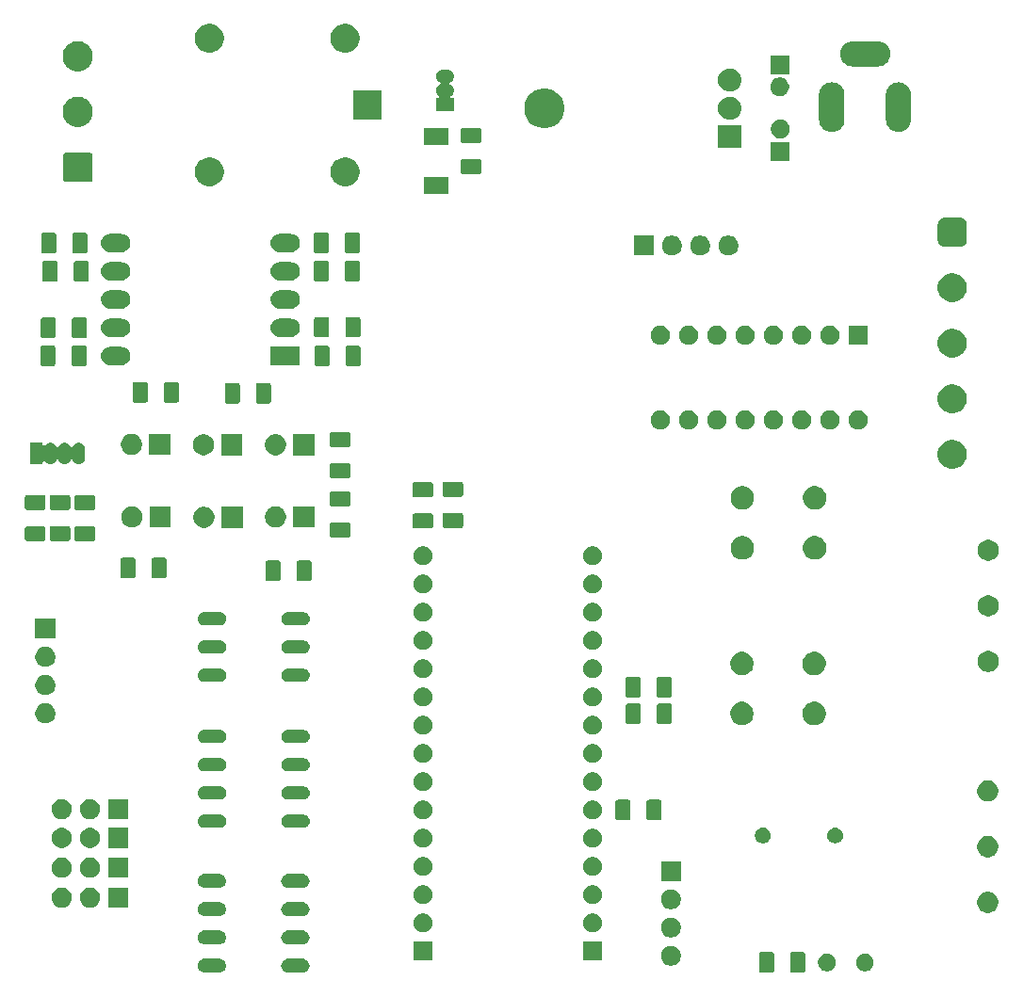
<source format=gbr>
G04 #@! TF.GenerationSoftware,KiCad,Pcbnew,(5.1.5)-3*
G04 #@! TF.CreationDate,2020-09-27T11:43:04-03:00*
G04 #@! TF.ProjectId,HARDino,48415244-696e-46f2-9e6b-696361645f70,rev?*
G04 #@! TF.SameCoordinates,Original*
G04 #@! TF.FileFunction,Soldermask,Top*
G04 #@! TF.FilePolarity,Negative*
%FSLAX46Y46*%
G04 Gerber Fmt 4.6, Leading zero omitted, Abs format (unit mm)*
G04 Created by KiCad (PCBNEW (5.1.5)-3) date 2020-09-27 11:43:04*
%MOMM*%
%LPD*%
G04 APERTURE LIST*
%ADD10C,0.100000*%
G04 APERTURE END LIST*
D10*
G36*
X87267684Y-104625507D02*
G01*
X87304224Y-104636592D01*
X87337901Y-104654593D01*
X87367421Y-104678819D01*
X87391647Y-104708339D01*
X87409648Y-104742016D01*
X87420733Y-104778556D01*
X87425080Y-104822698D01*
X87425080Y-106271622D01*
X87420733Y-106315764D01*
X87409648Y-106352304D01*
X87391647Y-106385981D01*
X87367421Y-106415501D01*
X87337901Y-106439727D01*
X87304224Y-106457728D01*
X87267684Y-106468813D01*
X87223542Y-106473160D01*
X86274618Y-106473160D01*
X86230476Y-106468813D01*
X86193936Y-106457728D01*
X86160259Y-106439727D01*
X86130739Y-106415501D01*
X86106513Y-106385981D01*
X86088512Y-106352304D01*
X86077427Y-106315764D01*
X86073080Y-106271622D01*
X86073080Y-104822698D01*
X86077427Y-104778556D01*
X86088512Y-104742016D01*
X86106513Y-104708339D01*
X86130739Y-104678819D01*
X86160259Y-104654593D01*
X86193936Y-104636592D01*
X86230476Y-104625507D01*
X86274618Y-104621160D01*
X87223542Y-104621160D01*
X87267684Y-104625507D01*
G37*
G36*
X84467684Y-104625507D02*
G01*
X84504224Y-104636592D01*
X84537901Y-104654593D01*
X84567421Y-104678819D01*
X84591647Y-104708339D01*
X84609648Y-104742016D01*
X84620733Y-104778556D01*
X84625080Y-104822698D01*
X84625080Y-106271622D01*
X84620733Y-106315764D01*
X84609648Y-106352304D01*
X84591647Y-106385981D01*
X84567421Y-106415501D01*
X84537901Y-106439727D01*
X84504224Y-106457728D01*
X84467684Y-106468813D01*
X84423542Y-106473160D01*
X83474618Y-106473160D01*
X83430476Y-106468813D01*
X83393936Y-106457728D01*
X83360259Y-106439727D01*
X83330739Y-106415501D01*
X83306513Y-106385981D01*
X83288512Y-106352304D01*
X83277427Y-106315764D01*
X83273080Y-106271622D01*
X83273080Y-104822698D01*
X83277427Y-104778556D01*
X83288512Y-104742016D01*
X83306513Y-104708339D01*
X83330739Y-104678819D01*
X83360259Y-104654593D01*
X83393936Y-104636592D01*
X83430476Y-104625507D01*
X83474618Y-104621160D01*
X84423542Y-104621160D01*
X84467684Y-104625507D01*
G37*
G36*
X34880858Y-105229480D02*
G01*
X34996028Y-105264418D01*
X34996031Y-105264419D01*
X35102176Y-105321154D01*
X35102178Y-105321155D01*
X35102177Y-105321155D01*
X35195213Y-105397507D01*
X35264720Y-105482202D01*
X35271566Y-105490544D01*
X35328301Y-105596689D01*
X35328302Y-105596692D01*
X35363240Y-105711862D01*
X35375036Y-105831640D01*
X35363240Y-105951418D01*
X35328302Y-106066588D01*
X35328301Y-106066591D01*
X35273382Y-106169338D01*
X35271565Y-106172737D01*
X35195213Y-106265773D01*
X35132330Y-106317379D01*
X35102176Y-106342126D01*
X34996031Y-106398861D01*
X34996028Y-106398862D01*
X34880858Y-106433800D01*
X34791097Y-106442640D01*
X33411063Y-106442640D01*
X33321302Y-106433800D01*
X33206132Y-106398862D01*
X33206129Y-106398861D01*
X33099984Y-106342126D01*
X33069830Y-106317379D01*
X33006947Y-106265773D01*
X32930595Y-106172737D01*
X32928778Y-106169338D01*
X32873859Y-106066591D01*
X32873858Y-106066588D01*
X32838920Y-105951418D01*
X32827124Y-105831640D01*
X32838920Y-105711862D01*
X32873858Y-105596692D01*
X32873859Y-105596689D01*
X32930594Y-105490544D01*
X32937440Y-105482202D01*
X33006947Y-105397507D01*
X33099983Y-105321155D01*
X33099982Y-105321155D01*
X33099984Y-105321154D01*
X33206129Y-105264419D01*
X33206132Y-105264418D01*
X33321302Y-105229480D01*
X33411063Y-105220640D01*
X34791097Y-105220640D01*
X34880858Y-105229480D01*
G37*
G36*
X42380858Y-105229480D02*
G01*
X42496028Y-105264418D01*
X42496031Y-105264419D01*
X42602176Y-105321154D01*
X42602178Y-105321155D01*
X42602177Y-105321155D01*
X42695213Y-105397507D01*
X42764720Y-105482202D01*
X42771566Y-105490544D01*
X42828301Y-105596689D01*
X42828302Y-105596692D01*
X42863240Y-105711862D01*
X42875036Y-105831640D01*
X42863240Y-105951418D01*
X42828302Y-106066588D01*
X42828301Y-106066591D01*
X42773382Y-106169338D01*
X42771565Y-106172737D01*
X42695213Y-106265773D01*
X42632330Y-106317379D01*
X42602176Y-106342126D01*
X42496031Y-106398861D01*
X42496028Y-106398862D01*
X42380858Y-106433800D01*
X42291097Y-106442640D01*
X40911063Y-106442640D01*
X40821302Y-106433800D01*
X40706132Y-106398862D01*
X40706129Y-106398861D01*
X40599984Y-106342126D01*
X40569830Y-106317379D01*
X40506947Y-106265773D01*
X40430595Y-106172737D01*
X40428778Y-106169338D01*
X40373859Y-106066591D01*
X40373858Y-106066588D01*
X40338920Y-105951418D01*
X40327124Y-105831640D01*
X40338920Y-105711862D01*
X40373858Y-105596692D01*
X40373859Y-105596689D01*
X40430594Y-105490544D01*
X40437440Y-105482202D01*
X40506947Y-105397507D01*
X40599983Y-105321155D01*
X40599982Y-105321155D01*
X40599984Y-105321154D01*
X40706129Y-105264419D01*
X40706132Y-105264418D01*
X40821302Y-105229480D01*
X40911063Y-105220640D01*
X42291097Y-105220640D01*
X42380858Y-105229480D01*
G37*
G36*
X89621322Y-104776941D02*
G01*
X89767094Y-104837322D01*
X89767096Y-104837323D01*
X89898288Y-104924982D01*
X90009858Y-105036552D01*
X90097517Y-105167744D01*
X90097518Y-105167746D01*
X90157899Y-105313518D01*
X90188680Y-105468267D01*
X90188680Y-105626053D01*
X90157899Y-105780802D01*
X90144108Y-105814096D01*
X90097517Y-105926576D01*
X90009858Y-106057768D01*
X89898288Y-106169338D01*
X89767096Y-106256997D01*
X89767095Y-106256998D01*
X89767094Y-106256998D01*
X89621322Y-106317379D01*
X89466573Y-106348160D01*
X89308787Y-106348160D01*
X89154038Y-106317379D01*
X89008266Y-106256998D01*
X89008265Y-106256998D01*
X89008264Y-106256997D01*
X88877072Y-106169338D01*
X88765502Y-106057768D01*
X88677843Y-105926576D01*
X88631252Y-105814096D01*
X88617461Y-105780802D01*
X88586680Y-105626053D01*
X88586680Y-105468267D01*
X88617461Y-105313518D01*
X88677842Y-105167746D01*
X88677843Y-105167744D01*
X88765502Y-105036552D01*
X88877072Y-104924982D01*
X89008264Y-104837323D01*
X89008266Y-104837322D01*
X89154038Y-104776941D01*
X89308787Y-104746160D01*
X89466573Y-104746160D01*
X89621322Y-104776941D01*
G37*
G36*
X93021322Y-104776941D02*
G01*
X93167094Y-104837322D01*
X93167096Y-104837323D01*
X93298288Y-104924982D01*
X93409858Y-105036552D01*
X93497517Y-105167744D01*
X93497518Y-105167746D01*
X93557899Y-105313518D01*
X93588680Y-105468267D01*
X93588680Y-105626053D01*
X93557899Y-105780802D01*
X93544108Y-105814096D01*
X93497517Y-105926576D01*
X93409858Y-106057768D01*
X93298288Y-106169338D01*
X93167096Y-106256997D01*
X93167095Y-106256998D01*
X93167094Y-106256998D01*
X93021322Y-106317379D01*
X92866573Y-106348160D01*
X92708787Y-106348160D01*
X92554038Y-106317379D01*
X92408266Y-106256998D01*
X92408265Y-106256998D01*
X92408264Y-106256997D01*
X92277072Y-106169338D01*
X92165502Y-106057768D01*
X92077843Y-105926576D01*
X92031252Y-105814096D01*
X92017461Y-105780802D01*
X91986680Y-105626053D01*
X91986680Y-105468267D01*
X92017461Y-105313518D01*
X92077842Y-105167746D01*
X92077843Y-105167744D01*
X92165502Y-105036552D01*
X92277072Y-104924982D01*
X92408264Y-104837323D01*
X92408266Y-104837322D01*
X92554038Y-104776941D01*
X92708787Y-104746160D01*
X92866573Y-104746160D01*
X93021322Y-104776941D01*
G37*
G36*
X75470232Y-104051647D02*
G01*
X75619532Y-104081344D01*
X75783504Y-104149264D01*
X75931074Y-104247867D01*
X76056573Y-104373366D01*
X76155176Y-104520936D01*
X76223096Y-104684908D01*
X76257720Y-104858979D01*
X76257720Y-105036461D01*
X76223096Y-105210532D01*
X76155176Y-105374504D01*
X76056573Y-105522074D01*
X75931074Y-105647573D01*
X75783504Y-105746176D01*
X75619532Y-105814096D01*
X75470232Y-105843793D01*
X75445462Y-105848720D01*
X75267978Y-105848720D01*
X75243208Y-105843793D01*
X75093908Y-105814096D01*
X74929936Y-105746176D01*
X74782366Y-105647573D01*
X74656867Y-105522074D01*
X74558264Y-105374504D01*
X74490344Y-105210532D01*
X74455720Y-105036461D01*
X74455720Y-104858979D01*
X74490344Y-104684908D01*
X74558264Y-104520936D01*
X74656867Y-104373366D01*
X74782366Y-104247867D01*
X74929936Y-104149264D01*
X75093908Y-104081344D01*
X75243208Y-104051647D01*
X75267978Y-104046720D01*
X75445462Y-104046720D01*
X75470232Y-104051647D01*
G37*
G36*
X53930680Y-105391080D02*
G01*
X52228680Y-105391080D01*
X52228680Y-103689080D01*
X53930680Y-103689080D01*
X53930680Y-105391080D01*
G37*
G36*
X69170680Y-105386000D02*
G01*
X67468680Y-105386000D01*
X67468680Y-103684000D01*
X69170680Y-103684000D01*
X69170680Y-105386000D01*
G37*
G36*
X34880858Y-102689480D02*
G01*
X34996028Y-102724418D01*
X34996031Y-102724419D01*
X35102176Y-102781154D01*
X35102178Y-102781155D01*
X35102177Y-102781155D01*
X35195213Y-102857507D01*
X35264720Y-102942202D01*
X35271566Y-102950544D01*
X35328301Y-103056689D01*
X35328302Y-103056692D01*
X35363240Y-103171862D01*
X35375036Y-103291640D01*
X35363240Y-103411418D01*
X35328302Y-103526588D01*
X35328301Y-103526591D01*
X35271566Y-103632736D01*
X35271565Y-103632737D01*
X35195213Y-103725773D01*
X35110518Y-103795280D01*
X35102176Y-103802126D01*
X34996031Y-103858861D01*
X34996028Y-103858862D01*
X34880858Y-103893800D01*
X34791097Y-103902640D01*
X33411063Y-103902640D01*
X33321302Y-103893800D01*
X33206132Y-103858862D01*
X33206129Y-103858861D01*
X33099984Y-103802126D01*
X33091642Y-103795280D01*
X33006947Y-103725773D01*
X32930595Y-103632737D01*
X32930594Y-103632736D01*
X32873859Y-103526591D01*
X32873858Y-103526588D01*
X32838920Y-103411418D01*
X32827124Y-103291640D01*
X32838920Y-103171862D01*
X32873858Y-103056692D01*
X32873859Y-103056689D01*
X32930594Y-102950544D01*
X32937440Y-102942202D01*
X33006947Y-102857507D01*
X33099983Y-102781155D01*
X33099982Y-102781155D01*
X33099984Y-102781154D01*
X33206129Y-102724419D01*
X33206132Y-102724418D01*
X33321302Y-102689480D01*
X33411063Y-102680640D01*
X34791097Y-102680640D01*
X34880858Y-102689480D01*
G37*
G36*
X42380858Y-102689480D02*
G01*
X42496028Y-102724418D01*
X42496031Y-102724419D01*
X42602176Y-102781154D01*
X42602178Y-102781155D01*
X42602177Y-102781155D01*
X42695213Y-102857507D01*
X42764720Y-102942202D01*
X42771566Y-102950544D01*
X42828301Y-103056689D01*
X42828302Y-103056692D01*
X42863240Y-103171862D01*
X42875036Y-103291640D01*
X42863240Y-103411418D01*
X42828302Y-103526588D01*
X42828301Y-103526591D01*
X42771566Y-103632736D01*
X42771565Y-103632737D01*
X42695213Y-103725773D01*
X42610518Y-103795280D01*
X42602176Y-103802126D01*
X42496031Y-103858861D01*
X42496028Y-103858862D01*
X42380858Y-103893800D01*
X42291097Y-103902640D01*
X40911063Y-103902640D01*
X40821302Y-103893800D01*
X40706132Y-103858862D01*
X40706129Y-103858861D01*
X40599984Y-103802126D01*
X40591642Y-103795280D01*
X40506947Y-103725773D01*
X40430595Y-103632737D01*
X40430594Y-103632736D01*
X40373859Y-103526591D01*
X40373858Y-103526588D01*
X40338920Y-103411418D01*
X40327124Y-103291640D01*
X40338920Y-103171862D01*
X40373858Y-103056692D01*
X40373859Y-103056689D01*
X40430594Y-102950544D01*
X40437440Y-102942202D01*
X40506947Y-102857507D01*
X40599983Y-102781155D01*
X40599982Y-102781155D01*
X40599984Y-102781154D01*
X40706129Y-102724419D01*
X40706132Y-102724418D01*
X40821302Y-102689480D01*
X40911063Y-102680640D01*
X42291097Y-102680640D01*
X42380858Y-102689480D01*
G37*
G36*
X75470232Y-101511647D02*
G01*
X75619532Y-101541344D01*
X75783504Y-101609264D01*
X75931074Y-101707867D01*
X76056573Y-101833366D01*
X76155176Y-101980936D01*
X76223096Y-102144908D01*
X76257720Y-102318979D01*
X76257720Y-102496461D01*
X76223096Y-102670532D01*
X76155176Y-102834504D01*
X76056573Y-102982074D01*
X75931074Y-103107573D01*
X75783504Y-103206176D01*
X75619532Y-103274096D01*
X75470232Y-103303793D01*
X75445462Y-103308720D01*
X75267978Y-103308720D01*
X75243208Y-103303793D01*
X75093908Y-103274096D01*
X74929936Y-103206176D01*
X74782366Y-103107573D01*
X74656867Y-102982074D01*
X74558264Y-102834504D01*
X74490344Y-102670532D01*
X74455720Y-102496461D01*
X74455720Y-102318979D01*
X74490344Y-102144908D01*
X74558264Y-101980936D01*
X74656867Y-101833366D01*
X74782366Y-101707867D01*
X74929936Y-101609264D01*
X75093908Y-101541344D01*
X75243208Y-101511647D01*
X75267978Y-101506720D01*
X75445462Y-101506720D01*
X75470232Y-101511647D01*
G37*
G36*
X53327908Y-101181783D02*
G01*
X53482780Y-101245933D01*
X53622161Y-101339065D01*
X53740695Y-101457599D01*
X53833827Y-101596980D01*
X53897977Y-101751852D01*
X53930680Y-101916264D01*
X53930680Y-102083896D01*
X53897977Y-102248308D01*
X53833827Y-102403180D01*
X53740695Y-102542561D01*
X53622161Y-102661095D01*
X53482780Y-102754227D01*
X53327908Y-102818377D01*
X53163496Y-102851080D01*
X52995864Y-102851080D01*
X52831452Y-102818377D01*
X52676580Y-102754227D01*
X52537199Y-102661095D01*
X52418665Y-102542561D01*
X52325533Y-102403180D01*
X52261383Y-102248308D01*
X52228680Y-102083896D01*
X52228680Y-101916264D01*
X52261383Y-101751852D01*
X52325533Y-101596980D01*
X52418665Y-101457599D01*
X52537199Y-101339065D01*
X52676580Y-101245933D01*
X52831452Y-101181783D01*
X52995864Y-101149080D01*
X53163496Y-101149080D01*
X53327908Y-101181783D01*
G37*
G36*
X68567908Y-101176703D02*
G01*
X68722780Y-101240853D01*
X68862161Y-101333985D01*
X68980695Y-101452519D01*
X69073827Y-101591900D01*
X69137977Y-101746772D01*
X69170680Y-101911184D01*
X69170680Y-102078816D01*
X69137977Y-102243228D01*
X69073827Y-102398100D01*
X68980695Y-102537481D01*
X68862161Y-102656015D01*
X68722780Y-102749147D01*
X68567908Y-102813297D01*
X68403496Y-102846000D01*
X68235864Y-102846000D01*
X68071452Y-102813297D01*
X67916580Y-102749147D01*
X67777199Y-102656015D01*
X67658665Y-102537481D01*
X67565533Y-102398100D01*
X67501383Y-102243228D01*
X67468680Y-102078816D01*
X67468680Y-101911184D01*
X67501383Y-101746772D01*
X67565533Y-101591900D01*
X67658665Y-101452519D01*
X67777199Y-101333985D01*
X67916580Y-101240853D01*
X68071452Y-101176703D01*
X68235864Y-101144000D01*
X68403496Y-101144000D01*
X68567908Y-101176703D01*
G37*
G36*
X42380858Y-100149480D02*
G01*
X42496028Y-100184418D01*
X42496031Y-100184419D01*
X42602176Y-100241154D01*
X42602178Y-100241155D01*
X42602177Y-100241155D01*
X42695213Y-100317507D01*
X42764720Y-100402202D01*
X42771566Y-100410544D01*
X42828301Y-100516689D01*
X42828302Y-100516692D01*
X42863240Y-100631862D01*
X42875036Y-100751640D01*
X42863240Y-100871418D01*
X42829996Y-100981005D01*
X42828301Y-100986591D01*
X42771566Y-101092736D01*
X42771565Y-101092737D01*
X42695213Y-101185773D01*
X42628098Y-101240852D01*
X42602176Y-101262126D01*
X42496031Y-101318861D01*
X42496028Y-101318862D01*
X42380858Y-101353800D01*
X42291097Y-101362640D01*
X40911063Y-101362640D01*
X40821302Y-101353800D01*
X40706132Y-101318862D01*
X40706129Y-101318861D01*
X40599984Y-101262126D01*
X40574062Y-101240852D01*
X40506947Y-101185773D01*
X40430595Y-101092737D01*
X40430594Y-101092736D01*
X40373859Y-100986591D01*
X40372164Y-100981005D01*
X40338920Y-100871418D01*
X40327124Y-100751640D01*
X40338920Y-100631862D01*
X40373858Y-100516692D01*
X40373859Y-100516689D01*
X40430594Y-100410544D01*
X40437440Y-100402202D01*
X40506947Y-100317507D01*
X40599983Y-100241155D01*
X40599982Y-100241155D01*
X40599984Y-100241154D01*
X40706129Y-100184419D01*
X40706132Y-100184418D01*
X40821302Y-100149480D01*
X40911063Y-100140640D01*
X42291097Y-100140640D01*
X42380858Y-100149480D01*
G37*
G36*
X34880858Y-100149480D02*
G01*
X34996028Y-100184418D01*
X34996031Y-100184419D01*
X35102176Y-100241154D01*
X35102178Y-100241155D01*
X35102177Y-100241155D01*
X35195213Y-100317507D01*
X35264720Y-100402202D01*
X35271566Y-100410544D01*
X35328301Y-100516689D01*
X35328302Y-100516692D01*
X35363240Y-100631862D01*
X35375036Y-100751640D01*
X35363240Y-100871418D01*
X35329996Y-100981005D01*
X35328301Y-100986591D01*
X35271566Y-101092736D01*
X35271565Y-101092737D01*
X35195213Y-101185773D01*
X35128098Y-101240852D01*
X35102176Y-101262126D01*
X34996031Y-101318861D01*
X34996028Y-101318862D01*
X34880858Y-101353800D01*
X34791097Y-101362640D01*
X33411063Y-101362640D01*
X33321302Y-101353800D01*
X33206132Y-101318862D01*
X33206129Y-101318861D01*
X33099984Y-101262126D01*
X33074062Y-101240852D01*
X33006947Y-101185773D01*
X32930595Y-101092737D01*
X32930594Y-101092736D01*
X32873859Y-100986591D01*
X32872164Y-100981005D01*
X32838920Y-100871418D01*
X32827124Y-100751640D01*
X32838920Y-100631862D01*
X32873858Y-100516692D01*
X32873859Y-100516689D01*
X32930594Y-100410544D01*
X32937440Y-100402202D01*
X33006947Y-100317507D01*
X33099983Y-100241155D01*
X33099982Y-100241155D01*
X33099984Y-100241154D01*
X33206129Y-100184419D01*
X33206132Y-100184418D01*
X33321302Y-100149480D01*
X33411063Y-100140640D01*
X34791097Y-100140640D01*
X34880858Y-100149480D01*
G37*
G36*
X104112595Y-99223786D02*
G01*
X104285666Y-99295474D01*
X104285667Y-99295475D01*
X104441427Y-99399550D01*
X104573890Y-99532013D01*
X104581829Y-99543895D01*
X104677966Y-99687774D01*
X104749654Y-99860845D01*
X104786200Y-100044573D01*
X104786200Y-100231907D01*
X104749654Y-100415635D01*
X104677966Y-100588706D01*
X104677965Y-100588707D01*
X104573890Y-100744467D01*
X104441427Y-100876930D01*
X104363018Y-100929321D01*
X104285666Y-100981006D01*
X104112595Y-101052694D01*
X103928867Y-101089240D01*
X103741533Y-101089240D01*
X103557805Y-101052694D01*
X103384734Y-100981006D01*
X103307382Y-100929321D01*
X103228973Y-100876930D01*
X103096510Y-100744467D01*
X102992435Y-100588707D01*
X102992434Y-100588706D01*
X102920746Y-100415635D01*
X102884200Y-100231907D01*
X102884200Y-100044573D01*
X102920746Y-99860845D01*
X102992434Y-99687774D01*
X103088571Y-99543895D01*
X103096510Y-99532013D01*
X103228973Y-99399550D01*
X103384733Y-99295475D01*
X103384734Y-99295474D01*
X103557805Y-99223786D01*
X103741533Y-99187240D01*
X103928867Y-99187240D01*
X104112595Y-99223786D01*
G37*
G36*
X75470232Y-98971647D02*
G01*
X75619532Y-99001344D01*
X75783504Y-99069264D01*
X75931074Y-99167867D01*
X76056573Y-99293366D01*
X76155176Y-99440936D01*
X76223096Y-99604908D01*
X76257720Y-99778979D01*
X76257720Y-99956461D01*
X76223096Y-100130532D01*
X76155176Y-100294504D01*
X76056573Y-100442074D01*
X75931074Y-100567573D01*
X75783504Y-100666176D01*
X75619532Y-100734096D01*
X75470232Y-100763793D01*
X75445462Y-100768720D01*
X75267978Y-100768720D01*
X75243208Y-100763793D01*
X75093908Y-100734096D01*
X74929936Y-100666176D01*
X74782366Y-100567573D01*
X74656867Y-100442074D01*
X74558264Y-100294504D01*
X74490344Y-100130532D01*
X74455720Y-99956461D01*
X74455720Y-99778979D01*
X74490344Y-99604908D01*
X74558264Y-99440936D01*
X74656867Y-99293366D01*
X74782366Y-99167867D01*
X74929936Y-99069264D01*
X75093908Y-99001344D01*
X75243208Y-98971647D01*
X75267978Y-98966720D01*
X75445462Y-98966720D01*
X75470232Y-98971647D01*
G37*
G36*
X23261832Y-98818007D02*
G01*
X23411132Y-98847704D01*
X23575104Y-98915624D01*
X23722674Y-99014227D01*
X23848173Y-99139726D01*
X23946776Y-99287296D01*
X24014696Y-99451268D01*
X24049320Y-99625339D01*
X24049320Y-99802821D01*
X24014696Y-99976892D01*
X23946776Y-100140864D01*
X23848173Y-100288434D01*
X23722674Y-100413933D01*
X23575104Y-100512536D01*
X23411132Y-100580456D01*
X23261832Y-100610153D01*
X23237062Y-100615080D01*
X23059578Y-100615080D01*
X23034808Y-100610153D01*
X22885508Y-100580456D01*
X22721536Y-100512536D01*
X22573966Y-100413933D01*
X22448467Y-100288434D01*
X22349864Y-100140864D01*
X22281944Y-99976892D01*
X22247320Y-99802821D01*
X22247320Y-99625339D01*
X22281944Y-99451268D01*
X22349864Y-99287296D01*
X22448467Y-99139726D01*
X22573966Y-99014227D01*
X22721536Y-98915624D01*
X22885508Y-98847704D01*
X23034808Y-98818007D01*
X23059578Y-98813080D01*
X23237062Y-98813080D01*
X23261832Y-98818007D01*
G37*
G36*
X26589320Y-100615080D02*
G01*
X24787320Y-100615080D01*
X24787320Y-98813080D01*
X26589320Y-98813080D01*
X26589320Y-100615080D01*
G37*
G36*
X20721832Y-98818007D02*
G01*
X20871132Y-98847704D01*
X21035104Y-98915624D01*
X21182674Y-99014227D01*
X21308173Y-99139726D01*
X21406776Y-99287296D01*
X21474696Y-99451268D01*
X21509320Y-99625339D01*
X21509320Y-99802821D01*
X21474696Y-99976892D01*
X21406776Y-100140864D01*
X21308173Y-100288434D01*
X21182674Y-100413933D01*
X21035104Y-100512536D01*
X20871132Y-100580456D01*
X20721832Y-100610153D01*
X20697062Y-100615080D01*
X20519578Y-100615080D01*
X20494808Y-100610153D01*
X20345508Y-100580456D01*
X20181536Y-100512536D01*
X20033966Y-100413933D01*
X19908467Y-100288434D01*
X19809864Y-100140864D01*
X19741944Y-99976892D01*
X19707320Y-99802821D01*
X19707320Y-99625339D01*
X19741944Y-99451268D01*
X19809864Y-99287296D01*
X19908467Y-99139726D01*
X20033966Y-99014227D01*
X20181536Y-98915624D01*
X20345508Y-98847704D01*
X20494808Y-98818007D01*
X20519578Y-98813080D01*
X20697062Y-98813080D01*
X20721832Y-98818007D01*
G37*
G36*
X53327908Y-98641783D02*
G01*
X53482780Y-98705933D01*
X53622161Y-98799065D01*
X53740695Y-98917599D01*
X53833827Y-99056980D01*
X53897977Y-99211852D01*
X53930680Y-99376264D01*
X53930680Y-99543896D01*
X53897977Y-99708308D01*
X53833827Y-99863180D01*
X53740695Y-100002561D01*
X53622161Y-100121095D01*
X53482780Y-100214227D01*
X53327908Y-100278377D01*
X53163496Y-100311080D01*
X52995864Y-100311080D01*
X52831452Y-100278377D01*
X52676580Y-100214227D01*
X52537199Y-100121095D01*
X52418665Y-100002561D01*
X52325533Y-99863180D01*
X52261383Y-99708308D01*
X52228680Y-99543896D01*
X52228680Y-99376264D01*
X52261383Y-99211852D01*
X52325533Y-99056980D01*
X52418665Y-98917599D01*
X52537199Y-98799065D01*
X52676580Y-98705933D01*
X52831452Y-98641783D01*
X52995864Y-98609080D01*
X53163496Y-98609080D01*
X53327908Y-98641783D01*
G37*
G36*
X68567908Y-98636703D02*
G01*
X68722780Y-98700853D01*
X68862161Y-98793985D01*
X68980695Y-98912519D01*
X69073827Y-99051900D01*
X69137977Y-99206772D01*
X69170680Y-99371184D01*
X69170680Y-99538816D01*
X69137977Y-99703228D01*
X69073827Y-99858100D01*
X68980695Y-99997481D01*
X68862161Y-100116015D01*
X68722780Y-100209147D01*
X68567908Y-100273297D01*
X68403496Y-100306000D01*
X68235864Y-100306000D01*
X68071452Y-100273297D01*
X67916580Y-100209147D01*
X67777199Y-100116015D01*
X67658665Y-99997481D01*
X67565533Y-99858100D01*
X67501383Y-99703228D01*
X67468680Y-99538816D01*
X67468680Y-99371184D01*
X67501383Y-99206772D01*
X67565533Y-99051900D01*
X67658665Y-98912519D01*
X67777199Y-98793985D01*
X67916580Y-98700853D01*
X68071452Y-98636703D01*
X68235864Y-98604000D01*
X68403496Y-98604000D01*
X68567908Y-98636703D01*
G37*
G36*
X34880858Y-97609480D02*
G01*
X34996028Y-97644418D01*
X34996031Y-97644419D01*
X35102176Y-97701154D01*
X35102178Y-97701155D01*
X35102177Y-97701155D01*
X35195213Y-97777507D01*
X35242704Y-97835376D01*
X35271566Y-97870544D01*
X35328301Y-97976689D01*
X35328302Y-97976692D01*
X35363240Y-98091862D01*
X35375036Y-98211640D01*
X35363240Y-98331418D01*
X35328302Y-98446588D01*
X35328301Y-98446591D01*
X35271566Y-98552736D01*
X35271565Y-98552737D01*
X35195213Y-98645773D01*
X35128098Y-98700852D01*
X35102176Y-98722126D01*
X34996031Y-98778861D01*
X34996028Y-98778862D01*
X34880858Y-98813800D01*
X34791097Y-98822640D01*
X33411063Y-98822640D01*
X33321302Y-98813800D01*
X33206132Y-98778862D01*
X33206129Y-98778861D01*
X33099984Y-98722126D01*
X33074062Y-98700852D01*
X33006947Y-98645773D01*
X32930595Y-98552737D01*
X32930594Y-98552736D01*
X32873859Y-98446591D01*
X32873858Y-98446588D01*
X32838920Y-98331418D01*
X32827124Y-98211640D01*
X32838920Y-98091862D01*
X32873858Y-97976692D01*
X32873859Y-97976689D01*
X32930594Y-97870544D01*
X32959456Y-97835376D01*
X33006947Y-97777507D01*
X33099983Y-97701155D01*
X33099982Y-97701155D01*
X33099984Y-97701154D01*
X33206129Y-97644419D01*
X33206132Y-97644418D01*
X33321302Y-97609480D01*
X33411063Y-97600640D01*
X34791097Y-97600640D01*
X34880858Y-97609480D01*
G37*
G36*
X42380858Y-97609480D02*
G01*
X42496028Y-97644418D01*
X42496031Y-97644419D01*
X42602176Y-97701154D01*
X42602178Y-97701155D01*
X42602177Y-97701155D01*
X42695213Y-97777507D01*
X42742704Y-97835376D01*
X42771566Y-97870544D01*
X42828301Y-97976689D01*
X42828302Y-97976692D01*
X42863240Y-98091862D01*
X42875036Y-98211640D01*
X42863240Y-98331418D01*
X42828302Y-98446588D01*
X42828301Y-98446591D01*
X42771566Y-98552736D01*
X42771565Y-98552737D01*
X42695213Y-98645773D01*
X42628098Y-98700852D01*
X42602176Y-98722126D01*
X42496031Y-98778861D01*
X42496028Y-98778862D01*
X42380858Y-98813800D01*
X42291097Y-98822640D01*
X40911063Y-98822640D01*
X40821302Y-98813800D01*
X40706132Y-98778862D01*
X40706129Y-98778861D01*
X40599984Y-98722126D01*
X40574062Y-98700852D01*
X40506947Y-98645773D01*
X40430595Y-98552737D01*
X40430594Y-98552736D01*
X40373859Y-98446591D01*
X40373858Y-98446588D01*
X40338920Y-98331418D01*
X40327124Y-98211640D01*
X40338920Y-98091862D01*
X40373858Y-97976692D01*
X40373859Y-97976689D01*
X40430594Y-97870544D01*
X40459456Y-97835376D01*
X40506947Y-97777507D01*
X40599983Y-97701155D01*
X40599982Y-97701155D01*
X40599984Y-97701154D01*
X40706129Y-97644419D01*
X40706132Y-97644418D01*
X40821302Y-97609480D01*
X40911063Y-97600640D01*
X42291097Y-97600640D01*
X42380858Y-97609480D01*
G37*
G36*
X76257720Y-98228720D02*
G01*
X74455720Y-98228720D01*
X74455720Y-96426720D01*
X76257720Y-96426720D01*
X76257720Y-98228720D01*
G37*
G36*
X23261832Y-96140847D02*
G01*
X23411132Y-96170544D01*
X23575104Y-96238464D01*
X23722674Y-96337067D01*
X23848173Y-96462566D01*
X23946776Y-96610136D01*
X24014696Y-96774108D01*
X24049320Y-96948179D01*
X24049320Y-97125661D01*
X24014696Y-97299732D01*
X23946776Y-97463704D01*
X23848173Y-97611274D01*
X23722674Y-97736773D01*
X23575104Y-97835376D01*
X23411132Y-97903296D01*
X23261832Y-97932993D01*
X23237062Y-97937920D01*
X23059578Y-97937920D01*
X23034808Y-97932993D01*
X22885508Y-97903296D01*
X22721536Y-97835376D01*
X22573966Y-97736773D01*
X22448467Y-97611274D01*
X22349864Y-97463704D01*
X22281944Y-97299732D01*
X22247320Y-97125661D01*
X22247320Y-96948179D01*
X22281944Y-96774108D01*
X22349864Y-96610136D01*
X22448467Y-96462566D01*
X22573966Y-96337067D01*
X22721536Y-96238464D01*
X22885508Y-96170544D01*
X23034808Y-96140847D01*
X23059578Y-96135920D01*
X23237062Y-96135920D01*
X23261832Y-96140847D01*
G37*
G36*
X20721832Y-96140847D02*
G01*
X20871132Y-96170544D01*
X21035104Y-96238464D01*
X21182674Y-96337067D01*
X21308173Y-96462566D01*
X21406776Y-96610136D01*
X21474696Y-96774108D01*
X21509320Y-96948179D01*
X21509320Y-97125661D01*
X21474696Y-97299732D01*
X21406776Y-97463704D01*
X21308173Y-97611274D01*
X21182674Y-97736773D01*
X21035104Y-97835376D01*
X20871132Y-97903296D01*
X20721832Y-97932993D01*
X20697062Y-97937920D01*
X20519578Y-97937920D01*
X20494808Y-97932993D01*
X20345508Y-97903296D01*
X20181536Y-97835376D01*
X20033966Y-97736773D01*
X19908467Y-97611274D01*
X19809864Y-97463704D01*
X19741944Y-97299732D01*
X19707320Y-97125661D01*
X19707320Y-96948179D01*
X19741944Y-96774108D01*
X19809864Y-96610136D01*
X19908467Y-96462566D01*
X20033966Y-96337067D01*
X20181536Y-96238464D01*
X20345508Y-96170544D01*
X20494808Y-96140847D01*
X20519578Y-96135920D01*
X20697062Y-96135920D01*
X20721832Y-96140847D01*
G37*
G36*
X26589320Y-97937920D02*
G01*
X24787320Y-97937920D01*
X24787320Y-96135920D01*
X26589320Y-96135920D01*
X26589320Y-97937920D01*
G37*
G36*
X53327908Y-96101783D02*
G01*
X53482780Y-96165933D01*
X53622161Y-96259065D01*
X53740695Y-96377599D01*
X53833827Y-96516980D01*
X53897977Y-96671852D01*
X53930680Y-96836264D01*
X53930680Y-97003896D01*
X53897977Y-97168308D01*
X53833827Y-97323180D01*
X53740695Y-97462561D01*
X53622161Y-97581095D01*
X53482780Y-97674227D01*
X53327908Y-97738377D01*
X53163496Y-97771080D01*
X52995864Y-97771080D01*
X52831452Y-97738377D01*
X52676580Y-97674227D01*
X52537199Y-97581095D01*
X52418665Y-97462561D01*
X52325533Y-97323180D01*
X52261383Y-97168308D01*
X52228680Y-97003896D01*
X52228680Y-96836264D01*
X52261383Y-96671852D01*
X52325533Y-96516980D01*
X52418665Y-96377599D01*
X52537199Y-96259065D01*
X52676580Y-96165933D01*
X52831452Y-96101783D01*
X52995864Y-96069080D01*
X53163496Y-96069080D01*
X53327908Y-96101783D01*
G37*
G36*
X68567908Y-96096703D02*
G01*
X68722780Y-96160853D01*
X68862161Y-96253985D01*
X68980695Y-96372519D01*
X69073827Y-96511900D01*
X69137977Y-96666772D01*
X69170680Y-96831184D01*
X69170680Y-96998816D01*
X69137977Y-97163228D01*
X69073827Y-97318100D01*
X68980695Y-97457481D01*
X68862161Y-97576015D01*
X68722780Y-97669147D01*
X68567908Y-97733297D01*
X68403496Y-97766000D01*
X68235864Y-97766000D01*
X68071452Y-97733297D01*
X67916580Y-97669147D01*
X67777199Y-97576015D01*
X67658665Y-97457481D01*
X67565533Y-97318100D01*
X67501383Y-97163228D01*
X67468680Y-96998816D01*
X67468680Y-96831184D01*
X67501383Y-96666772D01*
X67565533Y-96511900D01*
X67658665Y-96372519D01*
X67777199Y-96253985D01*
X67916580Y-96160853D01*
X68071452Y-96096703D01*
X68235864Y-96064000D01*
X68403496Y-96064000D01*
X68567908Y-96096703D01*
G37*
G36*
X104112595Y-94223786D02*
G01*
X104285666Y-94295474D01*
X104356975Y-94343121D01*
X104441427Y-94399550D01*
X104573890Y-94532013D01*
X104573891Y-94532015D01*
X104677966Y-94687774D01*
X104749654Y-94860845D01*
X104786200Y-95044573D01*
X104786200Y-95231907D01*
X104749654Y-95415635D01*
X104677966Y-95588706D01*
X104677965Y-95588707D01*
X104573890Y-95744467D01*
X104441427Y-95876930D01*
X104363018Y-95929321D01*
X104285666Y-95981006D01*
X104112595Y-96052694D01*
X103928867Y-96089240D01*
X103741533Y-96089240D01*
X103557805Y-96052694D01*
X103384734Y-95981006D01*
X103307382Y-95929321D01*
X103228973Y-95876930D01*
X103096510Y-95744467D01*
X102992435Y-95588707D01*
X102992434Y-95588706D01*
X102920746Y-95415635D01*
X102884200Y-95231907D01*
X102884200Y-95044573D01*
X102920746Y-94860845D01*
X102992434Y-94687774D01*
X103096509Y-94532015D01*
X103096510Y-94532013D01*
X103228973Y-94399550D01*
X103313425Y-94343121D01*
X103384734Y-94295474D01*
X103557805Y-94223786D01*
X103741533Y-94187240D01*
X103928867Y-94187240D01*
X104112595Y-94223786D01*
G37*
G36*
X26584240Y-95255680D02*
G01*
X24782240Y-95255680D01*
X24782240Y-93453680D01*
X26584240Y-93453680D01*
X26584240Y-95255680D01*
G37*
G36*
X23248270Y-93456920D02*
G01*
X23406052Y-93488304D01*
X23570024Y-93556224D01*
X23717594Y-93654827D01*
X23843093Y-93780326D01*
X23941696Y-93927896D01*
X24009616Y-94091868D01*
X24044240Y-94265939D01*
X24044240Y-94443421D01*
X24009616Y-94617492D01*
X23941696Y-94781464D01*
X23843093Y-94929034D01*
X23717594Y-95054533D01*
X23570024Y-95153136D01*
X23406052Y-95221056D01*
X23256752Y-95250753D01*
X23231982Y-95255680D01*
X23054498Y-95255680D01*
X23029728Y-95250753D01*
X22880428Y-95221056D01*
X22716456Y-95153136D01*
X22568886Y-95054533D01*
X22443387Y-94929034D01*
X22344784Y-94781464D01*
X22276864Y-94617492D01*
X22242240Y-94443421D01*
X22242240Y-94265939D01*
X22276864Y-94091868D01*
X22344784Y-93927896D01*
X22443387Y-93780326D01*
X22568886Y-93654827D01*
X22716456Y-93556224D01*
X22880428Y-93488304D01*
X23038210Y-93456920D01*
X23054498Y-93453680D01*
X23231982Y-93453680D01*
X23248270Y-93456920D01*
G37*
G36*
X20708270Y-93456920D02*
G01*
X20866052Y-93488304D01*
X21030024Y-93556224D01*
X21177594Y-93654827D01*
X21303093Y-93780326D01*
X21401696Y-93927896D01*
X21469616Y-94091868D01*
X21504240Y-94265939D01*
X21504240Y-94443421D01*
X21469616Y-94617492D01*
X21401696Y-94781464D01*
X21303093Y-94929034D01*
X21177594Y-95054533D01*
X21030024Y-95153136D01*
X20866052Y-95221056D01*
X20716752Y-95250753D01*
X20691982Y-95255680D01*
X20514498Y-95255680D01*
X20489728Y-95250753D01*
X20340428Y-95221056D01*
X20176456Y-95153136D01*
X20028886Y-95054533D01*
X19903387Y-94929034D01*
X19804784Y-94781464D01*
X19736864Y-94617492D01*
X19702240Y-94443421D01*
X19702240Y-94265939D01*
X19736864Y-94091868D01*
X19804784Y-93927896D01*
X19903387Y-93780326D01*
X20028886Y-93654827D01*
X20176456Y-93556224D01*
X20340428Y-93488304D01*
X20498210Y-93456920D01*
X20514498Y-93453680D01*
X20691982Y-93453680D01*
X20708270Y-93456920D01*
G37*
G36*
X53327908Y-93561783D02*
G01*
X53482780Y-93625933D01*
X53622161Y-93719065D01*
X53740695Y-93837599D01*
X53833827Y-93976980D01*
X53897977Y-94131852D01*
X53930680Y-94296264D01*
X53930680Y-94463896D01*
X53897977Y-94628308D01*
X53833827Y-94783180D01*
X53740695Y-94922561D01*
X53622161Y-95041095D01*
X53482780Y-95134227D01*
X53327908Y-95198377D01*
X53163496Y-95231080D01*
X52995864Y-95231080D01*
X52831452Y-95198377D01*
X52676580Y-95134227D01*
X52537199Y-95041095D01*
X52418665Y-94922561D01*
X52325533Y-94783180D01*
X52261383Y-94628308D01*
X52228680Y-94463896D01*
X52228680Y-94296264D01*
X52261383Y-94131852D01*
X52325533Y-93976980D01*
X52418665Y-93837599D01*
X52537199Y-93719065D01*
X52676580Y-93625933D01*
X52831452Y-93561783D01*
X52995864Y-93529080D01*
X53163496Y-93529080D01*
X53327908Y-93561783D01*
G37*
G36*
X68567908Y-93556703D02*
G01*
X68722780Y-93620853D01*
X68862161Y-93713985D01*
X68980695Y-93832519D01*
X69073827Y-93971900D01*
X69137977Y-94126772D01*
X69170680Y-94291184D01*
X69170680Y-94458816D01*
X69137977Y-94623228D01*
X69073827Y-94778100D01*
X68980695Y-94917481D01*
X68862161Y-95036015D01*
X68722780Y-95129147D01*
X68567908Y-95193297D01*
X68403496Y-95226000D01*
X68235864Y-95226000D01*
X68071452Y-95193297D01*
X67916580Y-95129147D01*
X67777199Y-95036015D01*
X67658665Y-94917481D01*
X67565533Y-94778100D01*
X67501383Y-94623228D01*
X67468680Y-94458816D01*
X67468680Y-94291184D01*
X67501383Y-94126772D01*
X67565533Y-93971900D01*
X67658665Y-93832519D01*
X67777199Y-93713985D01*
X67916580Y-93620853D01*
X68071452Y-93556703D01*
X68235864Y-93524000D01*
X68403496Y-93524000D01*
X68567908Y-93556703D01*
G37*
G36*
X83823641Y-93459572D02*
G01*
X83951941Y-93512716D01*
X83951943Y-93512717D01*
X84010069Y-93551556D01*
X84067410Y-93589870D01*
X84165610Y-93688070D01*
X84242764Y-93803539D01*
X84295908Y-93931839D01*
X84323000Y-94068042D01*
X84323000Y-94206918D01*
X84295908Y-94343121D01*
X84242764Y-94471421D01*
X84165610Y-94586890D01*
X84067410Y-94685090D01*
X84063393Y-94687774D01*
X83951943Y-94762243D01*
X83951942Y-94762244D01*
X83951941Y-94762244D01*
X83823641Y-94815388D01*
X83687438Y-94842480D01*
X83548562Y-94842480D01*
X83412359Y-94815388D01*
X83284059Y-94762244D01*
X83284058Y-94762244D01*
X83284057Y-94762243D01*
X83172607Y-94687774D01*
X83168590Y-94685090D01*
X83070390Y-94586890D01*
X82993236Y-94471421D01*
X82940092Y-94343121D01*
X82913000Y-94206918D01*
X82913000Y-94068042D01*
X82940092Y-93931839D01*
X82993236Y-93803539D01*
X83070390Y-93688070D01*
X83168590Y-93589870D01*
X83225931Y-93551556D01*
X83284057Y-93512717D01*
X83284059Y-93512716D01*
X83412359Y-93459572D01*
X83548562Y-93432480D01*
X83687438Y-93432480D01*
X83823641Y-93459572D01*
G37*
G36*
X90323641Y-93459572D02*
G01*
X90451941Y-93512716D01*
X90451943Y-93512717D01*
X90510069Y-93551556D01*
X90567410Y-93589870D01*
X90665610Y-93688070D01*
X90742764Y-93803539D01*
X90795908Y-93931839D01*
X90823000Y-94068042D01*
X90823000Y-94206918D01*
X90795908Y-94343121D01*
X90742764Y-94471421D01*
X90665610Y-94586890D01*
X90567410Y-94685090D01*
X90563393Y-94687774D01*
X90451943Y-94762243D01*
X90451942Y-94762244D01*
X90451941Y-94762244D01*
X90323641Y-94815388D01*
X90187438Y-94842480D01*
X90048562Y-94842480D01*
X89912359Y-94815388D01*
X89784059Y-94762244D01*
X89784058Y-94762244D01*
X89784057Y-94762243D01*
X89672607Y-94687774D01*
X89668590Y-94685090D01*
X89570390Y-94586890D01*
X89493236Y-94471421D01*
X89440092Y-94343121D01*
X89413000Y-94206918D01*
X89413000Y-94068042D01*
X89440092Y-93931839D01*
X89493236Y-93803539D01*
X89570390Y-93688070D01*
X89668590Y-93589870D01*
X89725931Y-93551556D01*
X89784057Y-93512717D01*
X89784059Y-93512716D01*
X89912359Y-93459572D01*
X90048562Y-93432480D01*
X90187438Y-93432480D01*
X90323641Y-93459572D01*
G37*
G36*
X34894858Y-92243760D02*
G01*
X35010028Y-92278698D01*
X35010031Y-92278699D01*
X35116176Y-92335434D01*
X35116178Y-92335435D01*
X35116177Y-92335435D01*
X35209213Y-92411787D01*
X35278337Y-92496015D01*
X35285566Y-92504824D01*
X35342301Y-92610969D01*
X35342302Y-92610972D01*
X35377240Y-92726142D01*
X35389036Y-92845920D01*
X35377240Y-92965698D01*
X35342302Y-93080868D01*
X35342301Y-93080871D01*
X35285566Y-93187016D01*
X35285565Y-93187017D01*
X35209213Y-93280053D01*
X35124518Y-93349560D01*
X35116176Y-93356406D01*
X35010031Y-93413141D01*
X35010028Y-93413142D01*
X34894858Y-93448080D01*
X34805097Y-93456920D01*
X33425063Y-93456920D01*
X33335302Y-93448080D01*
X33220132Y-93413142D01*
X33220129Y-93413141D01*
X33113984Y-93356406D01*
X33105642Y-93349560D01*
X33020947Y-93280053D01*
X32944595Y-93187017D01*
X32944594Y-93187016D01*
X32887859Y-93080871D01*
X32887858Y-93080868D01*
X32852920Y-92965698D01*
X32841124Y-92845920D01*
X32852920Y-92726142D01*
X32887858Y-92610972D01*
X32887859Y-92610969D01*
X32944594Y-92504824D01*
X32951823Y-92496015D01*
X33020947Y-92411787D01*
X33113983Y-92335435D01*
X33113982Y-92335435D01*
X33113984Y-92335434D01*
X33220129Y-92278699D01*
X33220132Y-92278698D01*
X33335302Y-92243760D01*
X33425063Y-92234920D01*
X34805097Y-92234920D01*
X34894858Y-92243760D01*
G37*
G36*
X42394858Y-92243760D02*
G01*
X42510028Y-92278698D01*
X42510031Y-92278699D01*
X42616176Y-92335434D01*
X42616178Y-92335435D01*
X42616177Y-92335435D01*
X42709213Y-92411787D01*
X42778337Y-92496015D01*
X42785566Y-92504824D01*
X42842301Y-92610969D01*
X42842302Y-92610972D01*
X42877240Y-92726142D01*
X42889036Y-92845920D01*
X42877240Y-92965698D01*
X42842302Y-93080868D01*
X42842301Y-93080871D01*
X42785566Y-93187016D01*
X42785565Y-93187017D01*
X42709213Y-93280053D01*
X42624518Y-93349560D01*
X42616176Y-93356406D01*
X42510031Y-93413141D01*
X42510028Y-93413142D01*
X42394858Y-93448080D01*
X42305097Y-93456920D01*
X40925063Y-93456920D01*
X40835302Y-93448080D01*
X40720132Y-93413142D01*
X40720129Y-93413141D01*
X40613984Y-93356406D01*
X40605642Y-93349560D01*
X40520947Y-93280053D01*
X40444595Y-93187017D01*
X40444594Y-93187016D01*
X40387859Y-93080871D01*
X40387858Y-93080868D01*
X40352920Y-92965698D01*
X40341124Y-92845920D01*
X40352920Y-92726142D01*
X40387858Y-92610972D01*
X40387859Y-92610969D01*
X40444594Y-92504824D01*
X40451823Y-92496015D01*
X40520947Y-92411787D01*
X40613983Y-92335435D01*
X40613982Y-92335435D01*
X40613984Y-92335434D01*
X40720129Y-92278699D01*
X40720132Y-92278698D01*
X40835302Y-92243760D01*
X40925063Y-92234920D01*
X42305097Y-92234920D01*
X42394858Y-92243760D01*
G37*
G36*
X71564484Y-90924747D02*
G01*
X71601024Y-90935832D01*
X71634701Y-90953833D01*
X71664221Y-90978059D01*
X71688447Y-91007579D01*
X71706448Y-91041256D01*
X71717533Y-91077796D01*
X71721880Y-91121938D01*
X71721880Y-92570862D01*
X71717533Y-92615004D01*
X71706448Y-92651544D01*
X71688447Y-92685221D01*
X71664221Y-92714741D01*
X71634701Y-92738967D01*
X71601024Y-92756968D01*
X71564484Y-92768053D01*
X71520342Y-92772400D01*
X70571418Y-92772400D01*
X70527276Y-92768053D01*
X70490736Y-92756968D01*
X70457059Y-92738967D01*
X70427539Y-92714741D01*
X70403313Y-92685221D01*
X70385312Y-92651544D01*
X70374227Y-92615004D01*
X70369880Y-92570862D01*
X70369880Y-91121938D01*
X70374227Y-91077796D01*
X70385312Y-91041256D01*
X70403313Y-91007579D01*
X70427539Y-90978059D01*
X70457059Y-90953833D01*
X70490736Y-90935832D01*
X70527276Y-90924747D01*
X70571418Y-90920400D01*
X71520342Y-90920400D01*
X71564484Y-90924747D01*
G37*
G36*
X74364484Y-90924747D02*
G01*
X74401024Y-90935832D01*
X74434701Y-90953833D01*
X74464221Y-90978059D01*
X74488447Y-91007579D01*
X74506448Y-91041256D01*
X74517533Y-91077796D01*
X74521880Y-91121938D01*
X74521880Y-92570862D01*
X74517533Y-92615004D01*
X74506448Y-92651544D01*
X74488447Y-92685221D01*
X74464221Y-92714741D01*
X74434701Y-92738967D01*
X74401024Y-92756968D01*
X74364484Y-92768053D01*
X74320342Y-92772400D01*
X73371418Y-92772400D01*
X73327276Y-92768053D01*
X73290736Y-92756968D01*
X73257059Y-92738967D01*
X73227539Y-92714741D01*
X73203313Y-92685221D01*
X73185312Y-92651544D01*
X73174227Y-92615004D01*
X73169880Y-92570862D01*
X73169880Y-91121938D01*
X73174227Y-91077796D01*
X73185312Y-91041256D01*
X73203313Y-91007579D01*
X73227539Y-90978059D01*
X73257059Y-90953833D01*
X73290736Y-90935832D01*
X73327276Y-90924747D01*
X73371418Y-90920400D01*
X74320342Y-90920400D01*
X74364484Y-90924747D01*
G37*
G36*
X53327908Y-91021783D02*
G01*
X53482780Y-91085933D01*
X53622161Y-91179065D01*
X53740695Y-91297599D01*
X53833827Y-91436980D01*
X53897977Y-91591852D01*
X53930680Y-91756264D01*
X53930680Y-91923896D01*
X53897977Y-92088308D01*
X53833827Y-92243180D01*
X53740695Y-92382561D01*
X53622161Y-92501095D01*
X53482780Y-92594227D01*
X53327908Y-92658377D01*
X53163496Y-92691080D01*
X52995864Y-92691080D01*
X52831452Y-92658377D01*
X52676580Y-92594227D01*
X52537199Y-92501095D01*
X52418665Y-92382561D01*
X52325533Y-92243180D01*
X52261383Y-92088308D01*
X52228680Y-91923896D01*
X52228680Y-91756264D01*
X52261383Y-91591852D01*
X52325533Y-91436980D01*
X52418665Y-91297599D01*
X52537199Y-91179065D01*
X52676580Y-91085933D01*
X52831452Y-91021783D01*
X52995864Y-90989080D01*
X53163496Y-90989080D01*
X53327908Y-91021783D01*
G37*
G36*
X68567908Y-91016703D02*
G01*
X68722780Y-91080853D01*
X68862161Y-91173985D01*
X68980695Y-91292519D01*
X69073827Y-91431900D01*
X69137977Y-91586772D01*
X69170680Y-91751184D01*
X69170680Y-91918816D01*
X69137977Y-92083228D01*
X69073827Y-92238100D01*
X68980695Y-92377481D01*
X68862161Y-92496015D01*
X68722780Y-92589147D01*
X68567908Y-92653297D01*
X68403496Y-92686000D01*
X68235864Y-92686000D01*
X68071452Y-92653297D01*
X67916580Y-92589147D01*
X67777199Y-92496015D01*
X67658665Y-92377481D01*
X67565533Y-92238100D01*
X67501383Y-92083228D01*
X67468680Y-91918816D01*
X67468680Y-91751184D01*
X67501383Y-91586772D01*
X67565533Y-91431900D01*
X67658665Y-91292519D01*
X67777199Y-91173985D01*
X67916580Y-91080853D01*
X68071452Y-91016703D01*
X68235864Y-90984000D01*
X68403496Y-90984000D01*
X68567908Y-91016703D01*
G37*
G36*
X26579160Y-92659800D02*
G01*
X24777160Y-92659800D01*
X24777160Y-90857800D01*
X26579160Y-90857800D01*
X26579160Y-92659800D01*
G37*
G36*
X23251672Y-90862727D02*
G01*
X23400972Y-90892424D01*
X23564944Y-90960344D01*
X23712514Y-91058947D01*
X23838013Y-91184446D01*
X23936616Y-91332016D01*
X24004536Y-91495988D01*
X24039160Y-91670059D01*
X24039160Y-91847541D01*
X24004536Y-92021612D01*
X23936616Y-92185584D01*
X23838013Y-92333154D01*
X23712514Y-92458653D01*
X23564944Y-92557256D01*
X23400972Y-92625176D01*
X23251672Y-92654873D01*
X23226902Y-92659800D01*
X23049418Y-92659800D01*
X23024648Y-92654873D01*
X22875348Y-92625176D01*
X22711376Y-92557256D01*
X22563806Y-92458653D01*
X22438307Y-92333154D01*
X22339704Y-92185584D01*
X22271784Y-92021612D01*
X22237160Y-91847541D01*
X22237160Y-91670059D01*
X22271784Y-91495988D01*
X22339704Y-91332016D01*
X22438307Y-91184446D01*
X22563806Y-91058947D01*
X22711376Y-90960344D01*
X22875348Y-90892424D01*
X23024648Y-90862727D01*
X23049418Y-90857800D01*
X23226902Y-90857800D01*
X23251672Y-90862727D01*
G37*
G36*
X20711672Y-90862727D02*
G01*
X20860972Y-90892424D01*
X21024944Y-90960344D01*
X21172514Y-91058947D01*
X21298013Y-91184446D01*
X21396616Y-91332016D01*
X21464536Y-91495988D01*
X21499160Y-91670059D01*
X21499160Y-91847541D01*
X21464536Y-92021612D01*
X21396616Y-92185584D01*
X21298013Y-92333154D01*
X21172514Y-92458653D01*
X21024944Y-92557256D01*
X20860972Y-92625176D01*
X20711672Y-92654873D01*
X20686902Y-92659800D01*
X20509418Y-92659800D01*
X20484648Y-92654873D01*
X20335348Y-92625176D01*
X20171376Y-92557256D01*
X20023806Y-92458653D01*
X19898307Y-92333154D01*
X19799704Y-92185584D01*
X19731784Y-92021612D01*
X19697160Y-91847541D01*
X19697160Y-91670059D01*
X19731784Y-91495988D01*
X19799704Y-91332016D01*
X19898307Y-91184446D01*
X20023806Y-91058947D01*
X20171376Y-90960344D01*
X20335348Y-90892424D01*
X20484648Y-90862727D01*
X20509418Y-90857800D01*
X20686902Y-90857800D01*
X20711672Y-90862727D01*
G37*
G36*
X104112595Y-89223786D02*
G01*
X104285666Y-89295474D01*
X104285667Y-89295475D01*
X104441427Y-89399550D01*
X104573890Y-89532013D01*
X104626281Y-89610422D01*
X104677966Y-89687774D01*
X104749654Y-89860845D01*
X104786200Y-90044573D01*
X104786200Y-90231907D01*
X104749654Y-90415635D01*
X104677966Y-90588706D01*
X104677965Y-90588707D01*
X104573890Y-90744467D01*
X104441427Y-90876930D01*
X104381577Y-90916920D01*
X104285666Y-90981006D01*
X104112595Y-91052694D01*
X103928867Y-91089240D01*
X103741533Y-91089240D01*
X103557805Y-91052694D01*
X103384734Y-90981006D01*
X103288823Y-90916920D01*
X103228973Y-90876930D01*
X103096510Y-90744467D01*
X102992435Y-90588707D01*
X102992434Y-90588706D01*
X102920746Y-90415635D01*
X102884200Y-90231907D01*
X102884200Y-90044573D01*
X102920746Y-89860845D01*
X102992434Y-89687774D01*
X103044119Y-89610422D01*
X103096510Y-89532013D01*
X103228973Y-89399550D01*
X103384733Y-89295475D01*
X103384734Y-89295474D01*
X103557805Y-89223786D01*
X103741533Y-89187240D01*
X103928867Y-89187240D01*
X104112595Y-89223786D01*
G37*
G36*
X34894858Y-89703760D02*
G01*
X35010028Y-89738698D01*
X35010031Y-89738699D01*
X35116176Y-89795434D01*
X35116178Y-89795435D01*
X35116177Y-89795435D01*
X35209213Y-89871787D01*
X35278337Y-89956015D01*
X35285566Y-89964824D01*
X35342301Y-90070969D01*
X35342302Y-90070972D01*
X35377240Y-90186142D01*
X35389036Y-90305920D01*
X35377240Y-90425698D01*
X35342302Y-90540868D01*
X35342301Y-90540871D01*
X35316732Y-90588707D01*
X35285565Y-90647017D01*
X35209213Y-90740053D01*
X35124518Y-90809560D01*
X35116176Y-90816406D01*
X35010031Y-90873141D01*
X35010028Y-90873142D01*
X34894858Y-90908080D01*
X34805097Y-90916920D01*
X33425063Y-90916920D01*
X33335302Y-90908080D01*
X33220132Y-90873142D01*
X33220129Y-90873141D01*
X33113984Y-90816406D01*
X33105642Y-90809560D01*
X33020947Y-90740053D01*
X32944595Y-90647017D01*
X32913428Y-90588707D01*
X32887859Y-90540871D01*
X32887858Y-90540868D01*
X32852920Y-90425698D01*
X32841124Y-90305920D01*
X32852920Y-90186142D01*
X32887858Y-90070972D01*
X32887859Y-90070969D01*
X32944594Y-89964824D01*
X32951823Y-89956015D01*
X33020947Y-89871787D01*
X33113983Y-89795435D01*
X33113982Y-89795435D01*
X33113984Y-89795434D01*
X33220129Y-89738699D01*
X33220132Y-89738698D01*
X33335302Y-89703760D01*
X33425063Y-89694920D01*
X34805097Y-89694920D01*
X34894858Y-89703760D01*
G37*
G36*
X42394858Y-89703760D02*
G01*
X42510028Y-89738698D01*
X42510031Y-89738699D01*
X42616176Y-89795434D01*
X42616178Y-89795435D01*
X42616177Y-89795435D01*
X42709213Y-89871787D01*
X42778337Y-89956015D01*
X42785566Y-89964824D01*
X42842301Y-90070969D01*
X42842302Y-90070972D01*
X42877240Y-90186142D01*
X42889036Y-90305920D01*
X42877240Y-90425698D01*
X42842302Y-90540868D01*
X42842301Y-90540871D01*
X42816732Y-90588707D01*
X42785565Y-90647017D01*
X42709213Y-90740053D01*
X42624518Y-90809560D01*
X42616176Y-90816406D01*
X42510031Y-90873141D01*
X42510028Y-90873142D01*
X42394858Y-90908080D01*
X42305097Y-90916920D01*
X40925063Y-90916920D01*
X40835302Y-90908080D01*
X40720132Y-90873142D01*
X40720129Y-90873141D01*
X40613984Y-90816406D01*
X40605642Y-90809560D01*
X40520947Y-90740053D01*
X40444595Y-90647017D01*
X40413428Y-90588707D01*
X40387859Y-90540871D01*
X40387858Y-90540868D01*
X40352920Y-90425698D01*
X40341124Y-90305920D01*
X40352920Y-90186142D01*
X40387858Y-90070972D01*
X40387859Y-90070969D01*
X40444594Y-89964824D01*
X40451823Y-89956015D01*
X40520947Y-89871787D01*
X40613983Y-89795435D01*
X40613982Y-89795435D01*
X40613984Y-89795434D01*
X40720129Y-89738699D01*
X40720132Y-89738698D01*
X40835302Y-89703760D01*
X40925063Y-89694920D01*
X42305097Y-89694920D01*
X42394858Y-89703760D01*
G37*
G36*
X53327908Y-88481783D02*
G01*
X53482780Y-88545933D01*
X53622161Y-88639065D01*
X53740695Y-88757599D01*
X53833827Y-88896980D01*
X53897977Y-89051852D01*
X53930680Y-89216264D01*
X53930680Y-89383896D01*
X53897977Y-89548308D01*
X53833827Y-89703180D01*
X53740695Y-89842561D01*
X53622161Y-89961095D01*
X53482780Y-90054227D01*
X53327908Y-90118377D01*
X53163496Y-90151080D01*
X52995864Y-90151080D01*
X52831452Y-90118377D01*
X52676580Y-90054227D01*
X52537199Y-89961095D01*
X52418665Y-89842561D01*
X52325533Y-89703180D01*
X52261383Y-89548308D01*
X52228680Y-89383896D01*
X52228680Y-89216264D01*
X52261383Y-89051852D01*
X52325533Y-88896980D01*
X52418665Y-88757599D01*
X52537199Y-88639065D01*
X52676580Y-88545933D01*
X52831452Y-88481783D01*
X52995864Y-88449080D01*
X53163496Y-88449080D01*
X53327908Y-88481783D01*
G37*
G36*
X68567908Y-88476703D02*
G01*
X68722780Y-88540853D01*
X68862161Y-88633985D01*
X68980695Y-88752519D01*
X69073827Y-88891900D01*
X69137977Y-89046772D01*
X69170680Y-89211184D01*
X69170680Y-89378816D01*
X69137977Y-89543228D01*
X69073827Y-89698100D01*
X68980695Y-89837481D01*
X68862161Y-89956015D01*
X68722780Y-90049147D01*
X68567908Y-90113297D01*
X68403496Y-90146000D01*
X68235864Y-90146000D01*
X68071452Y-90113297D01*
X67916580Y-90049147D01*
X67777199Y-89956015D01*
X67658665Y-89837481D01*
X67565533Y-89698100D01*
X67501383Y-89543228D01*
X67468680Y-89378816D01*
X67468680Y-89211184D01*
X67501383Y-89046772D01*
X67565533Y-88891900D01*
X67658665Y-88752519D01*
X67777199Y-88633985D01*
X67916580Y-88540853D01*
X68071452Y-88476703D01*
X68235864Y-88444000D01*
X68403496Y-88444000D01*
X68567908Y-88476703D01*
G37*
G36*
X34894858Y-87163760D02*
G01*
X35010028Y-87198698D01*
X35010031Y-87198699D01*
X35116176Y-87255434D01*
X35116178Y-87255435D01*
X35116177Y-87255435D01*
X35209213Y-87331787D01*
X35278337Y-87416015D01*
X35285566Y-87424824D01*
X35342301Y-87530969D01*
X35342302Y-87530972D01*
X35377240Y-87646142D01*
X35389036Y-87765920D01*
X35377240Y-87885698D01*
X35342302Y-88000868D01*
X35342301Y-88000871D01*
X35285566Y-88107016D01*
X35285565Y-88107017D01*
X35209213Y-88200053D01*
X35124518Y-88269560D01*
X35116176Y-88276406D01*
X35010031Y-88333141D01*
X35010028Y-88333142D01*
X34894858Y-88368080D01*
X34805097Y-88376920D01*
X33425063Y-88376920D01*
X33335302Y-88368080D01*
X33220132Y-88333142D01*
X33220129Y-88333141D01*
X33113984Y-88276406D01*
X33105642Y-88269560D01*
X33020947Y-88200053D01*
X32944595Y-88107017D01*
X32944594Y-88107016D01*
X32887859Y-88000871D01*
X32887858Y-88000868D01*
X32852920Y-87885698D01*
X32841124Y-87765920D01*
X32852920Y-87646142D01*
X32887858Y-87530972D01*
X32887859Y-87530969D01*
X32944594Y-87424824D01*
X32951823Y-87416015D01*
X33020947Y-87331787D01*
X33113983Y-87255435D01*
X33113982Y-87255435D01*
X33113984Y-87255434D01*
X33220129Y-87198699D01*
X33220132Y-87198698D01*
X33335302Y-87163760D01*
X33425063Y-87154920D01*
X34805097Y-87154920D01*
X34894858Y-87163760D01*
G37*
G36*
X42394858Y-87163760D02*
G01*
X42510028Y-87198698D01*
X42510031Y-87198699D01*
X42616176Y-87255434D01*
X42616178Y-87255435D01*
X42616177Y-87255435D01*
X42709213Y-87331787D01*
X42778337Y-87416015D01*
X42785566Y-87424824D01*
X42842301Y-87530969D01*
X42842302Y-87530972D01*
X42877240Y-87646142D01*
X42889036Y-87765920D01*
X42877240Y-87885698D01*
X42842302Y-88000868D01*
X42842301Y-88000871D01*
X42785566Y-88107016D01*
X42785565Y-88107017D01*
X42709213Y-88200053D01*
X42624518Y-88269560D01*
X42616176Y-88276406D01*
X42510031Y-88333141D01*
X42510028Y-88333142D01*
X42394858Y-88368080D01*
X42305097Y-88376920D01*
X40925063Y-88376920D01*
X40835302Y-88368080D01*
X40720132Y-88333142D01*
X40720129Y-88333141D01*
X40613984Y-88276406D01*
X40605642Y-88269560D01*
X40520947Y-88200053D01*
X40444595Y-88107017D01*
X40444594Y-88107016D01*
X40387859Y-88000871D01*
X40387858Y-88000868D01*
X40352920Y-87885698D01*
X40341124Y-87765920D01*
X40352920Y-87646142D01*
X40387858Y-87530972D01*
X40387859Y-87530969D01*
X40444594Y-87424824D01*
X40451823Y-87416015D01*
X40520947Y-87331787D01*
X40613983Y-87255435D01*
X40613982Y-87255435D01*
X40613984Y-87255434D01*
X40720129Y-87198699D01*
X40720132Y-87198698D01*
X40835302Y-87163760D01*
X40925063Y-87154920D01*
X42305097Y-87154920D01*
X42394858Y-87163760D01*
G37*
G36*
X53327908Y-85941783D02*
G01*
X53482780Y-86005933D01*
X53622161Y-86099065D01*
X53740695Y-86217599D01*
X53833827Y-86356980D01*
X53897977Y-86511852D01*
X53930680Y-86676264D01*
X53930680Y-86843896D01*
X53897977Y-87008308D01*
X53833827Y-87163180D01*
X53740695Y-87302561D01*
X53622161Y-87421095D01*
X53482780Y-87514227D01*
X53327908Y-87578377D01*
X53163496Y-87611080D01*
X52995864Y-87611080D01*
X52831452Y-87578377D01*
X52676580Y-87514227D01*
X52537199Y-87421095D01*
X52418665Y-87302561D01*
X52325533Y-87163180D01*
X52261383Y-87008308D01*
X52228680Y-86843896D01*
X52228680Y-86676264D01*
X52261383Y-86511852D01*
X52325533Y-86356980D01*
X52418665Y-86217599D01*
X52537199Y-86099065D01*
X52676580Y-86005933D01*
X52831452Y-85941783D01*
X52995864Y-85909080D01*
X53163496Y-85909080D01*
X53327908Y-85941783D01*
G37*
G36*
X68567908Y-85936703D02*
G01*
X68722780Y-86000853D01*
X68862161Y-86093985D01*
X68980695Y-86212519D01*
X69073827Y-86351900D01*
X69137977Y-86506772D01*
X69170680Y-86671184D01*
X69170680Y-86838816D01*
X69137977Y-87003228D01*
X69073827Y-87158100D01*
X68980695Y-87297481D01*
X68862161Y-87416015D01*
X68722780Y-87509147D01*
X68567908Y-87573297D01*
X68403496Y-87606000D01*
X68235864Y-87606000D01*
X68071452Y-87573297D01*
X67916580Y-87509147D01*
X67777199Y-87416015D01*
X67658665Y-87297481D01*
X67565533Y-87158100D01*
X67501383Y-87003228D01*
X67468680Y-86838816D01*
X67468680Y-86671184D01*
X67501383Y-86506772D01*
X67565533Y-86351900D01*
X67658665Y-86212519D01*
X67777199Y-86093985D01*
X67916580Y-86000853D01*
X68071452Y-85936703D01*
X68235864Y-85904000D01*
X68403496Y-85904000D01*
X68567908Y-85936703D01*
G37*
G36*
X42394858Y-84623760D02*
G01*
X42510028Y-84658698D01*
X42510031Y-84658699D01*
X42616176Y-84715434D01*
X42616178Y-84715435D01*
X42616177Y-84715435D01*
X42709213Y-84791787D01*
X42778337Y-84876015D01*
X42785566Y-84884824D01*
X42842301Y-84990969D01*
X42842302Y-84990972D01*
X42877240Y-85106142D01*
X42889036Y-85225920D01*
X42877240Y-85345698D01*
X42842302Y-85460868D01*
X42842301Y-85460871D01*
X42785566Y-85567016D01*
X42785565Y-85567017D01*
X42709213Y-85660053D01*
X42624518Y-85729560D01*
X42616176Y-85736406D01*
X42510031Y-85793141D01*
X42510028Y-85793142D01*
X42394858Y-85828080D01*
X42305097Y-85836920D01*
X40925063Y-85836920D01*
X40835302Y-85828080D01*
X40720132Y-85793142D01*
X40720129Y-85793141D01*
X40613984Y-85736406D01*
X40605642Y-85729560D01*
X40520947Y-85660053D01*
X40444595Y-85567017D01*
X40444594Y-85567016D01*
X40387859Y-85460871D01*
X40387858Y-85460868D01*
X40352920Y-85345698D01*
X40341124Y-85225920D01*
X40352920Y-85106142D01*
X40387858Y-84990972D01*
X40387859Y-84990969D01*
X40444594Y-84884824D01*
X40451823Y-84876015D01*
X40520947Y-84791787D01*
X40613983Y-84715435D01*
X40613982Y-84715435D01*
X40613984Y-84715434D01*
X40720129Y-84658699D01*
X40720132Y-84658698D01*
X40835302Y-84623760D01*
X40925063Y-84614920D01*
X42305097Y-84614920D01*
X42394858Y-84623760D01*
G37*
G36*
X34894858Y-84623760D02*
G01*
X35010028Y-84658698D01*
X35010031Y-84658699D01*
X35116176Y-84715434D01*
X35116178Y-84715435D01*
X35116177Y-84715435D01*
X35209213Y-84791787D01*
X35278337Y-84876015D01*
X35285566Y-84884824D01*
X35342301Y-84990969D01*
X35342302Y-84990972D01*
X35377240Y-85106142D01*
X35389036Y-85225920D01*
X35377240Y-85345698D01*
X35342302Y-85460868D01*
X35342301Y-85460871D01*
X35285566Y-85567016D01*
X35285565Y-85567017D01*
X35209213Y-85660053D01*
X35124518Y-85729560D01*
X35116176Y-85736406D01*
X35010031Y-85793141D01*
X35010028Y-85793142D01*
X34894858Y-85828080D01*
X34805097Y-85836920D01*
X33425063Y-85836920D01*
X33335302Y-85828080D01*
X33220132Y-85793142D01*
X33220129Y-85793141D01*
X33113984Y-85736406D01*
X33105642Y-85729560D01*
X33020947Y-85660053D01*
X32944595Y-85567017D01*
X32944594Y-85567016D01*
X32887859Y-85460871D01*
X32887858Y-85460868D01*
X32852920Y-85345698D01*
X32841124Y-85225920D01*
X32852920Y-85106142D01*
X32887858Y-84990972D01*
X32887859Y-84990969D01*
X32944594Y-84884824D01*
X32951823Y-84876015D01*
X33020947Y-84791787D01*
X33113983Y-84715435D01*
X33113982Y-84715435D01*
X33113984Y-84715434D01*
X33220129Y-84658699D01*
X33220132Y-84658698D01*
X33335302Y-84623760D01*
X33425063Y-84614920D01*
X34805097Y-84614920D01*
X34894858Y-84623760D01*
G37*
G36*
X53327908Y-83401783D02*
G01*
X53482780Y-83465933D01*
X53622161Y-83559065D01*
X53740695Y-83677599D01*
X53833827Y-83816980D01*
X53897977Y-83971852D01*
X53930680Y-84136264D01*
X53930680Y-84303896D01*
X53897977Y-84468308D01*
X53833827Y-84623180D01*
X53740695Y-84762561D01*
X53622161Y-84881095D01*
X53482780Y-84974227D01*
X53327908Y-85038377D01*
X53163496Y-85071080D01*
X52995864Y-85071080D01*
X52831452Y-85038377D01*
X52676580Y-84974227D01*
X52537199Y-84881095D01*
X52418665Y-84762561D01*
X52325533Y-84623180D01*
X52261383Y-84468308D01*
X52228680Y-84303896D01*
X52228680Y-84136264D01*
X52261383Y-83971852D01*
X52325533Y-83816980D01*
X52418665Y-83677599D01*
X52537199Y-83559065D01*
X52676580Y-83465933D01*
X52831452Y-83401783D01*
X52995864Y-83369080D01*
X53163496Y-83369080D01*
X53327908Y-83401783D01*
G37*
G36*
X68567908Y-83396703D02*
G01*
X68722780Y-83460853D01*
X68862161Y-83553985D01*
X68980695Y-83672519D01*
X69073827Y-83811900D01*
X69137977Y-83966772D01*
X69170680Y-84131184D01*
X69170680Y-84298816D01*
X69137977Y-84463228D01*
X69073827Y-84618100D01*
X68980695Y-84757481D01*
X68862161Y-84876015D01*
X68722780Y-84969147D01*
X68567908Y-85033297D01*
X68403496Y-85066000D01*
X68235864Y-85066000D01*
X68071452Y-85033297D01*
X67916580Y-84969147D01*
X67777199Y-84876015D01*
X67658665Y-84757481D01*
X67565533Y-84618100D01*
X67501383Y-84463228D01*
X67468680Y-84298816D01*
X67468680Y-84131184D01*
X67501383Y-83966772D01*
X67565533Y-83811900D01*
X67658665Y-83672519D01*
X67777199Y-83553985D01*
X67916580Y-83460853D01*
X68071452Y-83396703D01*
X68235864Y-83364000D01*
X68403496Y-83364000D01*
X68567908Y-83396703D01*
G37*
G36*
X88543764Y-82153189D02*
G01*
X88711243Y-82222561D01*
X88735035Y-82232416D01*
X88907149Y-82347419D01*
X88907173Y-82347435D01*
X89053565Y-82493827D01*
X89168585Y-82665967D01*
X89247811Y-82857236D01*
X89288200Y-83060284D01*
X89288200Y-83267316D01*
X89247811Y-83470364D01*
X89213174Y-83553985D01*
X89168584Y-83661635D01*
X89053565Y-83833773D01*
X88907173Y-83980165D01*
X88735035Y-84095184D01*
X88735034Y-84095185D01*
X88735033Y-84095185D01*
X88543764Y-84174411D01*
X88340716Y-84214800D01*
X88133684Y-84214800D01*
X87930636Y-84174411D01*
X87739367Y-84095185D01*
X87739366Y-84095185D01*
X87739365Y-84095184D01*
X87567227Y-83980165D01*
X87420835Y-83833773D01*
X87305816Y-83661635D01*
X87261226Y-83553985D01*
X87226589Y-83470364D01*
X87186200Y-83267316D01*
X87186200Y-83060284D01*
X87226589Y-82857236D01*
X87305815Y-82665967D01*
X87420835Y-82493827D01*
X87567227Y-82347435D01*
X87567251Y-82347419D01*
X87739365Y-82232416D01*
X87763157Y-82222561D01*
X87930636Y-82153189D01*
X88133684Y-82112800D01*
X88340716Y-82112800D01*
X88543764Y-82153189D01*
G37*
G36*
X82043764Y-82153189D02*
G01*
X82211243Y-82222561D01*
X82235035Y-82232416D01*
X82407149Y-82347419D01*
X82407173Y-82347435D01*
X82553565Y-82493827D01*
X82668585Y-82665967D01*
X82747811Y-82857236D01*
X82788200Y-83060284D01*
X82788200Y-83267316D01*
X82747811Y-83470364D01*
X82713174Y-83553985D01*
X82668584Y-83661635D01*
X82553565Y-83833773D01*
X82407173Y-83980165D01*
X82235035Y-84095184D01*
X82235034Y-84095185D01*
X82235033Y-84095185D01*
X82043764Y-84174411D01*
X81840716Y-84214800D01*
X81633684Y-84214800D01*
X81430636Y-84174411D01*
X81239367Y-84095185D01*
X81239366Y-84095185D01*
X81239365Y-84095184D01*
X81067227Y-83980165D01*
X80920835Y-83833773D01*
X80805816Y-83661635D01*
X80761226Y-83553985D01*
X80726589Y-83470364D01*
X80686200Y-83267316D01*
X80686200Y-83060284D01*
X80726589Y-82857236D01*
X80805815Y-82665967D01*
X80920835Y-82493827D01*
X81067227Y-82347435D01*
X81067251Y-82347419D01*
X81239365Y-82232416D01*
X81263157Y-82222561D01*
X81430636Y-82153189D01*
X81633684Y-82112800D01*
X81840716Y-82112800D01*
X82043764Y-82153189D01*
G37*
G36*
X75285204Y-82264587D02*
G01*
X75321744Y-82275672D01*
X75355421Y-82293673D01*
X75384941Y-82317899D01*
X75409167Y-82347419D01*
X75427168Y-82381096D01*
X75438253Y-82417636D01*
X75442600Y-82461778D01*
X75442600Y-83910702D01*
X75438253Y-83954844D01*
X75427168Y-83991384D01*
X75409167Y-84025061D01*
X75384941Y-84054581D01*
X75355421Y-84078807D01*
X75321744Y-84096808D01*
X75285204Y-84107893D01*
X75241062Y-84112240D01*
X74292138Y-84112240D01*
X74247996Y-84107893D01*
X74211456Y-84096808D01*
X74177779Y-84078807D01*
X74148259Y-84054581D01*
X74124033Y-84025061D01*
X74106032Y-83991384D01*
X74094947Y-83954844D01*
X74090600Y-83910702D01*
X74090600Y-82461778D01*
X74094947Y-82417636D01*
X74106032Y-82381096D01*
X74124033Y-82347419D01*
X74148259Y-82317899D01*
X74177779Y-82293673D01*
X74211456Y-82275672D01*
X74247996Y-82264587D01*
X74292138Y-82260240D01*
X75241062Y-82260240D01*
X75285204Y-82264587D01*
G37*
G36*
X72485204Y-82264587D02*
G01*
X72521744Y-82275672D01*
X72555421Y-82293673D01*
X72584941Y-82317899D01*
X72609167Y-82347419D01*
X72627168Y-82381096D01*
X72638253Y-82417636D01*
X72642600Y-82461778D01*
X72642600Y-83910702D01*
X72638253Y-83954844D01*
X72627168Y-83991384D01*
X72609167Y-84025061D01*
X72584941Y-84054581D01*
X72555421Y-84078807D01*
X72521744Y-84096808D01*
X72485204Y-84107893D01*
X72441062Y-84112240D01*
X71492138Y-84112240D01*
X71447996Y-84107893D01*
X71411456Y-84096808D01*
X71377779Y-84078807D01*
X71348259Y-84054581D01*
X71324033Y-84025061D01*
X71306032Y-83991384D01*
X71294947Y-83954844D01*
X71290600Y-83910702D01*
X71290600Y-82461778D01*
X71294947Y-82417636D01*
X71306032Y-82381096D01*
X71324033Y-82347419D01*
X71348259Y-82317899D01*
X71377779Y-82293673D01*
X71411456Y-82275672D01*
X71447996Y-82264587D01*
X71492138Y-82260240D01*
X72441062Y-82260240D01*
X72485204Y-82264587D01*
G37*
G36*
X19244792Y-82255907D02*
G01*
X19394092Y-82285604D01*
X19558064Y-82353524D01*
X19705634Y-82452127D01*
X19831133Y-82577626D01*
X19929736Y-82725196D01*
X19997656Y-82889168D01*
X20032280Y-83063239D01*
X20032280Y-83240721D01*
X19997656Y-83414792D01*
X19929736Y-83578764D01*
X19831133Y-83726334D01*
X19705634Y-83851833D01*
X19558064Y-83950436D01*
X19394092Y-84018356D01*
X19244792Y-84048053D01*
X19220022Y-84052980D01*
X19042538Y-84052980D01*
X19017768Y-84048053D01*
X18868468Y-84018356D01*
X18704496Y-83950436D01*
X18556926Y-83851833D01*
X18431427Y-83726334D01*
X18332824Y-83578764D01*
X18264904Y-83414792D01*
X18230280Y-83240721D01*
X18230280Y-83063239D01*
X18264904Y-82889168D01*
X18332824Y-82725196D01*
X18431427Y-82577626D01*
X18556926Y-82452127D01*
X18704496Y-82353524D01*
X18868468Y-82285604D01*
X19017768Y-82255907D01*
X19042538Y-82250980D01*
X19220022Y-82250980D01*
X19244792Y-82255907D01*
G37*
G36*
X53327908Y-80861783D02*
G01*
X53482780Y-80925933D01*
X53622161Y-81019065D01*
X53740695Y-81137599D01*
X53833827Y-81276980D01*
X53897977Y-81431852D01*
X53930680Y-81596264D01*
X53930680Y-81763896D01*
X53897977Y-81928308D01*
X53833827Y-82083180D01*
X53740695Y-82222561D01*
X53622161Y-82341095D01*
X53482780Y-82434227D01*
X53327908Y-82498377D01*
X53163496Y-82531080D01*
X52995864Y-82531080D01*
X52831452Y-82498377D01*
X52676580Y-82434227D01*
X52537199Y-82341095D01*
X52418665Y-82222561D01*
X52325533Y-82083180D01*
X52261383Y-81928308D01*
X52228680Y-81763896D01*
X52228680Y-81596264D01*
X52261383Y-81431852D01*
X52325533Y-81276980D01*
X52418665Y-81137599D01*
X52537199Y-81019065D01*
X52676580Y-80925933D01*
X52831452Y-80861783D01*
X52995864Y-80829080D01*
X53163496Y-80829080D01*
X53327908Y-80861783D01*
G37*
G36*
X68567908Y-80856703D02*
G01*
X68722780Y-80920853D01*
X68862161Y-81013985D01*
X68980695Y-81132519D01*
X69073827Y-81271900D01*
X69137977Y-81426772D01*
X69170680Y-81591184D01*
X69170680Y-81758816D01*
X69137977Y-81923228D01*
X69073827Y-82078100D01*
X68980695Y-82217481D01*
X68862161Y-82336015D01*
X68722780Y-82429147D01*
X68567908Y-82493297D01*
X68403496Y-82526000D01*
X68235864Y-82526000D01*
X68071452Y-82493297D01*
X67916580Y-82429147D01*
X67777199Y-82336015D01*
X67658665Y-82217481D01*
X67565533Y-82078100D01*
X67501383Y-81923228D01*
X67468680Y-81758816D01*
X67468680Y-81591184D01*
X67501383Y-81426772D01*
X67565533Y-81271900D01*
X67658665Y-81132519D01*
X67777199Y-81013985D01*
X67916580Y-80920853D01*
X68071452Y-80856703D01*
X68235864Y-80824000D01*
X68403496Y-80824000D01*
X68567908Y-80856703D01*
G37*
G36*
X75254724Y-79871907D02*
G01*
X75291264Y-79882992D01*
X75324941Y-79900993D01*
X75354461Y-79925219D01*
X75378687Y-79954739D01*
X75396688Y-79988416D01*
X75407773Y-80024956D01*
X75412120Y-80069098D01*
X75412120Y-81518022D01*
X75407773Y-81562164D01*
X75396688Y-81598704D01*
X75378687Y-81632381D01*
X75354461Y-81661901D01*
X75324941Y-81686127D01*
X75291264Y-81704128D01*
X75254724Y-81715213D01*
X75210582Y-81719560D01*
X74261658Y-81719560D01*
X74217516Y-81715213D01*
X74180976Y-81704128D01*
X74147299Y-81686127D01*
X74117779Y-81661901D01*
X74093553Y-81632381D01*
X74075552Y-81598704D01*
X74064467Y-81562164D01*
X74060120Y-81518022D01*
X74060120Y-80069098D01*
X74064467Y-80024956D01*
X74075552Y-79988416D01*
X74093553Y-79954739D01*
X74117779Y-79925219D01*
X74147299Y-79900993D01*
X74180976Y-79882992D01*
X74217516Y-79871907D01*
X74261658Y-79867560D01*
X75210582Y-79867560D01*
X75254724Y-79871907D01*
G37*
G36*
X72454724Y-79871907D02*
G01*
X72491264Y-79882992D01*
X72524941Y-79900993D01*
X72554461Y-79925219D01*
X72578687Y-79954739D01*
X72596688Y-79988416D01*
X72607773Y-80024956D01*
X72612120Y-80069098D01*
X72612120Y-81518022D01*
X72607773Y-81562164D01*
X72596688Y-81598704D01*
X72578687Y-81632381D01*
X72554461Y-81661901D01*
X72524941Y-81686127D01*
X72491264Y-81704128D01*
X72454724Y-81715213D01*
X72410582Y-81719560D01*
X71461658Y-81719560D01*
X71417516Y-81715213D01*
X71380976Y-81704128D01*
X71347299Y-81686127D01*
X71317779Y-81661901D01*
X71293553Y-81632381D01*
X71275552Y-81598704D01*
X71264467Y-81562164D01*
X71260120Y-81518022D01*
X71260120Y-80069098D01*
X71264467Y-80024956D01*
X71275552Y-79988416D01*
X71293553Y-79954739D01*
X71317779Y-79925219D01*
X71347299Y-79900993D01*
X71380976Y-79882992D01*
X71417516Y-79871907D01*
X71461658Y-79867560D01*
X72410582Y-79867560D01*
X72454724Y-79871907D01*
G37*
G36*
X19239226Y-79714800D02*
G01*
X19394092Y-79745604D01*
X19558064Y-79813524D01*
X19705634Y-79912127D01*
X19831133Y-80037626D01*
X19929736Y-80185196D01*
X19997656Y-80349168D01*
X20032280Y-80523239D01*
X20032280Y-80700721D01*
X19997656Y-80874792D01*
X19929736Y-81038764D01*
X19831133Y-81186334D01*
X19705634Y-81311833D01*
X19558064Y-81410436D01*
X19394092Y-81478356D01*
X19244792Y-81508053D01*
X19220022Y-81512980D01*
X19042538Y-81512980D01*
X19017768Y-81508053D01*
X18868468Y-81478356D01*
X18704496Y-81410436D01*
X18556926Y-81311833D01*
X18431427Y-81186334D01*
X18332824Y-81038764D01*
X18264904Y-80874792D01*
X18230280Y-80700721D01*
X18230280Y-80523239D01*
X18264904Y-80349168D01*
X18332824Y-80185196D01*
X18431427Y-80037626D01*
X18556926Y-79912127D01*
X18704496Y-79813524D01*
X18868468Y-79745604D01*
X19023334Y-79714800D01*
X19042538Y-79710980D01*
X19220022Y-79710980D01*
X19239226Y-79714800D01*
G37*
G36*
X42396098Y-79123360D02*
G01*
X42511268Y-79158298D01*
X42511271Y-79158299D01*
X42617416Y-79215034D01*
X42617418Y-79215035D01*
X42617417Y-79215035D01*
X42710453Y-79291387D01*
X42779960Y-79376082D01*
X42786806Y-79384424D01*
X42843541Y-79490569D01*
X42843542Y-79490572D01*
X42878480Y-79605742D01*
X42890276Y-79725520D01*
X42878480Y-79845298D01*
X42858206Y-79912128D01*
X42843541Y-79960471D01*
X42786806Y-80066616D01*
X42786805Y-80066617D01*
X42710453Y-80159653D01*
X42625758Y-80229160D01*
X42617416Y-80236006D01*
X42511271Y-80292741D01*
X42511268Y-80292742D01*
X42396098Y-80327680D01*
X42306337Y-80336520D01*
X40926303Y-80336520D01*
X40836542Y-80327680D01*
X40721372Y-80292742D01*
X40721369Y-80292741D01*
X40615224Y-80236006D01*
X40606882Y-80229160D01*
X40522187Y-80159653D01*
X40445835Y-80066617D01*
X40445834Y-80066616D01*
X40389099Y-79960471D01*
X40374434Y-79912128D01*
X40354160Y-79845298D01*
X40342364Y-79725520D01*
X40354160Y-79605742D01*
X40389098Y-79490572D01*
X40389099Y-79490569D01*
X40445834Y-79384424D01*
X40452680Y-79376082D01*
X40522187Y-79291387D01*
X40615223Y-79215035D01*
X40615222Y-79215035D01*
X40615224Y-79215034D01*
X40721369Y-79158299D01*
X40721372Y-79158298D01*
X40836542Y-79123360D01*
X40926303Y-79114520D01*
X42306337Y-79114520D01*
X42396098Y-79123360D01*
G37*
G36*
X34896098Y-79123360D02*
G01*
X35011268Y-79158298D01*
X35011271Y-79158299D01*
X35117416Y-79215034D01*
X35117418Y-79215035D01*
X35117417Y-79215035D01*
X35210453Y-79291387D01*
X35279960Y-79376082D01*
X35286806Y-79384424D01*
X35343541Y-79490569D01*
X35343542Y-79490572D01*
X35378480Y-79605742D01*
X35390276Y-79725520D01*
X35378480Y-79845298D01*
X35358206Y-79912128D01*
X35343541Y-79960471D01*
X35286806Y-80066616D01*
X35286805Y-80066617D01*
X35210453Y-80159653D01*
X35125758Y-80229160D01*
X35117416Y-80236006D01*
X35011271Y-80292741D01*
X35011268Y-80292742D01*
X34896098Y-80327680D01*
X34806337Y-80336520D01*
X33426303Y-80336520D01*
X33336542Y-80327680D01*
X33221372Y-80292742D01*
X33221369Y-80292741D01*
X33115224Y-80236006D01*
X33106882Y-80229160D01*
X33022187Y-80159653D01*
X32945835Y-80066617D01*
X32945834Y-80066616D01*
X32889099Y-79960471D01*
X32874434Y-79912128D01*
X32854160Y-79845298D01*
X32842364Y-79725520D01*
X32854160Y-79605742D01*
X32889098Y-79490572D01*
X32889099Y-79490569D01*
X32945834Y-79384424D01*
X32952680Y-79376082D01*
X33022187Y-79291387D01*
X33115223Y-79215035D01*
X33115222Y-79215035D01*
X33115224Y-79215034D01*
X33221369Y-79158299D01*
X33221372Y-79158298D01*
X33336542Y-79123360D01*
X33426303Y-79114520D01*
X34806337Y-79114520D01*
X34896098Y-79123360D01*
G37*
G36*
X53327908Y-78321783D02*
G01*
X53482780Y-78385933D01*
X53622161Y-78479065D01*
X53740695Y-78597599D01*
X53833827Y-78736980D01*
X53897977Y-78891852D01*
X53930680Y-79056264D01*
X53930680Y-79223896D01*
X53897977Y-79388308D01*
X53833827Y-79543180D01*
X53740695Y-79682561D01*
X53622161Y-79801095D01*
X53482780Y-79894227D01*
X53327908Y-79958377D01*
X53163496Y-79991080D01*
X52995864Y-79991080D01*
X52831452Y-79958377D01*
X52676580Y-79894227D01*
X52537199Y-79801095D01*
X52418665Y-79682561D01*
X52325533Y-79543180D01*
X52261383Y-79388308D01*
X52228680Y-79223896D01*
X52228680Y-79056264D01*
X52261383Y-78891852D01*
X52325533Y-78736980D01*
X52418665Y-78597599D01*
X52537199Y-78479065D01*
X52676580Y-78385933D01*
X52831452Y-78321783D01*
X52995864Y-78289080D01*
X53163496Y-78289080D01*
X53327908Y-78321783D01*
G37*
G36*
X68567908Y-78316703D02*
G01*
X68722780Y-78380853D01*
X68862161Y-78473985D01*
X68980695Y-78592519D01*
X69073827Y-78731900D01*
X69137977Y-78886772D01*
X69170680Y-79051184D01*
X69170680Y-79218816D01*
X69137977Y-79383228D01*
X69073827Y-79538100D01*
X68980695Y-79677481D01*
X68862161Y-79796015D01*
X68722780Y-79889147D01*
X68567908Y-79953297D01*
X68403496Y-79986000D01*
X68235864Y-79986000D01*
X68071452Y-79953297D01*
X67916580Y-79889147D01*
X67777199Y-79796015D01*
X67658665Y-79677481D01*
X67565533Y-79538100D01*
X67501383Y-79383228D01*
X67468680Y-79218816D01*
X67468680Y-79051184D01*
X67501383Y-78886772D01*
X67565533Y-78731900D01*
X67658665Y-78592519D01*
X67777199Y-78473985D01*
X67916580Y-78380853D01*
X68071452Y-78316703D01*
X68235864Y-78284000D01*
X68403496Y-78284000D01*
X68567908Y-78316703D01*
G37*
G36*
X88543764Y-77653189D02*
G01*
X88735033Y-77732415D01*
X88735035Y-77732416D01*
X88907173Y-77847435D01*
X89053565Y-77993827D01*
X89165081Y-78160722D01*
X89168585Y-78165967D01*
X89247811Y-78357236D01*
X89288200Y-78560284D01*
X89288200Y-78767316D01*
X89247811Y-78970364D01*
X89169966Y-79158298D01*
X89168584Y-79161635D01*
X89053565Y-79333773D01*
X88907173Y-79480165D01*
X88735035Y-79595184D01*
X88735034Y-79595185D01*
X88735033Y-79595185D01*
X88543764Y-79674411D01*
X88340716Y-79714800D01*
X88133684Y-79714800D01*
X87930636Y-79674411D01*
X87739367Y-79595185D01*
X87739366Y-79595185D01*
X87739365Y-79595184D01*
X87567227Y-79480165D01*
X87420835Y-79333773D01*
X87305816Y-79161635D01*
X87304434Y-79158298D01*
X87226589Y-78970364D01*
X87186200Y-78767316D01*
X87186200Y-78560284D01*
X87226589Y-78357236D01*
X87305815Y-78165967D01*
X87309320Y-78160722D01*
X87420835Y-77993827D01*
X87567227Y-77847435D01*
X87739365Y-77732416D01*
X87739367Y-77732415D01*
X87930636Y-77653189D01*
X88133684Y-77612800D01*
X88340716Y-77612800D01*
X88543764Y-77653189D01*
G37*
G36*
X82043764Y-77653189D02*
G01*
X82235033Y-77732415D01*
X82235035Y-77732416D01*
X82407173Y-77847435D01*
X82553565Y-77993827D01*
X82665081Y-78160722D01*
X82668585Y-78165967D01*
X82747811Y-78357236D01*
X82788200Y-78560284D01*
X82788200Y-78767316D01*
X82747811Y-78970364D01*
X82669966Y-79158298D01*
X82668584Y-79161635D01*
X82553565Y-79333773D01*
X82407173Y-79480165D01*
X82235035Y-79595184D01*
X82235034Y-79595185D01*
X82235033Y-79595185D01*
X82043764Y-79674411D01*
X81840716Y-79714800D01*
X81633684Y-79714800D01*
X81430636Y-79674411D01*
X81239367Y-79595185D01*
X81239366Y-79595185D01*
X81239365Y-79595184D01*
X81067227Y-79480165D01*
X80920835Y-79333773D01*
X80805816Y-79161635D01*
X80804434Y-79158298D01*
X80726589Y-78970364D01*
X80686200Y-78767316D01*
X80686200Y-78560284D01*
X80726589Y-78357236D01*
X80805815Y-78165967D01*
X80809320Y-78160722D01*
X80920835Y-77993827D01*
X81067227Y-77847435D01*
X81239365Y-77732416D01*
X81239367Y-77732415D01*
X81430636Y-77653189D01*
X81633684Y-77612800D01*
X81840716Y-77612800D01*
X82043764Y-77653189D01*
G37*
G36*
X104158315Y-77567746D02*
G01*
X104331386Y-77639434D01*
X104351973Y-77653190D01*
X104487147Y-77743510D01*
X104619610Y-77875973D01*
X104619611Y-77875975D01*
X104723686Y-78031734D01*
X104795374Y-78204805D01*
X104831920Y-78388533D01*
X104831920Y-78575867D01*
X104795374Y-78759595D01*
X104723686Y-78932666D01*
X104719884Y-78938356D01*
X104619610Y-79088427D01*
X104487147Y-79220890D01*
X104482648Y-79223896D01*
X104331386Y-79324966D01*
X104158315Y-79396654D01*
X103974587Y-79433200D01*
X103787253Y-79433200D01*
X103603525Y-79396654D01*
X103430454Y-79324966D01*
X103279192Y-79223896D01*
X103274693Y-79220890D01*
X103142230Y-79088427D01*
X103041956Y-78938356D01*
X103038154Y-78932666D01*
X102966466Y-78759595D01*
X102929920Y-78575867D01*
X102929920Y-78388533D01*
X102966466Y-78204805D01*
X103038154Y-78031734D01*
X103142229Y-77875975D01*
X103142230Y-77875973D01*
X103274693Y-77743510D01*
X103409867Y-77653190D01*
X103430454Y-77639434D01*
X103603525Y-77567746D01*
X103787253Y-77531200D01*
X103974587Y-77531200D01*
X104158315Y-77567746D01*
G37*
G36*
X19244792Y-77175907D02*
G01*
X19394092Y-77205604D01*
X19558064Y-77273524D01*
X19705634Y-77372127D01*
X19831133Y-77497626D01*
X19929736Y-77645196D01*
X19997656Y-77809168D01*
X20032280Y-77983239D01*
X20032280Y-78160721D01*
X19997656Y-78334792D01*
X19929736Y-78498764D01*
X19831133Y-78646334D01*
X19705634Y-78771833D01*
X19558064Y-78870436D01*
X19394092Y-78938356D01*
X19244792Y-78968053D01*
X19220022Y-78972980D01*
X19042538Y-78972980D01*
X19017768Y-78968053D01*
X18868468Y-78938356D01*
X18704496Y-78870436D01*
X18556926Y-78771833D01*
X18431427Y-78646334D01*
X18332824Y-78498764D01*
X18264904Y-78334792D01*
X18230280Y-78160721D01*
X18230280Y-77983239D01*
X18264904Y-77809168D01*
X18332824Y-77645196D01*
X18431427Y-77497626D01*
X18556926Y-77372127D01*
X18704496Y-77273524D01*
X18868468Y-77205604D01*
X19017768Y-77175907D01*
X19042538Y-77170980D01*
X19220022Y-77170980D01*
X19244792Y-77175907D01*
G37*
G36*
X34896098Y-76583360D02*
G01*
X35011268Y-76618298D01*
X35011271Y-76618299D01*
X35117416Y-76675034D01*
X35117418Y-76675035D01*
X35117417Y-76675035D01*
X35210453Y-76751387D01*
X35279960Y-76836082D01*
X35286806Y-76844424D01*
X35343541Y-76950569D01*
X35343542Y-76950572D01*
X35378480Y-77065742D01*
X35390276Y-77185520D01*
X35378480Y-77305298D01*
X35358206Y-77372128D01*
X35343541Y-77420471D01*
X35286806Y-77526616D01*
X35286805Y-77526617D01*
X35210453Y-77619653D01*
X35125758Y-77689160D01*
X35117416Y-77696006D01*
X35011271Y-77752741D01*
X35011268Y-77752742D01*
X34896098Y-77787680D01*
X34806337Y-77796520D01*
X33426303Y-77796520D01*
X33336542Y-77787680D01*
X33221372Y-77752742D01*
X33221369Y-77752741D01*
X33115224Y-77696006D01*
X33106882Y-77689160D01*
X33022187Y-77619653D01*
X32945835Y-77526617D01*
X32945834Y-77526616D01*
X32889099Y-77420471D01*
X32874434Y-77372128D01*
X32854160Y-77305298D01*
X32842364Y-77185520D01*
X32854160Y-77065742D01*
X32889098Y-76950572D01*
X32889099Y-76950569D01*
X32945834Y-76844424D01*
X32952680Y-76836082D01*
X33022187Y-76751387D01*
X33115223Y-76675035D01*
X33115222Y-76675035D01*
X33115224Y-76675034D01*
X33221369Y-76618299D01*
X33221372Y-76618298D01*
X33336542Y-76583360D01*
X33426303Y-76574520D01*
X34806337Y-76574520D01*
X34896098Y-76583360D01*
G37*
G36*
X42396098Y-76583360D02*
G01*
X42511268Y-76618298D01*
X42511271Y-76618299D01*
X42617416Y-76675034D01*
X42617418Y-76675035D01*
X42617417Y-76675035D01*
X42710453Y-76751387D01*
X42779960Y-76836082D01*
X42786806Y-76844424D01*
X42843541Y-76950569D01*
X42843542Y-76950572D01*
X42878480Y-77065742D01*
X42890276Y-77185520D01*
X42878480Y-77305298D01*
X42858206Y-77372128D01*
X42843541Y-77420471D01*
X42786806Y-77526616D01*
X42786805Y-77526617D01*
X42710453Y-77619653D01*
X42625758Y-77689160D01*
X42617416Y-77696006D01*
X42511271Y-77752741D01*
X42511268Y-77752742D01*
X42396098Y-77787680D01*
X42306337Y-77796520D01*
X40926303Y-77796520D01*
X40836542Y-77787680D01*
X40721372Y-77752742D01*
X40721369Y-77752741D01*
X40615224Y-77696006D01*
X40606882Y-77689160D01*
X40522187Y-77619653D01*
X40445835Y-77526617D01*
X40445834Y-77526616D01*
X40389099Y-77420471D01*
X40374434Y-77372128D01*
X40354160Y-77305298D01*
X40342364Y-77185520D01*
X40354160Y-77065742D01*
X40389098Y-76950572D01*
X40389099Y-76950569D01*
X40445834Y-76844424D01*
X40452680Y-76836082D01*
X40522187Y-76751387D01*
X40615223Y-76675035D01*
X40615222Y-76675035D01*
X40615224Y-76675034D01*
X40721369Y-76618299D01*
X40721372Y-76618298D01*
X40836542Y-76583360D01*
X40926303Y-76574520D01*
X42306337Y-76574520D01*
X42396098Y-76583360D01*
G37*
G36*
X53327908Y-75781783D02*
G01*
X53482780Y-75845933D01*
X53622161Y-75939065D01*
X53740695Y-76057599D01*
X53833827Y-76196980D01*
X53897977Y-76351852D01*
X53930680Y-76516264D01*
X53930680Y-76683896D01*
X53897977Y-76848308D01*
X53833827Y-77003180D01*
X53740695Y-77142561D01*
X53622161Y-77261095D01*
X53482780Y-77354227D01*
X53327908Y-77418377D01*
X53163496Y-77451080D01*
X52995864Y-77451080D01*
X52831452Y-77418377D01*
X52676580Y-77354227D01*
X52537199Y-77261095D01*
X52418665Y-77142561D01*
X52325533Y-77003180D01*
X52261383Y-76848308D01*
X52228680Y-76683896D01*
X52228680Y-76516264D01*
X52261383Y-76351852D01*
X52325533Y-76196980D01*
X52418665Y-76057599D01*
X52537199Y-75939065D01*
X52676580Y-75845933D01*
X52831452Y-75781783D01*
X52995864Y-75749080D01*
X53163496Y-75749080D01*
X53327908Y-75781783D01*
G37*
G36*
X68567908Y-75776703D02*
G01*
X68722780Y-75840853D01*
X68862161Y-75933985D01*
X68980695Y-76052519D01*
X69073827Y-76191900D01*
X69137977Y-76346772D01*
X69170680Y-76511184D01*
X69170680Y-76678816D01*
X69137977Y-76843228D01*
X69073827Y-76998100D01*
X68980695Y-77137481D01*
X68862161Y-77256015D01*
X68722780Y-77349147D01*
X68567908Y-77413297D01*
X68403496Y-77446000D01*
X68235864Y-77446000D01*
X68071452Y-77413297D01*
X67916580Y-77349147D01*
X67777199Y-77256015D01*
X67658665Y-77137481D01*
X67565533Y-76998100D01*
X67501383Y-76843228D01*
X67468680Y-76678816D01*
X67468680Y-76511184D01*
X67501383Y-76346772D01*
X67565533Y-76191900D01*
X67658665Y-76052519D01*
X67777199Y-75933985D01*
X67916580Y-75840853D01*
X68071452Y-75776703D01*
X68235864Y-75744000D01*
X68403496Y-75744000D01*
X68567908Y-75776703D01*
G37*
G36*
X20032280Y-76432980D02*
G01*
X18230280Y-76432980D01*
X18230280Y-74630980D01*
X20032280Y-74630980D01*
X20032280Y-76432980D01*
G37*
G36*
X34896098Y-74043360D02*
G01*
X35011268Y-74078298D01*
X35011271Y-74078299D01*
X35117416Y-74135034D01*
X35117418Y-74135035D01*
X35117417Y-74135035D01*
X35210453Y-74211387D01*
X35279960Y-74296082D01*
X35286806Y-74304424D01*
X35343541Y-74410569D01*
X35343542Y-74410572D01*
X35378480Y-74525742D01*
X35390276Y-74645520D01*
X35378480Y-74765298D01*
X35345718Y-74873295D01*
X35343541Y-74880471D01*
X35327180Y-74911080D01*
X35286805Y-74986617D01*
X35210453Y-75079653D01*
X35125758Y-75149160D01*
X35117416Y-75156006D01*
X35011271Y-75212741D01*
X35011268Y-75212742D01*
X34896098Y-75247680D01*
X34806337Y-75256520D01*
X33426303Y-75256520D01*
X33336542Y-75247680D01*
X33221372Y-75212742D01*
X33221369Y-75212741D01*
X33115224Y-75156006D01*
X33106882Y-75149160D01*
X33022187Y-75079653D01*
X32945835Y-74986617D01*
X32905460Y-74911080D01*
X32889099Y-74880471D01*
X32886922Y-74873295D01*
X32854160Y-74765298D01*
X32842364Y-74645520D01*
X32854160Y-74525742D01*
X32889098Y-74410572D01*
X32889099Y-74410569D01*
X32945834Y-74304424D01*
X32952680Y-74296082D01*
X33022187Y-74211387D01*
X33115223Y-74135035D01*
X33115222Y-74135035D01*
X33115224Y-74135034D01*
X33221369Y-74078299D01*
X33221372Y-74078298D01*
X33336542Y-74043360D01*
X33426303Y-74034520D01*
X34806337Y-74034520D01*
X34896098Y-74043360D01*
G37*
G36*
X42396098Y-74043360D02*
G01*
X42511268Y-74078298D01*
X42511271Y-74078299D01*
X42617416Y-74135034D01*
X42617418Y-74135035D01*
X42617417Y-74135035D01*
X42710453Y-74211387D01*
X42779960Y-74296082D01*
X42786806Y-74304424D01*
X42843541Y-74410569D01*
X42843542Y-74410572D01*
X42878480Y-74525742D01*
X42890276Y-74645520D01*
X42878480Y-74765298D01*
X42845718Y-74873295D01*
X42843541Y-74880471D01*
X42827180Y-74911080D01*
X42786805Y-74986617D01*
X42710453Y-75079653D01*
X42625758Y-75149160D01*
X42617416Y-75156006D01*
X42511271Y-75212741D01*
X42511268Y-75212742D01*
X42396098Y-75247680D01*
X42306337Y-75256520D01*
X40926303Y-75256520D01*
X40836542Y-75247680D01*
X40721372Y-75212742D01*
X40721369Y-75212741D01*
X40615224Y-75156006D01*
X40606882Y-75149160D01*
X40522187Y-75079653D01*
X40445835Y-74986617D01*
X40405460Y-74911080D01*
X40389099Y-74880471D01*
X40386922Y-74873295D01*
X40354160Y-74765298D01*
X40342364Y-74645520D01*
X40354160Y-74525742D01*
X40389098Y-74410572D01*
X40389099Y-74410569D01*
X40445834Y-74304424D01*
X40452680Y-74296082D01*
X40522187Y-74211387D01*
X40615223Y-74135035D01*
X40615222Y-74135035D01*
X40615224Y-74135034D01*
X40721369Y-74078299D01*
X40721372Y-74078298D01*
X40836542Y-74043360D01*
X40926303Y-74034520D01*
X42306337Y-74034520D01*
X42396098Y-74043360D01*
G37*
G36*
X53327908Y-73241783D02*
G01*
X53482780Y-73305933D01*
X53622161Y-73399065D01*
X53740695Y-73517599D01*
X53833827Y-73656980D01*
X53897977Y-73811852D01*
X53930680Y-73976264D01*
X53930680Y-74143896D01*
X53897977Y-74308308D01*
X53833827Y-74463180D01*
X53740695Y-74602561D01*
X53622161Y-74721095D01*
X53482780Y-74814227D01*
X53327908Y-74878377D01*
X53163496Y-74911080D01*
X52995864Y-74911080D01*
X52831452Y-74878377D01*
X52676580Y-74814227D01*
X52537199Y-74721095D01*
X52418665Y-74602561D01*
X52325533Y-74463180D01*
X52261383Y-74308308D01*
X52228680Y-74143896D01*
X52228680Y-73976264D01*
X52261383Y-73811852D01*
X52325533Y-73656980D01*
X52418665Y-73517599D01*
X52537199Y-73399065D01*
X52676580Y-73305933D01*
X52831452Y-73241783D01*
X52995864Y-73209080D01*
X53163496Y-73209080D01*
X53327908Y-73241783D01*
G37*
G36*
X68567908Y-73236703D02*
G01*
X68722780Y-73300853D01*
X68862161Y-73393985D01*
X68980695Y-73512519D01*
X69073827Y-73651900D01*
X69137977Y-73806772D01*
X69170680Y-73971184D01*
X69170680Y-74138816D01*
X69137977Y-74303228D01*
X69073827Y-74458100D01*
X68980695Y-74597481D01*
X68862161Y-74716015D01*
X68722780Y-74809147D01*
X68567908Y-74873297D01*
X68403496Y-74906000D01*
X68235864Y-74906000D01*
X68071452Y-74873297D01*
X67916580Y-74809147D01*
X67777199Y-74716015D01*
X67658665Y-74597481D01*
X67565533Y-74458100D01*
X67501383Y-74303228D01*
X67468680Y-74138816D01*
X67468680Y-73971184D01*
X67501383Y-73806772D01*
X67565533Y-73651900D01*
X67658665Y-73512519D01*
X67777199Y-73393985D01*
X67916580Y-73300853D01*
X68071452Y-73236703D01*
X68235864Y-73204000D01*
X68403496Y-73204000D01*
X68567908Y-73236703D01*
G37*
G36*
X104158315Y-72567746D02*
G01*
X104331386Y-72639434D01*
X104331387Y-72639435D01*
X104487147Y-72743510D01*
X104619610Y-72875973D01*
X104619611Y-72875975D01*
X104723686Y-73031734D01*
X104795374Y-73204805D01*
X104831920Y-73388533D01*
X104831920Y-73575867D01*
X104795374Y-73759595D01*
X104723686Y-73932666D01*
X104723685Y-73932667D01*
X104619610Y-74088427D01*
X104487147Y-74220890D01*
X104408738Y-74273281D01*
X104331386Y-74324966D01*
X104158315Y-74396654D01*
X103974587Y-74433200D01*
X103787253Y-74433200D01*
X103603525Y-74396654D01*
X103430454Y-74324966D01*
X103353102Y-74273281D01*
X103274693Y-74220890D01*
X103142230Y-74088427D01*
X103038155Y-73932667D01*
X103038154Y-73932666D01*
X102966466Y-73759595D01*
X102929920Y-73575867D01*
X102929920Y-73388533D01*
X102966466Y-73204805D01*
X103038154Y-73031734D01*
X103142229Y-72875975D01*
X103142230Y-72875973D01*
X103274693Y-72743510D01*
X103430453Y-72639435D01*
X103430454Y-72639434D01*
X103603525Y-72567746D01*
X103787253Y-72531200D01*
X103974587Y-72531200D01*
X104158315Y-72567746D01*
G37*
G36*
X53327908Y-70701783D02*
G01*
X53482780Y-70765933D01*
X53622161Y-70859065D01*
X53740695Y-70977599D01*
X53833827Y-71116980D01*
X53897977Y-71271852D01*
X53930680Y-71436264D01*
X53930680Y-71603896D01*
X53897977Y-71768308D01*
X53833827Y-71923180D01*
X53740695Y-72062561D01*
X53622161Y-72181095D01*
X53482780Y-72274227D01*
X53327908Y-72338377D01*
X53163496Y-72371080D01*
X52995864Y-72371080D01*
X52831452Y-72338377D01*
X52676580Y-72274227D01*
X52537199Y-72181095D01*
X52418665Y-72062561D01*
X52325533Y-71923180D01*
X52261383Y-71768308D01*
X52228680Y-71603896D01*
X52228680Y-71436264D01*
X52261383Y-71271852D01*
X52325533Y-71116980D01*
X52418665Y-70977599D01*
X52537199Y-70859065D01*
X52676580Y-70765933D01*
X52831452Y-70701783D01*
X52995864Y-70669080D01*
X53163496Y-70669080D01*
X53327908Y-70701783D01*
G37*
G36*
X68567908Y-70696703D02*
G01*
X68722780Y-70760853D01*
X68862161Y-70853985D01*
X68980695Y-70972519D01*
X69073827Y-71111900D01*
X69137977Y-71266772D01*
X69170680Y-71431184D01*
X69170680Y-71598816D01*
X69137977Y-71763228D01*
X69073827Y-71918100D01*
X68980695Y-72057481D01*
X68862161Y-72176015D01*
X68722780Y-72269147D01*
X68567908Y-72333297D01*
X68403496Y-72366000D01*
X68235864Y-72366000D01*
X68071452Y-72333297D01*
X67916580Y-72269147D01*
X67777199Y-72176015D01*
X67658665Y-72057481D01*
X67565533Y-71918100D01*
X67501383Y-71763228D01*
X67468680Y-71598816D01*
X67468680Y-71431184D01*
X67501383Y-71266772D01*
X67565533Y-71111900D01*
X67658665Y-70972519D01*
X67777199Y-70853985D01*
X67916580Y-70760853D01*
X68071452Y-70696703D01*
X68235864Y-70664000D01*
X68403496Y-70664000D01*
X68567908Y-70696703D01*
G37*
G36*
X42914204Y-69416027D02*
G01*
X42950744Y-69427112D01*
X42984421Y-69445113D01*
X43013941Y-69469339D01*
X43038167Y-69498859D01*
X43056168Y-69532536D01*
X43067253Y-69569076D01*
X43071600Y-69613218D01*
X43071600Y-71062142D01*
X43067253Y-71106284D01*
X43056168Y-71142824D01*
X43038167Y-71176501D01*
X43013941Y-71206021D01*
X42984421Y-71230247D01*
X42950744Y-71248248D01*
X42914204Y-71259333D01*
X42870062Y-71263680D01*
X41921138Y-71263680D01*
X41876996Y-71259333D01*
X41840456Y-71248248D01*
X41806779Y-71230247D01*
X41777259Y-71206021D01*
X41753033Y-71176501D01*
X41735032Y-71142824D01*
X41723947Y-71106284D01*
X41719600Y-71062142D01*
X41719600Y-69613218D01*
X41723947Y-69569076D01*
X41735032Y-69532536D01*
X41753033Y-69498859D01*
X41777259Y-69469339D01*
X41806779Y-69445113D01*
X41840456Y-69427112D01*
X41876996Y-69416027D01*
X41921138Y-69411680D01*
X42870062Y-69411680D01*
X42914204Y-69416027D01*
G37*
G36*
X40114204Y-69416027D02*
G01*
X40150744Y-69427112D01*
X40184421Y-69445113D01*
X40213941Y-69469339D01*
X40238167Y-69498859D01*
X40256168Y-69532536D01*
X40267253Y-69569076D01*
X40271600Y-69613218D01*
X40271600Y-71062142D01*
X40267253Y-71106284D01*
X40256168Y-71142824D01*
X40238167Y-71176501D01*
X40213941Y-71206021D01*
X40184421Y-71230247D01*
X40150744Y-71248248D01*
X40114204Y-71259333D01*
X40070062Y-71263680D01*
X39121138Y-71263680D01*
X39076996Y-71259333D01*
X39040456Y-71248248D01*
X39006779Y-71230247D01*
X38977259Y-71206021D01*
X38953033Y-71176501D01*
X38935032Y-71142824D01*
X38923947Y-71106284D01*
X38919600Y-71062142D01*
X38919600Y-69613218D01*
X38923947Y-69569076D01*
X38935032Y-69532536D01*
X38953033Y-69498859D01*
X38977259Y-69469339D01*
X39006779Y-69445113D01*
X39040456Y-69427112D01*
X39076996Y-69416027D01*
X39121138Y-69411680D01*
X40070062Y-69411680D01*
X40114204Y-69416027D01*
G37*
G36*
X27063684Y-69151867D02*
G01*
X27100224Y-69162952D01*
X27133901Y-69180953D01*
X27163421Y-69205179D01*
X27187647Y-69234699D01*
X27205648Y-69268376D01*
X27216733Y-69304916D01*
X27221080Y-69349058D01*
X27221080Y-70797982D01*
X27216733Y-70842124D01*
X27205648Y-70878664D01*
X27187647Y-70912341D01*
X27163421Y-70941861D01*
X27133901Y-70966087D01*
X27100224Y-70984088D01*
X27063684Y-70995173D01*
X27019542Y-70999520D01*
X26070618Y-70999520D01*
X26026476Y-70995173D01*
X25989936Y-70984088D01*
X25956259Y-70966087D01*
X25926739Y-70941861D01*
X25902513Y-70912341D01*
X25884512Y-70878664D01*
X25873427Y-70842124D01*
X25869080Y-70797982D01*
X25869080Y-69349058D01*
X25873427Y-69304916D01*
X25884512Y-69268376D01*
X25902513Y-69234699D01*
X25926739Y-69205179D01*
X25956259Y-69180953D01*
X25989936Y-69162952D01*
X26026476Y-69151867D01*
X26070618Y-69147520D01*
X27019542Y-69147520D01*
X27063684Y-69151867D01*
G37*
G36*
X29863684Y-69151867D02*
G01*
X29900224Y-69162952D01*
X29933901Y-69180953D01*
X29963421Y-69205179D01*
X29987647Y-69234699D01*
X30005648Y-69268376D01*
X30016733Y-69304916D01*
X30021080Y-69349058D01*
X30021080Y-70797982D01*
X30016733Y-70842124D01*
X30005648Y-70878664D01*
X29987647Y-70912341D01*
X29963421Y-70941861D01*
X29933901Y-70966087D01*
X29900224Y-70984088D01*
X29863684Y-70995173D01*
X29819542Y-70999520D01*
X28870618Y-70999520D01*
X28826476Y-70995173D01*
X28789936Y-70984088D01*
X28756259Y-70966087D01*
X28726739Y-70941861D01*
X28702513Y-70912341D01*
X28684512Y-70878664D01*
X28673427Y-70842124D01*
X28669080Y-70797982D01*
X28669080Y-69349058D01*
X28673427Y-69304916D01*
X28684512Y-69268376D01*
X28702513Y-69234699D01*
X28726739Y-69205179D01*
X28756259Y-69180953D01*
X28789936Y-69162952D01*
X28826476Y-69151867D01*
X28870618Y-69147520D01*
X29819542Y-69147520D01*
X29863684Y-69151867D01*
G37*
G36*
X53327908Y-68161783D02*
G01*
X53482780Y-68225933D01*
X53622161Y-68319065D01*
X53740695Y-68437599D01*
X53833827Y-68576980D01*
X53897977Y-68731852D01*
X53930680Y-68896264D01*
X53930680Y-69063896D01*
X53897977Y-69228308D01*
X53833827Y-69383180D01*
X53740695Y-69522561D01*
X53622161Y-69641095D01*
X53482780Y-69734227D01*
X53327908Y-69798377D01*
X53163496Y-69831080D01*
X52995864Y-69831080D01*
X52831452Y-69798377D01*
X52676580Y-69734227D01*
X52537199Y-69641095D01*
X52418665Y-69522561D01*
X52325533Y-69383180D01*
X52261383Y-69228308D01*
X52228680Y-69063896D01*
X52228680Y-68896264D01*
X52261383Y-68731852D01*
X52325533Y-68576980D01*
X52418665Y-68437599D01*
X52537199Y-68319065D01*
X52676580Y-68225933D01*
X52831452Y-68161783D01*
X52995864Y-68129080D01*
X53163496Y-68129080D01*
X53327908Y-68161783D01*
G37*
G36*
X68567908Y-68156703D02*
G01*
X68722780Y-68220853D01*
X68862161Y-68313985D01*
X68980695Y-68432519D01*
X69073827Y-68571900D01*
X69137977Y-68726772D01*
X69170680Y-68891184D01*
X69170680Y-69058816D01*
X69137977Y-69223228D01*
X69073827Y-69378100D01*
X68980695Y-69517481D01*
X68862161Y-69636015D01*
X68722780Y-69729147D01*
X68567908Y-69793297D01*
X68403496Y-69826000D01*
X68235864Y-69826000D01*
X68071452Y-69793297D01*
X67916580Y-69729147D01*
X67777199Y-69636015D01*
X67658665Y-69517481D01*
X67565533Y-69378100D01*
X67501383Y-69223228D01*
X67468680Y-69058816D01*
X67468680Y-68891184D01*
X67501383Y-68726772D01*
X67565533Y-68571900D01*
X67658665Y-68432519D01*
X67777199Y-68313985D01*
X67916580Y-68220853D01*
X68071452Y-68156703D01*
X68235864Y-68124000D01*
X68403496Y-68124000D01*
X68567908Y-68156703D01*
G37*
G36*
X104158315Y-67567746D02*
G01*
X104331386Y-67639434D01*
X104408738Y-67691119D01*
X104487147Y-67743510D01*
X104619610Y-67875973D01*
X104619611Y-67875975D01*
X104723686Y-68031734D01*
X104795374Y-68204805D01*
X104831920Y-68388533D01*
X104831920Y-68575867D01*
X104795374Y-68759595D01*
X104723686Y-68932666D01*
X104672001Y-69010018D01*
X104619610Y-69088427D01*
X104487147Y-69220890D01*
X104416079Y-69268376D01*
X104331386Y-69324966D01*
X104158315Y-69396654D01*
X103974587Y-69433200D01*
X103787253Y-69433200D01*
X103603525Y-69396654D01*
X103430454Y-69324966D01*
X103345761Y-69268376D01*
X103274693Y-69220890D01*
X103142230Y-69088427D01*
X103089839Y-69010018D01*
X103038154Y-68932666D01*
X102966466Y-68759595D01*
X102929920Y-68575867D01*
X102929920Y-68388533D01*
X102966466Y-68204805D01*
X103038154Y-68031734D01*
X103142229Y-67875975D01*
X103142230Y-67875973D01*
X103274693Y-67743510D01*
X103353102Y-67691119D01*
X103430454Y-67639434D01*
X103603525Y-67567746D01*
X103787253Y-67531200D01*
X103974587Y-67531200D01*
X104158315Y-67567746D01*
G37*
G36*
X82079324Y-67253549D02*
G01*
X82262283Y-67329333D01*
X82270595Y-67332776D01*
X82442733Y-67447795D01*
X82589125Y-67594187D01*
X82641653Y-67672800D01*
X82704145Y-67766327D01*
X82783371Y-67957596D01*
X82823760Y-68160644D01*
X82823760Y-68367676D01*
X82783371Y-68570724D01*
X82780778Y-68576983D01*
X82704144Y-68761995D01*
X82589125Y-68934133D01*
X82442733Y-69080525D01*
X82270595Y-69195544D01*
X82270594Y-69195545D01*
X82270593Y-69195545D01*
X82079324Y-69274771D01*
X81876276Y-69315160D01*
X81669244Y-69315160D01*
X81466196Y-69274771D01*
X81274927Y-69195545D01*
X81274926Y-69195545D01*
X81274925Y-69195544D01*
X81102787Y-69080525D01*
X80956395Y-68934133D01*
X80841376Y-68761995D01*
X80764742Y-68576983D01*
X80762149Y-68570724D01*
X80721760Y-68367676D01*
X80721760Y-68160644D01*
X80762149Y-67957596D01*
X80841375Y-67766327D01*
X80903868Y-67672800D01*
X80956395Y-67594187D01*
X81102787Y-67447795D01*
X81274925Y-67332776D01*
X81283237Y-67329333D01*
X81466196Y-67253549D01*
X81669244Y-67213160D01*
X81876276Y-67213160D01*
X82079324Y-67253549D01*
G37*
G36*
X88579324Y-67253549D02*
G01*
X88762283Y-67329333D01*
X88770595Y-67332776D01*
X88942733Y-67447795D01*
X89089125Y-67594187D01*
X89141653Y-67672800D01*
X89204145Y-67766327D01*
X89283371Y-67957596D01*
X89323760Y-68160644D01*
X89323760Y-68367676D01*
X89283371Y-68570724D01*
X89280778Y-68576983D01*
X89204144Y-68761995D01*
X89089125Y-68934133D01*
X88942733Y-69080525D01*
X88770595Y-69195544D01*
X88770594Y-69195545D01*
X88770593Y-69195545D01*
X88579324Y-69274771D01*
X88376276Y-69315160D01*
X88169244Y-69315160D01*
X87966196Y-69274771D01*
X87774927Y-69195545D01*
X87774926Y-69195545D01*
X87774925Y-69195544D01*
X87602787Y-69080525D01*
X87456395Y-68934133D01*
X87341376Y-68761995D01*
X87264742Y-68576983D01*
X87262149Y-68570724D01*
X87221760Y-68367676D01*
X87221760Y-68160644D01*
X87262149Y-67957596D01*
X87341375Y-67766327D01*
X87403868Y-67672800D01*
X87456395Y-67594187D01*
X87602787Y-67447795D01*
X87774925Y-67332776D01*
X87783237Y-67329333D01*
X87966196Y-67253549D01*
X88169244Y-67213160D01*
X88376276Y-67213160D01*
X88579324Y-67253549D01*
G37*
G36*
X23457124Y-66325147D02*
G01*
X23493664Y-66336232D01*
X23527341Y-66354233D01*
X23556861Y-66378459D01*
X23581087Y-66407979D01*
X23599088Y-66441656D01*
X23610173Y-66478196D01*
X23614520Y-66522338D01*
X23614520Y-67471262D01*
X23610173Y-67515404D01*
X23599088Y-67551944D01*
X23581087Y-67585621D01*
X23556861Y-67615141D01*
X23527341Y-67639367D01*
X23493664Y-67657368D01*
X23457124Y-67668453D01*
X23412982Y-67672800D01*
X21964058Y-67672800D01*
X21919916Y-67668453D01*
X21883376Y-67657368D01*
X21849699Y-67639367D01*
X21820179Y-67615141D01*
X21795953Y-67585621D01*
X21777952Y-67551944D01*
X21766867Y-67515404D01*
X21762520Y-67471262D01*
X21762520Y-66522338D01*
X21766867Y-66478196D01*
X21777952Y-66441656D01*
X21795953Y-66407979D01*
X21820179Y-66378459D01*
X21849699Y-66354233D01*
X21883376Y-66336232D01*
X21919916Y-66325147D01*
X21964058Y-66320800D01*
X23412982Y-66320800D01*
X23457124Y-66325147D01*
G37*
G36*
X18996884Y-66320067D02*
G01*
X19033424Y-66331152D01*
X19067101Y-66349153D01*
X19096621Y-66373379D01*
X19120847Y-66402899D01*
X19138848Y-66436576D01*
X19149933Y-66473116D01*
X19154280Y-66517258D01*
X19154280Y-67466182D01*
X19149933Y-67510324D01*
X19138848Y-67546864D01*
X19120847Y-67580541D01*
X19096621Y-67610061D01*
X19067101Y-67634287D01*
X19033424Y-67652288D01*
X18996884Y-67663373D01*
X18952742Y-67667720D01*
X17503818Y-67667720D01*
X17459676Y-67663373D01*
X17423136Y-67652288D01*
X17389459Y-67634287D01*
X17359939Y-67610061D01*
X17335713Y-67580541D01*
X17317712Y-67546864D01*
X17306627Y-67510324D01*
X17302280Y-67466182D01*
X17302280Y-66517258D01*
X17306627Y-66473116D01*
X17317712Y-66436576D01*
X17335713Y-66402899D01*
X17359939Y-66373379D01*
X17389459Y-66349153D01*
X17423136Y-66331152D01*
X17459676Y-66320067D01*
X17503818Y-66315720D01*
X18952742Y-66315720D01*
X18996884Y-66320067D01*
G37*
G36*
X21211764Y-66314987D02*
G01*
X21248304Y-66326072D01*
X21281981Y-66344073D01*
X21311501Y-66368299D01*
X21335727Y-66397819D01*
X21353728Y-66431496D01*
X21364813Y-66468036D01*
X21369160Y-66512178D01*
X21369160Y-67461102D01*
X21364813Y-67505244D01*
X21353728Y-67541784D01*
X21335727Y-67575461D01*
X21311501Y-67604981D01*
X21281981Y-67629207D01*
X21248304Y-67647208D01*
X21211764Y-67658293D01*
X21167622Y-67662640D01*
X19718698Y-67662640D01*
X19674556Y-67658293D01*
X19638016Y-67647208D01*
X19604339Y-67629207D01*
X19574819Y-67604981D01*
X19550593Y-67575461D01*
X19532592Y-67541784D01*
X19521507Y-67505244D01*
X19517160Y-67461102D01*
X19517160Y-66512178D01*
X19521507Y-66468036D01*
X19532592Y-66431496D01*
X19550593Y-66397819D01*
X19574819Y-66368299D01*
X19604339Y-66344073D01*
X19638016Y-66326072D01*
X19674556Y-66314987D01*
X19718698Y-66310640D01*
X21167622Y-66310640D01*
X21211764Y-66314987D01*
G37*
G36*
X46392084Y-65986027D02*
G01*
X46428624Y-65997112D01*
X46462301Y-66015113D01*
X46491821Y-66039339D01*
X46516047Y-66068859D01*
X46534048Y-66102536D01*
X46545133Y-66139076D01*
X46549480Y-66183218D01*
X46549480Y-67132142D01*
X46545133Y-67176284D01*
X46534048Y-67212824D01*
X46516047Y-67246501D01*
X46491821Y-67276021D01*
X46462301Y-67300247D01*
X46428624Y-67318248D01*
X46392084Y-67329333D01*
X46347942Y-67333680D01*
X44899018Y-67333680D01*
X44854876Y-67329333D01*
X44818336Y-67318248D01*
X44784659Y-67300247D01*
X44755139Y-67276021D01*
X44730913Y-67246501D01*
X44712912Y-67212824D01*
X44701827Y-67176284D01*
X44697480Y-67132142D01*
X44697480Y-66183218D01*
X44701827Y-66139076D01*
X44712912Y-66102536D01*
X44730913Y-66068859D01*
X44755139Y-66039339D01*
X44784659Y-66015113D01*
X44818336Y-65997112D01*
X44854876Y-65986027D01*
X44899018Y-65981680D01*
X46347942Y-65981680D01*
X46392084Y-65986027D01*
G37*
G36*
X53833044Y-65177067D02*
G01*
X53869584Y-65188152D01*
X53903261Y-65206153D01*
X53932781Y-65230379D01*
X53957007Y-65259899D01*
X53975008Y-65293576D01*
X53986093Y-65330116D01*
X53990440Y-65374258D01*
X53990440Y-66323182D01*
X53986093Y-66367324D01*
X53975008Y-66403864D01*
X53957007Y-66437541D01*
X53932781Y-66467061D01*
X53903261Y-66491287D01*
X53869584Y-66509288D01*
X53833044Y-66520373D01*
X53788902Y-66524720D01*
X52339978Y-66524720D01*
X52295836Y-66520373D01*
X52259296Y-66509288D01*
X52225619Y-66491287D01*
X52196099Y-66467061D01*
X52171873Y-66437541D01*
X52153872Y-66403864D01*
X52142787Y-66367324D01*
X52138440Y-66323182D01*
X52138440Y-65374258D01*
X52142787Y-65330116D01*
X52153872Y-65293576D01*
X52171873Y-65259899D01*
X52196099Y-65230379D01*
X52225619Y-65206153D01*
X52259296Y-65188152D01*
X52295836Y-65177067D01*
X52339978Y-65172720D01*
X53788902Y-65172720D01*
X53833044Y-65177067D01*
G37*
G36*
X56525444Y-65126267D02*
G01*
X56561984Y-65137352D01*
X56595661Y-65155353D01*
X56625181Y-65179579D01*
X56649407Y-65209099D01*
X56667408Y-65242776D01*
X56678493Y-65279316D01*
X56682840Y-65323458D01*
X56682840Y-66272382D01*
X56678493Y-66316524D01*
X56667408Y-66353064D01*
X56649407Y-66386741D01*
X56625181Y-66416261D01*
X56595661Y-66440487D01*
X56561984Y-66458488D01*
X56525444Y-66469573D01*
X56481302Y-66473920D01*
X55032378Y-66473920D01*
X54988236Y-66469573D01*
X54951696Y-66458488D01*
X54918019Y-66440487D01*
X54888499Y-66416261D01*
X54864273Y-66386741D01*
X54846272Y-66353064D01*
X54835187Y-66316524D01*
X54830840Y-66272382D01*
X54830840Y-65323458D01*
X54835187Y-65279316D01*
X54846272Y-65242776D01*
X54864273Y-65209099D01*
X54888499Y-65179579D01*
X54918019Y-65155353D01*
X54951696Y-65137352D01*
X54988236Y-65126267D01*
X55032378Y-65121920D01*
X56481302Y-65121920D01*
X56525444Y-65126267D01*
G37*
G36*
X36872920Y-66456360D02*
G01*
X34970920Y-66456360D01*
X34970920Y-64554360D01*
X36872920Y-64554360D01*
X36872920Y-66456360D01*
G37*
G36*
X33659315Y-64590906D02*
G01*
X33832386Y-64662594D01*
X33881959Y-64695718D01*
X33988147Y-64766670D01*
X34120610Y-64899133D01*
X34120611Y-64899135D01*
X34224686Y-65054894D01*
X34296374Y-65227965D01*
X34332920Y-65411693D01*
X34332920Y-65599027D01*
X34296374Y-65782755D01*
X34224686Y-65955826D01*
X34193658Y-66002263D01*
X34120610Y-66111587D01*
X33988147Y-66244050D01*
X33969855Y-66256272D01*
X33832386Y-66348126D01*
X33659315Y-66419814D01*
X33475587Y-66456360D01*
X33288253Y-66456360D01*
X33104525Y-66419814D01*
X32931454Y-66348126D01*
X32793985Y-66256272D01*
X32775693Y-66244050D01*
X32643230Y-66111587D01*
X32570182Y-66002263D01*
X32539154Y-65955826D01*
X32467466Y-65782755D01*
X32430920Y-65599027D01*
X32430920Y-65411693D01*
X32467466Y-65227965D01*
X32539154Y-65054894D01*
X32643229Y-64899135D01*
X32643230Y-64899133D01*
X32775693Y-64766670D01*
X32881881Y-64695718D01*
X32931454Y-64662594D01*
X33104525Y-64590906D01*
X33288253Y-64554360D01*
X33475587Y-64554360D01*
X33659315Y-64590906D01*
G37*
G36*
X43309280Y-66436040D02*
G01*
X41407280Y-66436040D01*
X41407280Y-64534040D01*
X43309280Y-64534040D01*
X43309280Y-66436040D01*
G37*
G36*
X40095675Y-64570586D02*
G01*
X40268746Y-64642274D01*
X40346098Y-64693959D01*
X40424507Y-64746350D01*
X40556970Y-64878813D01*
X40609361Y-64957222D01*
X40661046Y-65034574D01*
X40732734Y-65207645D01*
X40769280Y-65391373D01*
X40769280Y-65578707D01*
X40732734Y-65762435D01*
X40661046Y-65935506D01*
X40619882Y-65997112D01*
X40556970Y-66091267D01*
X40424507Y-66223730D01*
X40375804Y-66256272D01*
X40268746Y-66327806D01*
X40095675Y-66399494D01*
X39911947Y-66436040D01*
X39724613Y-66436040D01*
X39540885Y-66399494D01*
X39367814Y-66327806D01*
X39260756Y-66256272D01*
X39212053Y-66223730D01*
X39079590Y-66091267D01*
X39016678Y-65997112D01*
X38975514Y-65935506D01*
X38903826Y-65762435D01*
X38867280Y-65578707D01*
X38867280Y-65391373D01*
X38903826Y-65207645D01*
X38975514Y-65034574D01*
X39027199Y-64957222D01*
X39079590Y-64878813D01*
X39212053Y-64746350D01*
X39290462Y-64693959D01*
X39367814Y-64642274D01*
X39540885Y-64570586D01*
X39724613Y-64534040D01*
X39911947Y-64534040D01*
X40095675Y-64570586D01*
G37*
G36*
X27177235Y-64550266D02*
G01*
X27350306Y-64621954D01*
X27427658Y-64673639D01*
X27506067Y-64726030D01*
X27638530Y-64858493D01*
X27665686Y-64899135D01*
X27742606Y-65014254D01*
X27814294Y-65187325D01*
X27850840Y-65371053D01*
X27850840Y-65558387D01*
X27814294Y-65742115D01*
X27742606Y-65915186D01*
X27698176Y-65981680D01*
X27638530Y-66070947D01*
X27506067Y-66203410D01*
X27505902Y-66203520D01*
X27350306Y-66307486D01*
X27177235Y-66379174D01*
X26993507Y-66415720D01*
X26806173Y-66415720D01*
X26622445Y-66379174D01*
X26449374Y-66307486D01*
X26293778Y-66203520D01*
X26293613Y-66203410D01*
X26161150Y-66070947D01*
X26101504Y-65981680D01*
X26057074Y-65915186D01*
X25985386Y-65742115D01*
X25948840Y-65558387D01*
X25948840Y-65371053D01*
X25985386Y-65187325D01*
X26057074Y-65014254D01*
X26133994Y-64899135D01*
X26161150Y-64858493D01*
X26293613Y-64726030D01*
X26372022Y-64673639D01*
X26449374Y-64621954D01*
X26622445Y-64550266D01*
X26806173Y-64513720D01*
X26993507Y-64513720D01*
X27177235Y-64550266D01*
G37*
G36*
X30390840Y-66415720D02*
G01*
X28488840Y-66415720D01*
X28488840Y-64513720D01*
X30390840Y-64513720D01*
X30390840Y-66415720D01*
G37*
G36*
X23457124Y-63525147D02*
G01*
X23493664Y-63536232D01*
X23527341Y-63554233D01*
X23556861Y-63578459D01*
X23581087Y-63607979D01*
X23599088Y-63641656D01*
X23610173Y-63678196D01*
X23614520Y-63722338D01*
X23614520Y-64671262D01*
X23610173Y-64715404D01*
X23599088Y-64751944D01*
X23581087Y-64785621D01*
X23556861Y-64815141D01*
X23527341Y-64839367D01*
X23493664Y-64857368D01*
X23457124Y-64868453D01*
X23412982Y-64872800D01*
X21964058Y-64872800D01*
X21919916Y-64868453D01*
X21883376Y-64857368D01*
X21849699Y-64839367D01*
X21820179Y-64815141D01*
X21795953Y-64785621D01*
X21777952Y-64751944D01*
X21766867Y-64715404D01*
X21762520Y-64671262D01*
X21762520Y-63722338D01*
X21766867Y-63678196D01*
X21777952Y-63641656D01*
X21795953Y-63607979D01*
X21820179Y-63578459D01*
X21849699Y-63554233D01*
X21883376Y-63536232D01*
X21919916Y-63525147D01*
X21964058Y-63520800D01*
X23412982Y-63520800D01*
X23457124Y-63525147D01*
G37*
G36*
X18996884Y-63520067D02*
G01*
X19033424Y-63531152D01*
X19067101Y-63549153D01*
X19096621Y-63573379D01*
X19120847Y-63602899D01*
X19138848Y-63636576D01*
X19149933Y-63673116D01*
X19154280Y-63717258D01*
X19154280Y-64666182D01*
X19149933Y-64710324D01*
X19138848Y-64746864D01*
X19120847Y-64780541D01*
X19096621Y-64810061D01*
X19067101Y-64834287D01*
X19033424Y-64852288D01*
X18996884Y-64863373D01*
X18952742Y-64867720D01*
X17503818Y-64867720D01*
X17459676Y-64863373D01*
X17423136Y-64852288D01*
X17389459Y-64834287D01*
X17359939Y-64810061D01*
X17335713Y-64780541D01*
X17317712Y-64746864D01*
X17306627Y-64710324D01*
X17302280Y-64666182D01*
X17302280Y-63717258D01*
X17306627Y-63673116D01*
X17317712Y-63636576D01*
X17335713Y-63602899D01*
X17359939Y-63573379D01*
X17389459Y-63549153D01*
X17423136Y-63531152D01*
X17459676Y-63520067D01*
X17503818Y-63515720D01*
X18952742Y-63515720D01*
X18996884Y-63520067D01*
G37*
G36*
X21211764Y-63514987D02*
G01*
X21248304Y-63526072D01*
X21281981Y-63544073D01*
X21311501Y-63568299D01*
X21335727Y-63597819D01*
X21353728Y-63631496D01*
X21364813Y-63668036D01*
X21369160Y-63712178D01*
X21369160Y-64661102D01*
X21364813Y-64705244D01*
X21353728Y-64741784D01*
X21335727Y-64775461D01*
X21311501Y-64804981D01*
X21281981Y-64829207D01*
X21248304Y-64847208D01*
X21211764Y-64858293D01*
X21167622Y-64862640D01*
X19718698Y-64862640D01*
X19674556Y-64858293D01*
X19638016Y-64847208D01*
X19604339Y-64829207D01*
X19574819Y-64804981D01*
X19550593Y-64775461D01*
X19532592Y-64741784D01*
X19521507Y-64705244D01*
X19517160Y-64661102D01*
X19517160Y-63712178D01*
X19521507Y-63668036D01*
X19532592Y-63631496D01*
X19550593Y-63597819D01*
X19574819Y-63568299D01*
X19604339Y-63544073D01*
X19638016Y-63526072D01*
X19674556Y-63514987D01*
X19718698Y-63510640D01*
X21167622Y-63510640D01*
X21211764Y-63514987D01*
G37*
G36*
X88579324Y-62753549D02*
G01*
X88770593Y-62832775D01*
X88770595Y-62832776D01*
X88942733Y-62947795D01*
X89089125Y-63094187D01*
X89186113Y-63239339D01*
X89204145Y-63266327D01*
X89283371Y-63457596D01*
X89323760Y-63660644D01*
X89323760Y-63867676D01*
X89283371Y-64070724D01*
X89204145Y-64261993D01*
X89204144Y-64261995D01*
X89089125Y-64434133D01*
X88942733Y-64580525D01*
X88770595Y-64695544D01*
X88770594Y-64695545D01*
X88770593Y-64695545D01*
X88579324Y-64774771D01*
X88376276Y-64815160D01*
X88169244Y-64815160D01*
X87966196Y-64774771D01*
X87774927Y-64695545D01*
X87774926Y-64695545D01*
X87774925Y-64695544D01*
X87602787Y-64580525D01*
X87456395Y-64434133D01*
X87341376Y-64261995D01*
X87341375Y-64261993D01*
X87262149Y-64070724D01*
X87221760Y-63867676D01*
X87221760Y-63660644D01*
X87262149Y-63457596D01*
X87341375Y-63266327D01*
X87359408Y-63239339D01*
X87456395Y-63094187D01*
X87602787Y-62947795D01*
X87774925Y-62832776D01*
X87774927Y-62832775D01*
X87966196Y-62753549D01*
X88169244Y-62713160D01*
X88376276Y-62713160D01*
X88579324Y-62753549D01*
G37*
G36*
X82079324Y-62753549D02*
G01*
X82270593Y-62832775D01*
X82270595Y-62832776D01*
X82442733Y-62947795D01*
X82589125Y-63094187D01*
X82686113Y-63239339D01*
X82704145Y-63266327D01*
X82783371Y-63457596D01*
X82823760Y-63660644D01*
X82823760Y-63867676D01*
X82783371Y-64070724D01*
X82704145Y-64261993D01*
X82704144Y-64261995D01*
X82589125Y-64434133D01*
X82442733Y-64580525D01*
X82270595Y-64695544D01*
X82270594Y-64695545D01*
X82270593Y-64695545D01*
X82079324Y-64774771D01*
X81876276Y-64815160D01*
X81669244Y-64815160D01*
X81466196Y-64774771D01*
X81274927Y-64695545D01*
X81274926Y-64695545D01*
X81274925Y-64695544D01*
X81102787Y-64580525D01*
X80956395Y-64434133D01*
X80841376Y-64261995D01*
X80841375Y-64261993D01*
X80762149Y-64070724D01*
X80721760Y-63867676D01*
X80721760Y-63660644D01*
X80762149Y-63457596D01*
X80841375Y-63266327D01*
X80859408Y-63239339D01*
X80956395Y-63094187D01*
X81102787Y-62947795D01*
X81274925Y-62832776D01*
X81274927Y-62832775D01*
X81466196Y-62753549D01*
X81669244Y-62713160D01*
X81876276Y-62713160D01*
X82079324Y-62753549D01*
G37*
G36*
X46392084Y-63186027D02*
G01*
X46428624Y-63197112D01*
X46462301Y-63215113D01*
X46491821Y-63239339D01*
X46516047Y-63268859D01*
X46534048Y-63302536D01*
X46545133Y-63339076D01*
X46549480Y-63383218D01*
X46549480Y-64332142D01*
X46545133Y-64376284D01*
X46534048Y-64412824D01*
X46516047Y-64446501D01*
X46491821Y-64476021D01*
X46462301Y-64500247D01*
X46428624Y-64518248D01*
X46392084Y-64529333D01*
X46347942Y-64533680D01*
X44899018Y-64533680D01*
X44854876Y-64529333D01*
X44818336Y-64518248D01*
X44784659Y-64500247D01*
X44755139Y-64476021D01*
X44730913Y-64446501D01*
X44712912Y-64412824D01*
X44701827Y-64376284D01*
X44697480Y-64332142D01*
X44697480Y-63383218D01*
X44701827Y-63339076D01*
X44712912Y-63302536D01*
X44730913Y-63268859D01*
X44755139Y-63239339D01*
X44784659Y-63215113D01*
X44818336Y-63197112D01*
X44854876Y-63186027D01*
X44899018Y-63181680D01*
X46347942Y-63181680D01*
X46392084Y-63186027D01*
G37*
G36*
X53833044Y-62377067D02*
G01*
X53869584Y-62388152D01*
X53903261Y-62406153D01*
X53932781Y-62430379D01*
X53957007Y-62459899D01*
X53975008Y-62493576D01*
X53986093Y-62530116D01*
X53990440Y-62574258D01*
X53990440Y-63523182D01*
X53986093Y-63567324D01*
X53975008Y-63603864D01*
X53957007Y-63637541D01*
X53932781Y-63667061D01*
X53903261Y-63691287D01*
X53869584Y-63709288D01*
X53833044Y-63720373D01*
X53788902Y-63724720D01*
X52339978Y-63724720D01*
X52295836Y-63720373D01*
X52259296Y-63709288D01*
X52225619Y-63691287D01*
X52196099Y-63667061D01*
X52171873Y-63637541D01*
X52153872Y-63603864D01*
X52142787Y-63567324D01*
X52138440Y-63523182D01*
X52138440Y-62574258D01*
X52142787Y-62530116D01*
X52153872Y-62493576D01*
X52171873Y-62459899D01*
X52196099Y-62430379D01*
X52225619Y-62406153D01*
X52259296Y-62388152D01*
X52295836Y-62377067D01*
X52339978Y-62372720D01*
X53788902Y-62372720D01*
X53833044Y-62377067D01*
G37*
G36*
X56525444Y-62326267D02*
G01*
X56561984Y-62337352D01*
X56595661Y-62355353D01*
X56625181Y-62379579D01*
X56649407Y-62409099D01*
X56667408Y-62442776D01*
X56678493Y-62479316D01*
X56682840Y-62523458D01*
X56682840Y-63472382D01*
X56678493Y-63516524D01*
X56667408Y-63553064D01*
X56649407Y-63586741D01*
X56625181Y-63616261D01*
X56595661Y-63640487D01*
X56561984Y-63658488D01*
X56525444Y-63669573D01*
X56481302Y-63673920D01*
X55032378Y-63673920D01*
X54988236Y-63669573D01*
X54951696Y-63658488D01*
X54918019Y-63640487D01*
X54888499Y-63616261D01*
X54864273Y-63586741D01*
X54846272Y-63553064D01*
X54835187Y-63516524D01*
X54830840Y-63472382D01*
X54830840Y-62523458D01*
X54835187Y-62479316D01*
X54846272Y-62442776D01*
X54864273Y-62409099D01*
X54888499Y-62379579D01*
X54918019Y-62355353D01*
X54951696Y-62337352D01*
X54988236Y-62326267D01*
X55032378Y-62321920D01*
X56481302Y-62321920D01*
X56525444Y-62326267D01*
G37*
G36*
X46412404Y-60657107D02*
G01*
X46448944Y-60668192D01*
X46482621Y-60686193D01*
X46512141Y-60710419D01*
X46536367Y-60739939D01*
X46554368Y-60773616D01*
X46565453Y-60810156D01*
X46569800Y-60854298D01*
X46569800Y-61803222D01*
X46565453Y-61847364D01*
X46554368Y-61883904D01*
X46536367Y-61917581D01*
X46512141Y-61947101D01*
X46482621Y-61971327D01*
X46448944Y-61989328D01*
X46412404Y-62000413D01*
X46368262Y-62004760D01*
X44919338Y-62004760D01*
X44875196Y-62000413D01*
X44838656Y-61989328D01*
X44804979Y-61971327D01*
X44775459Y-61947101D01*
X44751233Y-61917581D01*
X44733232Y-61883904D01*
X44722147Y-61847364D01*
X44717800Y-61803222D01*
X44717800Y-60854298D01*
X44722147Y-60810156D01*
X44733232Y-60773616D01*
X44751233Y-60739939D01*
X44775459Y-60710419D01*
X44804979Y-60686193D01*
X44838656Y-60668192D01*
X44875196Y-60657107D01*
X44919338Y-60652760D01*
X46368262Y-60652760D01*
X46412404Y-60657107D01*
G37*
G36*
X101027007Y-58611156D02*
G01*
X101263773Y-58709228D01*
X101263775Y-58709229D01*
X101476859Y-58851607D01*
X101658073Y-59032821D01*
X101772704Y-59204378D01*
X101800452Y-59245907D01*
X101898524Y-59482673D01*
X101948520Y-59734021D01*
X101948520Y-59990299D01*
X101898524Y-60241647D01*
X101800452Y-60478413D01*
X101800451Y-60478415D01*
X101658073Y-60691499D01*
X101476859Y-60872713D01*
X101263775Y-61015091D01*
X101263774Y-61015092D01*
X101263773Y-61015092D01*
X101027007Y-61113164D01*
X100775659Y-61163160D01*
X100519381Y-61163160D01*
X100268033Y-61113164D01*
X100031267Y-61015092D01*
X100031266Y-61015092D01*
X100031265Y-61015091D01*
X99818181Y-60872713D01*
X99636967Y-60691499D01*
X99494589Y-60478415D01*
X99494588Y-60478413D01*
X99396516Y-60241647D01*
X99346520Y-59990299D01*
X99346520Y-59734021D01*
X99396516Y-59482673D01*
X99494588Y-59245907D01*
X99522337Y-59204378D01*
X99636967Y-59032821D01*
X99818181Y-58851607D01*
X100031265Y-58709229D01*
X100031267Y-58709228D01*
X100268033Y-58611156D01*
X100519381Y-58561160D01*
X100775659Y-58561160D01*
X101027007Y-58611156D01*
G37*
G36*
X22239515Y-58827519D02*
G01*
X22313156Y-58849858D01*
X22349977Y-58861027D01*
X22451779Y-58915442D01*
X22508867Y-58962293D01*
X22541009Y-58988671D01*
X22614238Y-59077901D01*
X22614239Y-59077903D01*
X22668653Y-59179702D01*
X22669164Y-59181387D01*
X22702161Y-59290164D01*
X22710640Y-59376255D01*
X22710640Y-60163825D01*
X22702161Y-60249916D01*
X22679822Y-60323557D01*
X22668653Y-60360378D01*
X22614238Y-60462180D01*
X22541010Y-60551410D01*
X22451780Y-60624638D01*
X22349978Y-60679053D01*
X22326440Y-60686193D01*
X22239516Y-60712561D01*
X22124640Y-60723875D01*
X22009765Y-60712561D01*
X21922841Y-60686193D01*
X21899303Y-60679053D01*
X21797501Y-60624638D01*
X21708271Y-60551410D01*
X21635042Y-60462178D01*
X21599880Y-60396395D01*
X21586267Y-60376020D01*
X21568940Y-60358693D01*
X21548565Y-60345080D01*
X21525926Y-60335702D01*
X21501893Y-60330922D01*
X21477389Y-60330922D01*
X21453356Y-60335702D01*
X21430717Y-60345080D01*
X21410342Y-60358693D01*
X21393015Y-60376020D01*
X21379402Y-60396394D01*
X21344238Y-60462180D01*
X21271010Y-60551410D01*
X21181780Y-60624638D01*
X21079978Y-60679053D01*
X21056440Y-60686193D01*
X20969516Y-60712561D01*
X20854640Y-60723875D01*
X20739765Y-60712561D01*
X20652841Y-60686193D01*
X20629303Y-60679053D01*
X20527501Y-60624638D01*
X20438271Y-60551410D01*
X20365042Y-60462178D01*
X20329880Y-60396395D01*
X20316267Y-60376020D01*
X20298940Y-60358693D01*
X20278565Y-60345080D01*
X20255926Y-60335702D01*
X20231893Y-60330922D01*
X20207389Y-60330922D01*
X20183356Y-60335702D01*
X20160717Y-60345080D01*
X20140342Y-60358693D01*
X20123015Y-60376020D01*
X20109402Y-60396394D01*
X20074238Y-60462180D01*
X20001010Y-60551410D01*
X19911780Y-60624638D01*
X19809978Y-60679053D01*
X19786440Y-60686193D01*
X19699516Y-60712561D01*
X19584640Y-60723875D01*
X19469765Y-60712561D01*
X19382841Y-60686193D01*
X19359303Y-60679053D01*
X19257501Y-60624638D01*
X19168271Y-60551410D01*
X19122265Y-60495350D01*
X19104938Y-60478023D01*
X19084564Y-60464409D01*
X19061925Y-60455032D01*
X19037892Y-60450251D01*
X19013388Y-60450251D01*
X18989354Y-60455031D01*
X18966716Y-60464408D01*
X18946341Y-60478022D01*
X18929014Y-60495349D01*
X18915400Y-60515723D01*
X18906023Y-60538362D01*
X18901242Y-60562395D01*
X18900640Y-60574648D01*
X18900640Y-60721040D01*
X17728640Y-60721040D01*
X17728640Y-58819040D01*
X18900640Y-58819040D01*
X18900640Y-58965432D01*
X18903042Y-58989818D01*
X18910155Y-59013267D01*
X18921706Y-59034878D01*
X18937251Y-59053820D01*
X18956193Y-59069365D01*
X18977804Y-59080916D01*
X19001253Y-59088029D01*
X19025639Y-59090431D01*
X19050025Y-59088029D01*
X19073474Y-59080916D01*
X19095085Y-59069365D01*
X19114027Y-59053820D01*
X19122265Y-59044730D01*
X19148086Y-59013267D01*
X19168271Y-58988671D01*
X19257501Y-58915442D01*
X19269147Y-58909217D01*
X19359302Y-58861027D01*
X19396123Y-58849858D01*
X19469764Y-58827519D01*
X19584640Y-58816205D01*
X19699515Y-58827519D01*
X19773156Y-58849858D01*
X19809977Y-58861027D01*
X19911779Y-58915442D01*
X19968867Y-58962293D01*
X20001009Y-58988671D01*
X20074238Y-59077901D01*
X20074241Y-59077905D01*
X20109401Y-59143685D01*
X20123014Y-59164060D01*
X20140341Y-59181387D01*
X20160716Y-59195000D01*
X20183355Y-59204378D01*
X20207388Y-59209158D01*
X20231892Y-59209158D01*
X20255925Y-59204378D01*
X20278564Y-59195000D01*
X20298939Y-59181387D01*
X20316266Y-59164060D01*
X20329879Y-59143686D01*
X20365042Y-59077901D01*
X20418086Y-59013267D01*
X20438271Y-58988671D01*
X20527501Y-58915442D01*
X20539147Y-58909217D01*
X20629302Y-58861027D01*
X20666123Y-58849858D01*
X20739764Y-58827519D01*
X20854640Y-58816205D01*
X20969515Y-58827519D01*
X21043156Y-58849858D01*
X21079977Y-58861027D01*
X21181779Y-58915442D01*
X21238867Y-58962293D01*
X21271009Y-58988671D01*
X21344238Y-59077901D01*
X21344241Y-59077905D01*
X21379401Y-59143685D01*
X21393014Y-59164060D01*
X21410341Y-59181387D01*
X21430716Y-59195000D01*
X21453355Y-59204378D01*
X21477388Y-59209158D01*
X21501892Y-59209158D01*
X21525925Y-59204378D01*
X21548564Y-59195000D01*
X21568939Y-59181387D01*
X21586266Y-59164060D01*
X21599879Y-59143686D01*
X21635042Y-59077901D01*
X21688086Y-59013267D01*
X21708271Y-58988671D01*
X21797501Y-58915442D01*
X21809147Y-58909217D01*
X21899302Y-58861027D01*
X21936123Y-58849858D01*
X22009764Y-58827519D01*
X22124640Y-58816205D01*
X22239515Y-58827519D01*
G37*
G36*
X33633915Y-58073266D02*
G01*
X33806986Y-58144954D01*
X33806987Y-58144955D01*
X33962747Y-58249030D01*
X34095210Y-58381493D01*
X34095211Y-58381495D01*
X34199286Y-58537254D01*
X34270974Y-58710325D01*
X34307520Y-58894053D01*
X34307520Y-59081387D01*
X34270974Y-59265115D01*
X34199286Y-59438186D01*
X34199285Y-59438187D01*
X34095210Y-59593947D01*
X33962747Y-59726410D01*
X33951356Y-59734021D01*
X33806986Y-59830486D01*
X33633915Y-59902174D01*
X33450187Y-59938720D01*
X33262853Y-59938720D01*
X33079125Y-59902174D01*
X32906054Y-59830486D01*
X32761684Y-59734021D01*
X32750293Y-59726410D01*
X32617830Y-59593947D01*
X32513755Y-59438187D01*
X32513754Y-59438186D01*
X32442066Y-59265115D01*
X32405520Y-59081387D01*
X32405520Y-58894053D01*
X32442066Y-58710325D01*
X32513754Y-58537254D01*
X32617829Y-58381495D01*
X32617830Y-58381493D01*
X32750293Y-58249030D01*
X32906053Y-58144955D01*
X32906054Y-58144954D01*
X33079125Y-58073266D01*
X33262853Y-58036720D01*
X33450187Y-58036720D01*
X33633915Y-58073266D01*
G37*
G36*
X43309280Y-59938720D02*
G01*
X41407280Y-59938720D01*
X41407280Y-58036720D01*
X43309280Y-58036720D01*
X43309280Y-59938720D01*
G37*
G36*
X40095675Y-58073266D02*
G01*
X40268746Y-58144954D01*
X40268747Y-58144955D01*
X40424507Y-58249030D01*
X40556970Y-58381493D01*
X40556971Y-58381495D01*
X40661046Y-58537254D01*
X40732734Y-58710325D01*
X40769280Y-58894053D01*
X40769280Y-59081387D01*
X40732734Y-59265115D01*
X40661046Y-59438186D01*
X40661045Y-59438187D01*
X40556970Y-59593947D01*
X40424507Y-59726410D01*
X40413116Y-59734021D01*
X40268746Y-59830486D01*
X40095675Y-59902174D01*
X39911947Y-59938720D01*
X39724613Y-59938720D01*
X39540885Y-59902174D01*
X39367814Y-59830486D01*
X39223444Y-59734021D01*
X39212053Y-59726410D01*
X39079590Y-59593947D01*
X38975515Y-59438187D01*
X38975514Y-59438186D01*
X38903826Y-59265115D01*
X38867280Y-59081387D01*
X38867280Y-58894053D01*
X38903826Y-58710325D01*
X38975514Y-58537254D01*
X39079589Y-58381495D01*
X39079590Y-58381493D01*
X39212053Y-58249030D01*
X39367813Y-58144955D01*
X39367814Y-58144954D01*
X39540885Y-58073266D01*
X39724613Y-58036720D01*
X39911947Y-58036720D01*
X40095675Y-58073266D01*
G37*
G36*
X36847520Y-59938720D02*
G01*
X34945520Y-59938720D01*
X34945520Y-58036720D01*
X36847520Y-58036720D01*
X36847520Y-59938720D01*
G37*
G36*
X27156915Y-58052946D02*
G01*
X27329986Y-58124634D01*
X27329987Y-58124635D01*
X27485747Y-58228710D01*
X27618210Y-58361173D01*
X27670601Y-58439582D01*
X27722286Y-58516934D01*
X27793974Y-58690005D01*
X27830520Y-58873733D01*
X27830520Y-59061067D01*
X27793974Y-59244795D01*
X27722286Y-59417866D01*
X27708708Y-59438187D01*
X27618210Y-59573627D01*
X27485747Y-59706090D01*
X27455336Y-59726410D01*
X27329986Y-59810166D01*
X27156915Y-59881854D01*
X26973187Y-59918400D01*
X26785853Y-59918400D01*
X26602125Y-59881854D01*
X26429054Y-59810166D01*
X26303704Y-59726410D01*
X26273293Y-59706090D01*
X26140830Y-59573627D01*
X26050332Y-59438187D01*
X26036754Y-59417866D01*
X25965066Y-59244795D01*
X25928520Y-59061067D01*
X25928520Y-58873733D01*
X25965066Y-58690005D01*
X26036754Y-58516934D01*
X26088439Y-58439582D01*
X26140830Y-58361173D01*
X26273293Y-58228710D01*
X26429053Y-58124635D01*
X26429054Y-58124634D01*
X26602125Y-58052946D01*
X26785853Y-58016400D01*
X26973187Y-58016400D01*
X27156915Y-58052946D01*
G37*
G36*
X30370520Y-59918400D02*
G01*
X28468520Y-59918400D01*
X28468520Y-58016400D01*
X30370520Y-58016400D01*
X30370520Y-59918400D01*
G37*
G36*
X46412404Y-57857107D02*
G01*
X46448944Y-57868192D01*
X46482621Y-57886193D01*
X46512141Y-57910419D01*
X46536367Y-57939939D01*
X46554368Y-57973616D01*
X46565453Y-58010156D01*
X46569800Y-58054298D01*
X46569800Y-59003222D01*
X46565453Y-59047364D01*
X46554368Y-59083904D01*
X46536367Y-59117581D01*
X46512141Y-59147101D01*
X46482621Y-59171327D01*
X46448944Y-59189328D01*
X46412404Y-59200413D01*
X46368262Y-59204760D01*
X44919338Y-59204760D01*
X44875196Y-59200413D01*
X44838656Y-59189328D01*
X44804979Y-59171327D01*
X44775459Y-59147101D01*
X44751233Y-59117581D01*
X44733232Y-59083904D01*
X44722147Y-59047364D01*
X44717800Y-59003222D01*
X44717800Y-58054298D01*
X44722147Y-58010156D01*
X44733232Y-57973616D01*
X44751233Y-57939939D01*
X44775459Y-57910419D01*
X44804979Y-57886193D01*
X44838656Y-57868192D01*
X44875196Y-57857107D01*
X44919338Y-57852760D01*
X46368262Y-57852760D01*
X46412404Y-57857107D01*
G37*
G36*
X74648668Y-55954543D02*
G01*
X74803540Y-56018693D01*
X74942921Y-56111825D01*
X75061455Y-56230359D01*
X75154587Y-56369740D01*
X75218737Y-56524612D01*
X75251440Y-56689024D01*
X75251440Y-56856656D01*
X75218737Y-57021068D01*
X75154587Y-57175940D01*
X75061455Y-57315321D01*
X74942921Y-57433855D01*
X74803540Y-57526987D01*
X74648668Y-57591137D01*
X74484256Y-57623840D01*
X74316624Y-57623840D01*
X74152212Y-57591137D01*
X73997340Y-57526987D01*
X73857959Y-57433855D01*
X73739425Y-57315321D01*
X73646293Y-57175940D01*
X73582143Y-57021068D01*
X73549440Y-56856656D01*
X73549440Y-56689024D01*
X73582143Y-56524612D01*
X73646293Y-56369740D01*
X73739425Y-56230359D01*
X73857959Y-56111825D01*
X73997340Y-56018693D01*
X74152212Y-55954543D01*
X74316624Y-55921840D01*
X74484256Y-55921840D01*
X74648668Y-55954543D01*
G37*
G36*
X89888668Y-55954543D02*
G01*
X90043540Y-56018693D01*
X90182921Y-56111825D01*
X90301455Y-56230359D01*
X90394587Y-56369740D01*
X90458737Y-56524612D01*
X90491440Y-56689024D01*
X90491440Y-56856656D01*
X90458737Y-57021068D01*
X90394587Y-57175940D01*
X90301455Y-57315321D01*
X90182921Y-57433855D01*
X90043540Y-57526987D01*
X89888668Y-57591137D01*
X89724256Y-57623840D01*
X89556624Y-57623840D01*
X89392212Y-57591137D01*
X89237340Y-57526987D01*
X89097959Y-57433855D01*
X88979425Y-57315321D01*
X88886293Y-57175940D01*
X88822143Y-57021068D01*
X88789440Y-56856656D01*
X88789440Y-56689024D01*
X88822143Y-56524612D01*
X88886293Y-56369740D01*
X88979425Y-56230359D01*
X89097959Y-56111825D01*
X89237340Y-56018693D01*
X89392212Y-55954543D01*
X89556624Y-55921840D01*
X89724256Y-55921840D01*
X89888668Y-55954543D01*
G37*
G36*
X77188668Y-55954543D02*
G01*
X77343540Y-56018693D01*
X77482921Y-56111825D01*
X77601455Y-56230359D01*
X77694587Y-56369740D01*
X77758737Y-56524612D01*
X77791440Y-56689024D01*
X77791440Y-56856656D01*
X77758737Y-57021068D01*
X77694587Y-57175940D01*
X77601455Y-57315321D01*
X77482921Y-57433855D01*
X77343540Y-57526987D01*
X77188668Y-57591137D01*
X77024256Y-57623840D01*
X76856624Y-57623840D01*
X76692212Y-57591137D01*
X76537340Y-57526987D01*
X76397959Y-57433855D01*
X76279425Y-57315321D01*
X76186293Y-57175940D01*
X76122143Y-57021068D01*
X76089440Y-56856656D01*
X76089440Y-56689024D01*
X76122143Y-56524612D01*
X76186293Y-56369740D01*
X76279425Y-56230359D01*
X76397959Y-56111825D01*
X76537340Y-56018693D01*
X76692212Y-55954543D01*
X76856624Y-55921840D01*
X77024256Y-55921840D01*
X77188668Y-55954543D01*
G37*
G36*
X79728668Y-55954543D02*
G01*
X79883540Y-56018693D01*
X80022921Y-56111825D01*
X80141455Y-56230359D01*
X80234587Y-56369740D01*
X80298737Y-56524612D01*
X80331440Y-56689024D01*
X80331440Y-56856656D01*
X80298737Y-57021068D01*
X80234587Y-57175940D01*
X80141455Y-57315321D01*
X80022921Y-57433855D01*
X79883540Y-57526987D01*
X79728668Y-57591137D01*
X79564256Y-57623840D01*
X79396624Y-57623840D01*
X79232212Y-57591137D01*
X79077340Y-57526987D01*
X78937959Y-57433855D01*
X78819425Y-57315321D01*
X78726293Y-57175940D01*
X78662143Y-57021068D01*
X78629440Y-56856656D01*
X78629440Y-56689024D01*
X78662143Y-56524612D01*
X78726293Y-56369740D01*
X78819425Y-56230359D01*
X78937959Y-56111825D01*
X79077340Y-56018693D01*
X79232212Y-55954543D01*
X79396624Y-55921840D01*
X79564256Y-55921840D01*
X79728668Y-55954543D01*
G37*
G36*
X92428668Y-55954543D02*
G01*
X92583540Y-56018693D01*
X92722921Y-56111825D01*
X92841455Y-56230359D01*
X92934587Y-56369740D01*
X92998737Y-56524612D01*
X93031440Y-56689024D01*
X93031440Y-56856656D01*
X92998737Y-57021068D01*
X92934587Y-57175940D01*
X92841455Y-57315321D01*
X92722921Y-57433855D01*
X92583540Y-57526987D01*
X92428668Y-57591137D01*
X92264256Y-57623840D01*
X92096624Y-57623840D01*
X91932212Y-57591137D01*
X91777340Y-57526987D01*
X91637959Y-57433855D01*
X91519425Y-57315321D01*
X91426293Y-57175940D01*
X91362143Y-57021068D01*
X91329440Y-56856656D01*
X91329440Y-56689024D01*
X91362143Y-56524612D01*
X91426293Y-56369740D01*
X91519425Y-56230359D01*
X91637959Y-56111825D01*
X91777340Y-56018693D01*
X91932212Y-55954543D01*
X92096624Y-55921840D01*
X92264256Y-55921840D01*
X92428668Y-55954543D01*
G37*
G36*
X87348668Y-55954543D02*
G01*
X87503540Y-56018693D01*
X87642921Y-56111825D01*
X87761455Y-56230359D01*
X87854587Y-56369740D01*
X87918737Y-56524612D01*
X87951440Y-56689024D01*
X87951440Y-56856656D01*
X87918737Y-57021068D01*
X87854587Y-57175940D01*
X87761455Y-57315321D01*
X87642921Y-57433855D01*
X87503540Y-57526987D01*
X87348668Y-57591137D01*
X87184256Y-57623840D01*
X87016624Y-57623840D01*
X86852212Y-57591137D01*
X86697340Y-57526987D01*
X86557959Y-57433855D01*
X86439425Y-57315321D01*
X86346293Y-57175940D01*
X86282143Y-57021068D01*
X86249440Y-56856656D01*
X86249440Y-56689024D01*
X86282143Y-56524612D01*
X86346293Y-56369740D01*
X86439425Y-56230359D01*
X86557959Y-56111825D01*
X86697340Y-56018693D01*
X86852212Y-55954543D01*
X87016624Y-55921840D01*
X87184256Y-55921840D01*
X87348668Y-55954543D01*
G37*
G36*
X84808668Y-55954543D02*
G01*
X84963540Y-56018693D01*
X85102921Y-56111825D01*
X85221455Y-56230359D01*
X85314587Y-56369740D01*
X85378737Y-56524612D01*
X85411440Y-56689024D01*
X85411440Y-56856656D01*
X85378737Y-57021068D01*
X85314587Y-57175940D01*
X85221455Y-57315321D01*
X85102921Y-57433855D01*
X84963540Y-57526987D01*
X84808668Y-57591137D01*
X84644256Y-57623840D01*
X84476624Y-57623840D01*
X84312212Y-57591137D01*
X84157340Y-57526987D01*
X84017959Y-57433855D01*
X83899425Y-57315321D01*
X83806293Y-57175940D01*
X83742143Y-57021068D01*
X83709440Y-56856656D01*
X83709440Y-56689024D01*
X83742143Y-56524612D01*
X83806293Y-56369740D01*
X83899425Y-56230359D01*
X84017959Y-56111825D01*
X84157340Y-56018693D01*
X84312212Y-55954543D01*
X84476624Y-55921840D01*
X84644256Y-55921840D01*
X84808668Y-55954543D01*
G37*
G36*
X82268668Y-55954543D02*
G01*
X82423540Y-56018693D01*
X82562921Y-56111825D01*
X82681455Y-56230359D01*
X82774587Y-56369740D01*
X82838737Y-56524612D01*
X82871440Y-56689024D01*
X82871440Y-56856656D01*
X82838737Y-57021068D01*
X82774587Y-57175940D01*
X82681455Y-57315321D01*
X82562921Y-57433855D01*
X82423540Y-57526987D01*
X82268668Y-57591137D01*
X82104256Y-57623840D01*
X81936624Y-57623840D01*
X81772212Y-57591137D01*
X81617340Y-57526987D01*
X81477959Y-57433855D01*
X81359425Y-57315321D01*
X81266293Y-57175940D01*
X81202143Y-57021068D01*
X81169440Y-56856656D01*
X81169440Y-56689024D01*
X81202143Y-56524612D01*
X81266293Y-56369740D01*
X81359425Y-56230359D01*
X81477959Y-56111825D01*
X81617340Y-56018693D01*
X81772212Y-55954543D01*
X81936624Y-55921840D01*
X82104256Y-55921840D01*
X82268668Y-55954543D01*
G37*
G36*
X101027007Y-53611156D02*
G01*
X101263773Y-53709228D01*
X101263775Y-53709229D01*
X101476859Y-53851607D01*
X101658073Y-54032821D01*
X101800452Y-54245907D01*
X101898524Y-54482673D01*
X101948520Y-54734021D01*
X101948520Y-54990299D01*
X101898524Y-55241647D01*
X101800452Y-55478413D01*
X101800451Y-55478415D01*
X101658073Y-55691499D01*
X101476859Y-55872713D01*
X101263775Y-56015091D01*
X101263774Y-56015092D01*
X101263773Y-56015092D01*
X101027007Y-56113164D01*
X100775659Y-56163160D01*
X100519381Y-56163160D01*
X100268033Y-56113164D01*
X100031267Y-56015092D01*
X100031266Y-56015092D01*
X100031265Y-56015091D01*
X99818181Y-55872713D01*
X99636967Y-55691499D01*
X99494589Y-55478415D01*
X99494588Y-55478413D01*
X99396516Y-55241647D01*
X99346520Y-54990299D01*
X99346520Y-54734021D01*
X99396516Y-54482673D01*
X99494588Y-54245907D01*
X99636967Y-54032821D01*
X99818181Y-53851607D01*
X100031265Y-53709229D01*
X100031267Y-53709228D01*
X100268033Y-53611156D01*
X100519381Y-53561160D01*
X100775659Y-53561160D01*
X101027007Y-53611156D01*
G37*
G36*
X36452764Y-53433107D02*
G01*
X36489304Y-53444192D01*
X36522981Y-53462193D01*
X36552501Y-53486419D01*
X36576727Y-53515939D01*
X36594728Y-53549616D01*
X36605813Y-53586156D01*
X36610160Y-53630298D01*
X36610160Y-55079222D01*
X36605813Y-55123364D01*
X36594728Y-55159904D01*
X36576727Y-55193581D01*
X36552501Y-55223101D01*
X36522981Y-55247327D01*
X36489304Y-55265328D01*
X36452764Y-55276413D01*
X36408622Y-55280760D01*
X35459698Y-55280760D01*
X35415556Y-55276413D01*
X35379016Y-55265328D01*
X35345339Y-55247327D01*
X35315819Y-55223101D01*
X35291593Y-55193581D01*
X35273592Y-55159904D01*
X35262507Y-55123364D01*
X35258160Y-55079222D01*
X35258160Y-53630298D01*
X35262507Y-53586156D01*
X35273592Y-53549616D01*
X35291593Y-53515939D01*
X35315819Y-53486419D01*
X35345339Y-53462193D01*
X35379016Y-53444192D01*
X35415556Y-53433107D01*
X35459698Y-53428760D01*
X36408622Y-53428760D01*
X36452764Y-53433107D01*
G37*
G36*
X39252764Y-53433107D02*
G01*
X39289304Y-53444192D01*
X39322981Y-53462193D01*
X39352501Y-53486419D01*
X39376727Y-53515939D01*
X39394728Y-53549616D01*
X39405813Y-53586156D01*
X39410160Y-53630298D01*
X39410160Y-55079222D01*
X39405813Y-55123364D01*
X39394728Y-55159904D01*
X39376727Y-55193581D01*
X39352501Y-55223101D01*
X39322981Y-55247327D01*
X39289304Y-55265328D01*
X39252764Y-55276413D01*
X39208622Y-55280760D01*
X38259698Y-55280760D01*
X38215556Y-55276413D01*
X38179016Y-55265328D01*
X38145339Y-55247327D01*
X38115819Y-55223101D01*
X38091593Y-55193581D01*
X38073592Y-55159904D01*
X38062507Y-55123364D01*
X38058160Y-55079222D01*
X38058160Y-53630298D01*
X38062507Y-53586156D01*
X38073592Y-53549616D01*
X38091593Y-53515939D01*
X38115819Y-53486419D01*
X38145339Y-53462193D01*
X38179016Y-53444192D01*
X38215556Y-53433107D01*
X38259698Y-53428760D01*
X39208622Y-53428760D01*
X39252764Y-53433107D01*
G37*
G36*
X28172364Y-53356907D02*
G01*
X28208904Y-53367992D01*
X28242581Y-53385993D01*
X28272101Y-53410219D01*
X28296327Y-53439739D01*
X28314328Y-53473416D01*
X28325413Y-53509956D01*
X28329760Y-53554098D01*
X28329760Y-55003022D01*
X28325413Y-55047164D01*
X28314328Y-55083704D01*
X28296327Y-55117381D01*
X28272101Y-55146901D01*
X28242581Y-55171127D01*
X28208904Y-55189128D01*
X28172364Y-55200213D01*
X28128222Y-55204560D01*
X27179298Y-55204560D01*
X27135156Y-55200213D01*
X27098616Y-55189128D01*
X27064939Y-55171127D01*
X27035419Y-55146901D01*
X27011193Y-55117381D01*
X26993192Y-55083704D01*
X26982107Y-55047164D01*
X26977760Y-55003022D01*
X26977760Y-53554098D01*
X26982107Y-53509956D01*
X26993192Y-53473416D01*
X27011193Y-53439739D01*
X27035419Y-53410219D01*
X27064939Y-53385993D01*
X27098616Y-53367992D01*
X27135156Y-53356907D01*
X27179298Y-53352560D01*
X28128222Y-53352560D01*
X28172364Y-53356907D01*
G37*
G36*
X30972364Y-53356907D02*
G01*
X31008904Y-53367992D01*
X31042581Y-53385993D01*
X31072101Y-53410219D01*
X31096327Y-53439739D01*
X31114328Y-53473416D01*
X31125413Y-53509956D01*
X31129760Y-53554098D01*
X31129760Y-55003022D01*
X31125413Y-55047164D01*
X31114328Y-55083704D01*
X31096327Y-55117381D01*
X31072101Y-55146901D01*
X31042581Y-55171127D01*
X31008904Y-55189128D01*
X30972364Y-55200213D01*
X30928222Y-55204560D01*
X29979298Y-55204560D01*
X29935156Y-55200213D01*
X29898616Y-55189128D01*
X29864939Y-55171127D01*
X29835419Y-55146901D01*
X29811193Y-55117381D01*
X29793192Y-55083704D01*
X29782107Y-55047164D01*
X29777760Y-55003022D01*
X29777760Y-53554098D01*
X29782107Y-53509956D01*
X29793192Y-53473416D01*
X29811193Y-53439739D01*
X29835419Y-53410219D01*
X29864939Y-53385993D01*
X29898616Y-53367992D01*
X29935156Y-53356907D01*
X29979298Y-53352560D01*
X30928222Y-53352560D01*
X30972364Y-53356907D01*
G37*
G36*
X47319804Y-50095547D02*
G01*
X47356344Y-50106632D01*
X47390021Y-50124633D01*
X47419541Y-50148859D01*
X47443767Y-50178379D01*
X47461768Y-50212056D01*
X47472853Y-50248596D01*
X47477200Y-50292738D01*
X47477200Y-51741662D01*
X47472853Y-51785804D01*
X47461768Y-51822344D01*
X47443767Y-51856021D01*
X47419541Y-51885541D01*
X47390021Y-51909767D01*
X47356344Y-51927768D01*
X47319804Y-51938853D01*
X47275662Y-51943200D01*
X46326738Y-51943200D01*
X46282596Y-51938853D01*
X46246056Y-51927768D01*
X46212379Y-51909767D01*
X46182859Y-51885541D01*
X46158633Y-51856021D01*
X46140632Y-51822344D01*
X46129547Y-51785804D01*
X46125200Y-51741662D01*
X46125200Y-50292738D01*
X46129547Y-50248596D01*
X46140632Y-50212056D01*
X46158633Y-50178379D01*
X46182859Y-50148859D01*
X46212379Y-50124633D01*
X46246056Y-50106632D01*
X46282596Y-50095547D01*
X46326738Y-50091200D01*
X47275662Y-50091200D01*
X47319804Y-50095547D01*
G37*
G36*
X44519804Y-50095547D02*
G01*
X44556344Y-50106632D01*
X44590021Y-50124633D01*
X44619541Y-50148859D01*
X44643767Y-50178379D01*
X44661768Y-50212056D01*
X44672853Y-50248596D01*
X44677200Y-50292738D01*
X44677200Y-51741662D01*
X44672853Y-51785804D01*
X44661768Y-51822344D01*
X44643767Y-51856021D01*
X44619541Y-51885541D01*
X44590021Y-51909767D01*
X44556344Y-51927768D01*
X44519804Y-51938853D01*
X44475662Y-51943200D01*
X43526738Y-51943200D01*
X43482596Y-51938853D01*
X43446056Y-51927768D01*
X43412379Y-51909767D01*
X43382859Y-51885541D01*
X43358633Y-51856021D01*
X43340632Y-51822344D01*
X43329547Y-51785804D01*
X43325200Y-51741662D01*
X43325200Y-50292738D01*
X43329547Y-50248596D01*
X43340632Y-50212056D01*
X43358633Y-50178379D01*
X43382859Y-50148859D01*
X43412379Y-50124633D01*
X43446056Y-50106632D01*
X43482596Y-50095547D01*
X43526738Y-50091200D01*
X44475662Y-50091200D01*
X44519804Y-50095547D01*
G37*
G36*
X19866564Y-50070147D02*
G01*
X19903104Y-50081232D01*
X19936781Y-50099233D01*
X19966301Y-50123459D01*
X19990527Y-50152979D01*
X20008528Y-50186656D01*
X20019613Y-50223196D01*
X20023960Y-50267338D01*
X20023960Y-51716262D01*
X20019613Y-51760404D01*
X20008528Y-51796944D01*
X19990527Y-51830621D01*
X19966301Y-51860141D01*
X19936781Y-51884367D01*
X19903104Y-51902368D01*
X19866564Y-51913453D01*
X19822422Y-51917800D01*
X18873498Y-51917800D01*
X18829356Y-51913453D01*
X18792816Y-51902368D01*
X18759139Y-51884367D01*
X18729619Y-51860141D01*
X18705393Y-51830621D01*
X18687392Y-51796944D01*
X18676307Y-51760404D01*
X18671960Y-51716262D01*
X18671960Y-50267338D01*
X18676307Y-50223196D01*
X18687392Y-50186656D01*
X18705393Y-50152979D01*
X18729619Y-50123459D01*
X18759139Y-50099233D01*
X18792816Y-50081232D01*
X18829356Y-50070147D01*
X18873498Y-50065800D01*
X19822422Y-50065800D01*
X19866564Y-50070147D01*
G37*
G36*
X22666564Y-50070147D02*
G01*
X22703104Y-50081232D01*
X22736781Y-50099233D01*
X22766301Y-50123459D01*
X22790527Y-50152979D01*
X22808528Y-50186656D01*
X22819613Y-50223196D01*
X22823960Y-50267338D01*
X22823960Y-51716262D01*
X22819613Y-51760404D01*
X22808528Y-51796944D01*
X22790527Y-51830621D01*
X22766301Y-51860141D01*
X22736781Y-51884367D01*
X22703104Y-51902368D01*
X22666564Y-51913453D01*
X22622422Y-51917800D01*
X21673498Y-51917800D01*
X21629356Y-51913453D01*
X21592816Y-51902368D01*
X21559139Y-51884367D01*
X21529619Y-51860141D01*
X21505393Y-51830621D01*
X21487392Y-51796944D01*
X21476307Y-51760404D01*
X21471960Y-51716262D01*
X21471960Y-50267338D01*
X21476307Y-50223196D01*
X21487392Y-50186656D01*
X21505393Y-50152979D01*
X21529619Y-50123459D01*
X21559139Y-50099233D01*
X21592816Y-50081232D01*
X21629356Y-50070147D01*
X21673498Y-50065800D01*
X22622422Y-50065800D01*
X22666564Y-50070147D01*
G37*
G36*
X42010120Y-51820040D02*
G01*
X39384120Y-51820040D01*
X39384120Y-50194040D01*
X42010120Y-50194040D01*
X42010120Y-51820040D01*
G37*
G36*
X26036867Y-50197961D02*
G01*
X26116496Y-50205804D01*
X26269747Y-50252292D01*
X26269750Y-50252293D01*
X26410983Y-50327784D01*
X26534779Y-50429381D01*
X26636376Y-50553177D01*
X26711867Y-50694410D01*
X26711868Y-50694413D01*
X26758356Y-50847664D01*
X26774053Y-51007040D01*
X26758356Y-51166416D01*
X26711868Y-51319667D01*
X26711867Y-51319670D01*
X26636376Y-51460903D01*
X26534779Y-51584699D01*
X26410983Y-51686296D01*
X26269750Y-51761787D01*
X26269747Y-51761788D01*
X26116496Y-51808276D01*
X26036867Y-51816119D01*
X25997054Y-51820040D01*
X24917186Y-51820040D01*
X24877373Y-51816119D01*
X24797744Y-51808276D01*
X24644493Y-51761788D01*
X24644490Y-51761787D01*
X24503257Y-51686296D01*
X24379461Y-51584699D01*
X24277864Y-51460903D01*
X24202373Y-51319670D01*
X24202372Y-51319667D01*
X24155884Y-51166416D01*
X24140187Y-51007040D01*
X24155884Y-50847664D01*
X24202372Y-50694413D01*
X24202373Y-50694410D01*
X24277864Y-50553177D01*
X24379461Y-50429381D01*
X24503257Y-50327784D01*
X24644490Y-50252293D01*
X24644493Y-50252292D01*
X24797744Y-50205804D01*
X24877373Y-50197961D01*
X24917186Y-50194040D01*
X25997054Y-50194040D01*
X26036867Y-50197961D01*
G37*
G36*
X101027007Y-48611156D02*
G01*
X101263773Y-48709228D01*
X101263775Y-48709229D01*
X101476859Y-48851607D01*
X101658073Y-49032821D01*
X101787917Y-49227146D01*
X101800452Y-49245907D01*
X101898524Y-49482673D01*
X101948520Y-49734021D01*
X101948520Y-49990299D01*
X101898524Y-50241647D01*
X101820762Y-50429381D01*
X101800451Y-50478415D01*
X101658073Y-50691499D01*
X101476859Y-50872713D01*
X101263775Y-51015091D01*
X101263774Y-51015092D01*
X101263773Y-51015092D01*
X101027007Y-51113164D01*
X100775659Y-51163160D01*
X100519381Y-51163160D01*
X100268033Y-51113164D01*
X100031267Y-51015092D01*
X100031266Y-51015092D01*
X100031265Y-51015091D01*
X99818181Y-50872713D01*
X99636967Y-50691499D01*
X99494589Y-50478415D01*
X99474278Y-50429381D01*
X99396516Y-50241647D01*
X99346520Y-49990299D01*
X99346520Y-49734021D01*
X99396516Y-49482673D01*
X99494588Y-49245907D01*
X99507124Y-49227146D01*
X99636967Y-49032821D01*
X99818181Y-48851607D01*
X100031265Y-48709229D01*
X100031267Y-48709228D01*
X100268033Y-48611156D01*
X100519381Y-48561160D01*
X100775659Y-48561160D01*
X101027007Y-48611156D01*
G37*
G36*
X79728668Y-48334543D02*
G01*
X79883540Y-48398693D01*
X80022921Y-48491825D01*
X80141455Y-48610359D01*
X80234587Y-48749740D01*
X80298737Y-48904612D01*
X80331440Y-49069024D01*
X80331440Y-49236656D01*
X80298737Y-49401068D01*
X80234587Y-49555940D01*
X80141455Y-49695321D01*
X80022921Y-49813855D01*
X79883540Y-49906987D01*
X79728668Y-49971137D01*
X79564256Y-50003840D01*
X79396624Y-50003840D01*
X79232212Y-49971137D01*
X79077340Y-49906987D01*
X78937959Y-49813855D01*
X78819425Y-49695321D01*
X78726293Y-49555940D01*
X78662143Y-49401068D01*
X78629440Y-49236656D01*
X78629440Y-49069024D01*
X78662143Y-48904612D01*
X78726293Y-48749740D01*
X78819425Y-48610359D01*
X78937959Y-48491825D01*
X79077340Y-48398693D01*
X79232212Y-48334543D01*
X79396624Y-48301840D01*
X79564256Y-48301840D01*
X79728668Y-48334543D01*
G37*
G36*
X82268668Y-48334543D02*
G01*
X82423540Y-48398693D01*
X82562921Y-48491825D01*
X82681455Y-48610359D01*
X82774587Y-48749740D01*
X82838737Y-48904612D01*
X82871440Y-49069024D01*
X82871440Y-49236656D01*
X82838737Y-49401068D01*
X82774587Y-49555940D01*
X82681455Y-49695321D01*
X82562921Y-49813855D01*
X82423540Y-49906987D01*
X82268668Y-49971137D01*
X82104256Y-50003840D01*
X81936624Y-50003840D01*
X81772212Y-49971137D01*
X81617340Y-49906987D01*
X81477959Y-49813855D01*
X81359425Y-49695321D01*
X81266293Y-49555940D01*
X81202143Y-49401068D01*
X81169440Y-49236656D01*
X81169440Y-49069024D01*
X81202143Y-48904612D01*
X81266293Y-48749740D01*
X81359425Y-48610359D01*
X81477959Y-48491825D01*
X81617340Y-48398693D01*
X81772212Y-48334543D01*
X81936624Y-48301840D01*
X82104256Y-48301840D01*
X82268668Y-48334543D01*
G37*
G36*
X77188668Y-48334543D02*
G01*
X77343540Y-48398693D01*
X77482921Y-48491825D01*
X77601455Y-48610359D01*
X77694587Y-48749740D01*
X77758737Y-48904612D01*
X77791440Y-49069024D01*
X77791440Y-49236656D01*
X77758737Y-49401068D01*
X77694587Y-49555940D01*
X77601455Y-49695321D01*
X77482921Y-49813855D01*
X77343540Y-49906987D01*
X77188668Y-49971137D01*
X77024256Y-50003840D01*
X76856624Y-50003840D01*
X76692212Y-49971137D01*
X76537340Y-49906987D01*
X76397959Y-49813855D01*
X76279425Y-49695321D01*
X76186293Y-49555940D01*
X76122143Y-49401068D01*
X76089440Y-49236656D01*
X76089440Y-49069024D01*
X76122143Y-48904612D01*
X76186293Y-48749740D01*
X76279425Y-48610359D01*
X76397959Y-48491825D01*
X76537340Y-48398693D01*
X76692212Y-48334543D01*
X76856624Y-48301840D01*
X77024256Y-48301840D01*
X77188668Y-48334543D01*
G37*
G36*
X84808668Y-48334543D02*
G01*
X84963540Y-48398693D01*
X85102921Y-48491825D01*
X85221455Y-48610359D01*
X85314587Y-48749740D01*
X85378737Y-48904612D01*
X85411440Y-49069024D01*
X85411440Y-49236656D01*
X85378737Y-49401068D01*
X85314587Y-49555940D01*
X85221455Y-49695321D01*
X85102921Y-49813855D01*
X84963540Y-49906987D01*
X84808668Y-49971137D01*
X84644256Y-50003840D01*
X84476624Y-50003840D01*
X84312212Y-49971137D01*
X84157340Y-49906987D01*
X84017959Y-49813855D01*
X83899425Y-49695321D01*
X83806293Y-49555940D01*
X83742143Y-49401068D01*
X83709440Y-49236656D01*
X83709440Y-49069024D01*
X83742143Y-48904612D01*
X83806293Y-48749740D01*
X83899425Y-48610359D01*
X84017959Y-48491825D01*
X84157340Y-48398693D01*
X84312212Y-48334543D01*
X84476624Y-48301840D01*
X84644256Y-48301840D01*
X84808668Y-48334543D01*
G37*
G36*
X89888668Y-48334543D02*
G01*
X90043540Y-48398693D01*
X90182921Y-48491825D01*
X90301455Y-48610359D01*
X90394587Y-48749740D01*
X90458737Y-48904612D01*
X90491440Y-49069024D01*
X90491440Y-49236656D01*
X90458737Y-49401068D01*
X90394587Y-49555940D01*
X90301455Y-49695321D01*
X90182921Y-49813855D01*
X90043540Y-49906987D01*
X89888668Y-49971137D01*
X89724256Y-50003840D01*
X89556624Y-50003840D01*
X89392212Y-49971137D01*
X89237340Y-49906987D01*
X89097959Y-49813855D01*
X88979425Y-49695321D01*
X88886293Y-49555940D01*
X88822143Y-49401068D01*
X88789440Y-49236656D01*
X88789440Y-49069024D01*
X88822143Y-48904612D01*
X88886293Y-48749740D01*
X88979425Y-48610359D01*
X89097959Y-48491825D01*
X89237340Y-48398693D01*
X89392212Y-48334543D01*
X89556624Y-48301840D01*
X89724256Y-48301840D01*
X89888668Y-48334543D01*
G37*
G36*
X87348668Y-48334543D02*
G01*
X87503540Y-48398693D01*
X87642921Y-48491825D01*
X87761455Y-48610359D01*
X87854587Y-48749740D01*
X87918737Y-48904612D01*
X87951440Y-49069024D01*
X87951440Y-49236656D01*
X87918737Y-49401068D01*
X87854587Y-49555940D01*
X87761455Y-49695321D01*
X87642921Y-49813855D01*
X87503540Y-49906987D01*
X87348668Y-49971137D01*
X87184256Y-50003840D01*
X87016624Y-50003840D01*
X86852212Y-49971137D01*
X86697340Y-49906987D01*
X86557959Y-49813855D01*
X86439425Y-49695321D01*
X86346293Y-49555940D01*
X86282143Y-49401068D01*
X86249440Y-49236656D01*
X86249440Y-49069024D01*
X86282143Y-48904612D01*
X86346293Y-48749740D01*
X86439425Y-48610359D01*
X86557959Y-48491825D01*
X86697340Y-48398693D01*
X86852212Y-48334543D01*
X87016624Y-48301840D01*
X87184256Y-48301840D01*
X87348668Y-48334543D01*
G37*
G36*
X74648668Y-48334543D02*
G01*
X74803540Y-48398693D01*
X74942921Y-48491825D01*
X75061455Y-48610359D01*
X75154587Y-48749740D01*
X75218737Y-48904612D01*
X75251440Y-49069024D01*
X75251440Y-49236656D01*
X75218737Y-49401068D01*
X75154587Y-49555940D01*
X75061455Y-49695321D01*
X74942921Y-49813855D01*
X74803540Y-49906987D01*
X74648668Y-49971137D01*
X74484256Y-50003840D01*
X74316624Y-50003840D01*
X74152212Y-49971137D01*
X73997340Y-49906987D01*
X73857959Y-49813855D01*
X73739425Y-49695321D01*
X73646293Y-49555940D01*
X73582143Y-49401068D01*
X73549440Y-49236656D01*
X73549440Y-49069024D01*
X73582143Y-48904612D01*
X73646293Y-48749740D01*
X73739425Y-48610359D01*
X73857959Y-48491825D01*
X73997340Y-48398693D01*
X74152212Y-48334543D01*
X74316624Y-48301840D01*
X74484256Y-48301840D01*
X74648668Y-48334543D01*
G37*
G36*
X93031440Y-50003840D02*
G01*
X91329440Y-50003840D01*
X91329440Y-48301840D01*
X93031440Y-48301840D01*
X93031440Y-50003840D01*
G37*
G36*
X19912284Y-47550467D02*
G01*
X19948824Y-47561552D01*
X19982501Y-47579553D01*
X20012021Y-47603779D01*
X20036247Y-47633299D01*
X20054248Y-47666976D01*
X20065333Y-47703516D01*
X20069680Y-47747658D01*
X20069680Y-49196582D01*
X20065333Y-49240724D01*
X20054248Y-49277264D01*
X20036247Y-49310941D01*
X20012021Y-49340461D01*
X19982501Y-49364687D01*
X19948824Y-49382688D01*
X19912284Y-49393773D01*
X19868142Y-49398120D01*
X18919218Y-49398120D01*
X18875076Y-49393773D01*
X18838536Y-49382688D01*
X18804859Y-49364687D01*
X18775339Y-49340461D01*
X18751113Y-49310941D01*
X18733112Y-49277264D01*
X18722027Y-49240724D01*
X18717680Y-49196582D01*
X18717680Y-47747658D01*
X18722027Y-47703516D01*
X18733112Y-47666976D01*
X18751113Y-47633299D01*
X18775339Y-47603779D01*
X18804859Y-47579553D01*
X18838536Y-47561552D01*
X18875076Y-47550467D01*
X18919218Y-47546120D01*
X19868142Y-47546120D01*
X19912284Y-47550467D01*
G37*
G36*
X22712284Y-47550467D02*
G01*
X22748824Y-47561552D01*
X22782501Y-47579553D01*
X22812021Y-47603779D01*
X22836247Y-47633299D01*
X22854248Y-47666976D01*
X22865333Y-47703516D01*
X22869680Y-47747658D01*
X22869680Y-49196582D01*
X22865333Y-49240724D01*
X22854248Y-49277264D01*
X22836247Y-49310941D01*
X22812021Y-49340461D01*
X22782501Y-49364687D01*
X22748824Y-49382688D01*
X22712284Y-49393773D01*
X22668142Y-49398120D01*
X21719218Y-49398120D01*
X21675076Y-49393773D01*
X21638536Y-49382688D01*
X21604859Y-49364687D01*
X21575339Y-49340461D01*
X21551113Y-49310941D01*
X21533112Y-49277264D01*
X21522027Y-49240724D01*
X21517680Y-49196582D01*
X21517680Y-47747658D01*
X21522027Y-47703516D01*
X21533112Y-47666976D01*
X21551113Y-47633299D01*
X21575339Y-47603779D01*
X21604859Y-47579553D01*
X21638536Y-47561552D01*
X21675076Y-47550467D01*
X21719218Y-47546120D01*
X22668142Y-47546120D01*
X22712284Y-47550467D01*
G37*
G36*
X44489324Y-47499667D02*
G01*
X44525864Y-47510752D01*
X44559541Y-47528753D01*
X44589061Y-47552979D01*
X44613287Y-47582499D01*
X44631288Y-47616176D01*
X44642373Y-47652716D01*
X44646720Y-47696858D01*
X44646720Y-49145782D01*
X44642373Y-49189924D01*
X44631288Y-49226464D01*
X44613287Y-49260141D01*
X44589061Y-49289661D01*
X44559541Y-49313887D01*
X44525864Y-49331888D01*
X44489324Y-49342973D01*
X44445182Y-49347320D01*
X43496258Y-49347320D01*
X43452116Y-49342973D01*
X43415576Y-49331888D01*
X43381899Y-49313887D01*
X43352379Y-49289661D01*
X43328153Y-49260141D01*
X43310152Y-49226464D01*
X43299067Y-49189924D01*
X43294720Y-49145782D01*
X43294720Y-47696858D01*
X43299067Y-47652716D01*
X43310152Y-47616176D01*
X43328153Y-47582499D01*
X43352379Y-47552979D01*
X43381899Y-47528753D01*
X43415576Y-47510752D01*
X43452116Y-47499667D01*
X43496258Y-47495320D01*
X44445182Y-47495320D01*
X44489324Y-47499667D01*
G37*
G36*
X47289324Y-47499667D02*
G01*
X47325864Y-47510752D01*
X47359541Y-47528753D01*
X47389061Y-47552979D01*
X47413287Y-47582499D01*
X47431288Y-47616176D01*
X47442373Y-47652716D01*
X47446720Y-47696858D01*
X47446720Y-49145782D01*
X47442373Y-49189924D01*
X47431288Y-49226464D01*
X47413287Y-49260141D01*
X47389061Y-49289661D01*
X47359541Y-49313887D01*
X47325864Y-49331888D01*
X47289324Y-49342973D01*
X47245182Y-49347320D01*
X46296258Y-49347320D01*
X46252116Y-49342973D01*
X46215576Y-49331888D01*
X46181899Y-49313887D01*
X46152379Y-49289661D01*
X46128153Y-49260141D01*
X46110152Y-49226464D01*
X46099067Y-49189924D01*
X46094720Y-49145782D01*
X46094720Y-47696858D01*
X46099067Y-47652716D01*
X46110152Y-47616176D01*
X46128153Y-47582499D01*
X46152379Y-47552979D01*
X46181899Y-47528753D01*
X46215576Y-47510752D01*
X46252116Y-47499667D01*
X46296258Y-47495320D01*
X47245182Y-47495320D01*
X47289324Y-47499667D01*
G37*
G36*
X41276867Y-47657961D02*
G01*
X41356496Y-47665804D01*
X41480816Y-47703516D01*
X41509750Y-47712293D01*
X41650983Y-47787784D01*
X41774779Y-47889381D01*
X41876376Y-48013177D01*
X41951867Y-48154410D01*
X41951868Y-48154413D01*
X41998356Y-48307664D01*
X42014053Y-48467040D01*
X41998356Y-48626416D01*
X41973235Y-48709228D01*
X41951867Y-48779670D01*
X41876376Y-48920903D01*
X41774779Y-49044699D01*
X41650983Y-49146296D01*
X41509750Y-49221787D01*
X41509747Y-49221788D01*
X41356496Y-49268276D01*
X41276867Y-49276119D01*
X41237054Y-49280040D01*
X40157186Y-49280040D01*
X40117373Y-49276119D01*
X40037744Y-49268276D01*
X39884493Y-49221788D01*
X39884490Y-49221787D01*
X39743257Y-49146296D01*
X39619461Y-49044699D01*
X39517864Y-48920903D01*
X39442373Y-48779670D01*
X39421005Y-48709228D01*
X39395884Y-48626416D01*
X39380187Y-48467040D01*
X39395884Y-48307664D01*
X39442372Y-48154413D01*
X39442373Y-48154410D01*
X39517864Y-48013177D01*
X39619461Y-47889381D01*
X39743257Y-47787784D01*
X39884490Y-47712293D01*
X39913424Y-47703516D01*
X40037744Y-47665804D01*
X40117373Y-47657961D01*
X40157186Y-47654040D01*
X41237054Y-47654040D01*
X41276867Y-47657961D01*
G37*
G36*
X26036867Y-47657961D02*
G01*
X26116496Y-47665804D01*
X26240816Y-47703516D01*
X26269750Y-47712293D01*
X26410983Y-47787784D01*
X26534779Y-47889381D01*
X26636376Y-48013177D01*
X26711867Y-48154410D01*
X26711868Y-48154413D01*
X26758356Y-48307664D01*
X26774053Y-48467040D01*
X26758356Y-48626416D01*
X26733235Y-48709228D01*
X26711867Y-48779670D01*
X26636376Y-48920903D01*
X26534779Y-49044699D01*
X26410983Y-49146296D01*
X26269750Y-49221787D01*
X26269747Y-49221788D01*
X26116496Y-49268276D01*
X26036867Y-49276119D01*
X25997054Y-49280040D01*
X24917186Y-49280040D01*
X24877373Y-49276119D01*
X24797744Y-49268276D01*
X24644493Y-49221788D01*
X24644490Y-49221787D01*
X24503257Y-49146296D01*
X24379461Y-49044699D01*
X24277864Y-48920903D01*
X24202373Y-48779670D01*
X24181005Y-48709228D01*
X24155884Y-48626416D01*
X24140187Y-48467040D01*
X24155884Y-48307664D01*
X24202372Y-48154413D01*
X24202373Y-48154410D01*
X24277864Y-48013177D01*
X24379461Y-47889381D01*
X24503257Y-47787784D01*
X24644490Y-47712293D01*
X24673424Y-47703516D01*
X24797744Y-47665804D01*
X24877373Y-47657961D01*
X24917186Y-47654040D01*
X25997054Y-47654040D01*
X26036867Y-47657961D01*
G37*
G36*
X26036867Y-45117961D02*
G01*
X26116496Y-45125804D01*
X26269747Y-45172292D01*
X26269750Y-45172293D01*
X26410983Y-45247784D01*
X26534779Y-45349381D01*
X26636376Y-45473177D01*
X26711867Y-45614410D01*
X26711868Y-45614413D01*
X26758356Y-45767664D01*
X26774053Y-45927040D01*
X26758356Y-46086416D01*
X26750242Y-46113163D01*
X26711867Y-46239670D01*
X26636376Y-46380903D01*
X26534779Y-46504699D01*
X26410983Y-46606296D01*
X26269750Y-46681787D01*
X26269747Y-46681788D01*
X26116496Y-46728276D01*
X26036867Y-46736119D01*
X25997054Y-46740040D01*
X24917186Y-46740040D01*
X24877373Y-46736119D01*
X24797744Y-46728276D01*
X24644493Y-46681788D01*
X24644490Y-46681787D01*
X24503257Y-46606296D01*
X24379461Y-46504699D01*
X24277864Y-46380903D01*
X24202373Y-46239670D01*
X24163998Y-46113163D01*
X24155884Y-46086416D01*
X24140187Y-45927040D01*
X24155884Y-45767664D01*
X24202372Y-45614413D01*
X24202373Y-45614410D01*
X24277864Y-45473177D01*
X24379461Y-45349381D01*
X24503257Y-45247784D01*
X24644490Y-45172293D01*
X24644493Y-45172292D01*
X24797744Y-45125804D01*
X24877373Y-45117961D01*
X24917186Y-45114040D01*
X25997054Y-45114040D01*
X26036867Y-45117961D01*
G37*
G36*
X41276867Y-45117961D02*
G01*
X41356496Y-45125804D01*
X41509747Y-45172292D01*
X41509750Y-45172293D01*
X41650983Y-45247784D01*
X41774779Y-45349381D01*
X41876376Y-45473177D01*
X41951867Y-45614410D01*
X41951868Y-45614413D01*
X41998356Y-45767664D01*
X42014053Y-45927040D01*
X41998356Y-46086416D01*
X41990242Y-46113163D01*
X41951867Y-46239670D01*
X41876376Y-46380903D01*
X41774779Y-46504699D01*
X41650983Y-46606296D01*
X41509750Y-46681787D01*
X41509747Y-46681788D01*
X41356496Y-46728276D01*
X41276867Y-46736119D01*
X41237054Y-46740040D01*
X40157186Y-46740040D01*
X40117373Y-46736119D01*
X40037744Y-46728276D01*
X39884493Y-46681788D01*
X39884490Y-46681787D01*
X39743257Y-46606296D01*
X39619461Y-46504699D01*
X39517864Y-46380903D01*
X39442373Y-46239670D01*
X39403998Y-46113163D01*
X39395884Y-46086416D01*
X39380187Y-45927040D01*
X39395884Y-45767664D01*
X39442372Y-45614413D01*
X39442373Y-45614410D01*
X39517864Y-45473177D01*
X39619461Y-45349381D01*
X39743257Y-45247784D01*
X39884490Y-45172293D01*
X39884493Y-45172292D01*
X40037744Y-45125804D01*
X40117373Y-45117961D01*
X40157186Y-45114040D01*
X41237054Y-45114040D01*
X41276867Y-45117961D01*
G37*
G36*
X101027007Y-43611156D02*
G01*
X101240698Y-43699670D01*
X101263775Y-43709229D01*
X101476859Y-43851607D01*
X101658073Y-44032821D01*
X101794494Y-44236989D01*
X101800452Y-44245907D01*
X101898524Y-44482673D01*
X101948520Y-44734021D01*
X101948520Y-44990299D01*
X101898524Y-45241647D01*
X101853899Y-45349381D01*
X101800451Y-45478415D01*
X101658073Y-45691499D01*
X101476859Y-45872713D01*
X101263775Y-46015091D01*
X101263774Y-46015092D01*
X101263773Y-46015092D01*
X101027007Y-46113164D01*
X100775659Y-46163160D01*
X100519381Y-46163160D01*
X100268033Y-46113164D01*
X100031267Y-46015092D01*
X100031266Y-46015092D01*
X100031265Y-46015091D01*
X99818181Y-45872713D01*
X99636967Y-45691499D01*
X99494589Y-45478415D01*
X99441141Y-45349381D01*
X99396516Y-45241647D01*
X99346520Y-44990299D01*
X99346520Y-44734021D01*
X99396516Y-44482673D01*
X99494588Y-44245907D01*
X99500547Y-44236989D01*
X99636967Y-44032821D01*
X99818181Y-43851607D01*
X100031265Y-43709229D01*
X100054342Y-43699670D01*
X100268033Y-43611156D01*
X100519381Y-43561160D01*
X100775659Y-43561160D01*
X101027007Y-43611156D01*
G37*
G36*
X20069764Y-42480627D02*
G01*
X20106304Y-42491712D01*
X20139981Y-42509713D01*
X20169501Y-42533939D01*
X20193727Y-42563459D01*
X20211728Y-42597136D01*
X20222813Y-42633676D01*
X20227160Y-42677818D01*
X20227160Y-44126742D01*
X20222813Y-44170884D01*
X20211728Y-44207424D01*
X20193727Y-44241101D01*
X20169501Y-44270621D01*
X20139981Y-44294847D01*
X20106304Y-44312848D01*
X20069764Y-44323933D01*
X20025622Y-44328280D01*
X19076698Y-44328280D01*
X19032556Y-44323933D01*
X18996016Y-44312848D01*
X18962339Y-44294847D01*
X18932819Y-44270621D01*
X18908593Y-44241101D01*
X18890592Y-44207424D01*
X18879507Y-44170884D01*
X18875160Y-44126742D01*
X18875160Y-42677818D01*
X18879507Y-42633676D01*
X18890592Y-42597136D01*
X18908593Y-42563459D01*
X18932819Y-42533939D01*
X18962339Y-42509713D01*
X18996016Y-42491712D01*
X19032556Y-42480627D01*
X19076698Y-42476280D01*
X20025622Y-42476280D01*
X20069764Y-42480627D01*
G37*
G36*
X22869764Y-42480627D02*
G01*
X22906304Y-42491712D01*
X22939981Y-42509713D01*
X22969501Y-42533939D01*
X22993727Y-42563459D01*
X23011728Y-42597136D01*
X23022813Y-42633676D01*
X23027160Y-42677818D01*
X23027160Y-44126742D01*
X23022813Y-44170884D01*
X23011728Y-44207424D01*
X22993727Y-44241101D01*
X22969501Y-44270621D01*
X22939981Y-44294847D01*
X22906304Y-44312848D01*
X22869764Y-44323933D01*
X22825622Y-44328280D01*
X21876698Y-44328280D01*
X21832556Y-44323933D01*
X21796016Y-44312848D01*
X21762339Y-44294847D01*
X21732819Y-44270621D01*
X21708593Y-44241101D01*
X21690592Y-44207424D01*
X21679507Y-44170884D01*
X21675160Y-44126742D01*
X21675160Y-42677818D01*
X21679507Y-42633676D01*
X21690592Y-42597136D01*
X21708593Y-42563459D01*
X21732819Y-42533939D01*
X21762339Y-42509713D01*
X21796016Y-42491712D01*
X21832556Y-42480627D01*
X21876698Y-42476280D01*
X22825622Y-42476280D01*
X22869764Y-42480627D01*
G37*
G36*
X47248684Y-42434907D02*
G01*
X47285224Y-42445992D01*
X47318901Y-42463993D01*
X47348421Y-42488219D01*
X47372647Y-42517739D01*
X47390648Y-42551416D01*
X47401733Y-42587956D01*
X47406080Y-42632098D01*
X47406080Y-44081022D01*
X47401733Y-44125164D01*
X47390648Y-44161704D01*
X47372647Y-44195381D01*
X47348421Y-44224901D01*
X47318901Y-44249127D01*
X47285224Y-44267128D01*
X47248684Y-44278213D01*
X47204542Y-44282560D01*
X46255618Y-44282560D01*
X46211476Y-44278213D01*
X46174936Y-44267128D01*
X46141259Y-44249127D01*
X46111739Y-44224901D01*
X46087513Y-44195381D01*
X46069512Y-44161704D01*
X46058427Y-44125164D01*
X46054080Y-44081022D01*
X46054080Y-42632098D01*
X46058427Y-42587956D01*
X46069512Y-42551416D01*
X46087513Y-42517739D01*
X46111739Y-42488219D01*
X46141259Y-42463993D01*
X46174936Y-42445992D01*
X46211476Y-42434907D01*
X46255618Y-42430560D01*
X47204542Y-42430560D01*
X47248684Y-42434907D01*
G37*
G36*
X44448684Y-42434907D02*
G01*
X44485224Y-42445992D01*
X44518901Y-42463993D01*
X44548421Y-42488219D01*
X44572647Y-42517739D01*
X44590648Y-42551416D01*
X44601733Y-42587956D01*
X44606080Y-42632098D01*
X44606080Y-44081022D01*
X44601733Y-44125164D01*
X44590648Y-44161704D01*
X44572647Y-44195381D01*
X44548421Y-44224901D01*
X44518901Y-44249127D01*
X44485224Y-44267128D01*
X44448684Y-44278213D01*
X44404542Y-44282560D01*
X43455618Y-44282560D01*
X43411476Y-44278213D01*
X43374936Y-44267128D01*
X43341259Y-44249127D01*
X43311739Y-44224901D01*
X43287513Y-44195381D01*
X43269512Y-44161704D01*
X43258427Y-44125164D01*
X43254080Y-44081022D01*
X43254080Y-42632098D01*
X43258427Y-42587956D01*
X43269512Y-42551416D01*
X43287513Y-42517739D01*
X43311739Y-42488219D01*
X43341259Y-42463993D01*
X43374936Y-42445992D01*
X43411476Y-42434907D01*
X43455618Y-42430560D01*
X44404542Y-42430560D01*
X44448684Y-42434907D01*
G37*
G36*
X41276867Y-42577961D02*
G01*
X41356496Y-42585804D01*
X41509107Y-42632098D01*
X41509750Y-42632293D01*
X41650983Y-42707784D01*
X41774779Y-42809381D01*
X41876376Y-42933177D01*
X41951867Y-43074410D01*
X41951868Y-43074413D01*
X41998356Y-43227664D01*
X42014053Y-43387040D01*
X41998356Y-43546416D01*
X41993883Y-43561160D01*
X41951867Y-43699670D01*
X41876376Y-43840903D01*
X41774779Y-43964699D01*
X41650983Y-44066296D01*
X41509750Y-44141787D01*
X41509747Y-44141788D01*
X41356496Y-44188276D01*
X41284357Y-44195381D01*
X41237054Y-44200040D01*
X40157186Y-44200040D01*
X40109883Y-44195381D01*
X40037744Y-44188276D01*
X39884493Y-44141788D01*
X39884490Y-44141787D01*
X39743257Y-44066296D01*
X39619461Y-43964699D01*
X39517864Y-43840903D01*
X39442373Y-43699670D01*
X39400357Y-43561160D01*
X39395884Y-43546416D01*
X39380187Y-43387040D01*
X39395884Y-43227664D01*
X39442372Y-43074413D01*
X39442373Y-43074410D01*
X39517864Y-42933177D01*
X39619461Y-42809381D01*
X39743257Y-42707784D01*
X39884490Y-42632293D01*
X39885133Y-42632098D01*
X40037744Y-42585804D01*
X40117373Y-42577961D01*
X40157186Y-42574040D01*
X41237054Y-42574040D01*
X41276867Y-42577961D01*
G37*
G36*
X26036867Y-42577961D02*
G01*
X26116496Y-42585804D01*
X26269107Y-42632098D01*
X26269750Y-42632293D01*
X26410983Y-42707784D01*
X26534779Y-42809381D01*
X26636376Y-42933177D01*
X26711867Y-43074410D01*
X26711868Y-43074413D01*
X26758356Y-43227664D01*
X26774053Y-43387040D01*
X26758356Y-43546416D01*
X26753883Y-43561160D01*
X26711867Y-43699670D01*
X26636376Y-43840903D01*
X26534779Y-43964699D01*
X26410983Y-44066296D01*
X26269750Y-44141787D01*
X26269747Y-44141788D01*
X26116496Y-44188276D01*
X26044357Y-44195381D01*
X25997054Y-44200040D01*
X24917186Y-44200040D01*
X24869883Y-44195381D01*
X24797744Y-44188276D01*
X24644493Y-44141788D01*
X24644490Y-44141787D01*
X24503257Y-44066296D01*
X24379461Y-43964699D01*
X24277864Y-43840903D01*
X24202373Y-43699670D01*
X24160357Y-43561160D01*
X24155884Y-43546416D01*
X24140187Y-43387040D01*
X24155884Y-43227664D01*
X24202372Y-43074413D01*
X24202373Y-43074410D01*
X24277864Y-42933177D01*
X24379461Y-42809381D01*
X24503257Y-42707784D01*
X24644490Y-42632293D01*
X24645133Y-42632098D01*
X24797744Y-42585804D01*
X24877373Y-42577961D01*
X24917186Y-42574040D01*
X25997054Y-42574040D01*
X26036867Y-42577961D01*
G37*
G36*
X75560432Y-40179567D02*
G01*
X75709732Y-40209264D01*
X75873704Y-40277184D01*
X76021274Y-40375787D01*
X76146773Y-40501286D01*
X76245376Y-40648856D01*
X76313296Y-40812828D01*
X76347920Y-40986899D01*
X76347920Y-41164381D01*
X76313296Y-41338452D01*
X76245376Y-41502424D01*
X76146773Y-41649994D01*
X76021274Y-41775493D01*
X75873704Y-41874096D01*
X75709732Y-41942016D01*
X75560432Y-41971713D01*
X75535662Y-41976640D01*
X75358178Y-41976640D01*
X75333408Y-41971713D01*
X75184108Y-41942016D01*
X75020136Y-41874096D01*
X74872566Y-41775493D01*
X74747067Y-41649994D01*
X74648464Y-41502424D01*
X74580544Y-41338452D01*
X74545920Y-41164381D01*
X74545920Y-40986899D01*
X74580544Y-40812828D01*
X74648464Y-40648856D01*
X74747067Y-40501286D01*
X74872566Y-40375787D01*
X75020136Y-40277184D01*
X75184108Y-40209264D01*
X75333408Y-40179567D01*
X75358178Y-40174640D01*
X75535662Y-40174640D01*
X75560432Y-40179567D01*
G37*
G36*
X80640432Y-40179567D02*
G01*
X80789732Y-40209264D01*
X80953704Y-40277184D01*
X81101274Y-40375787D01*
X81226773Y-40501286D01*
X81325376Y-40648856D01*
X81393296Y-40812828D01*
X81427920Y-40986899D01*
X81427920Y-41164381D01*
X81393296Y-41338452D01*
X81325376Y-41502424D01*
X81226773Y-41649994D01*
X81101274Y-41775493D01*
X80953704Y-41874096D01*
X80789732Y-41942016D01*
X80640432Y-41971713D01*
X80615662Y-41976640D01*
X80438178Y-41976640D01*
X80413408Y-41971713D01*
X80264108Y-41942016D01*
X80100136Y-41874096D01*
X79952566Y-41775493D01*
X79827067Y-41649994D01*
X79728464Y-41502424D01*
X79660544Y-41338452D01*
X79625920Y-41164381D01*
X79625920Y-40986899D01*
X79660544Y-40812828D01*
X79728464Y-40648856D01*
X79827067Y-40501286D01*
X79952566Y-40375787D01*
X80100136Y-40277184D01*
X80264108Y-40209264D01*
X80413408Y-40179567D01*
X80438178Y-40174640D01*
X80615662Y-40174640D01*
X80640432Y-40179567D01*
G37*
G36*
X78100432Y-40179567D02*
G01*
X78249732Y-40209264D01*
X78413704Y-40277184D01*
X78561274Y-40375787D01*
X78686773Y-40501286D01*
X78785376Y-40648856D01*
X78853296Y-40812828D01*
X78887920Y-40986899D01*
X78887920Y-41164381D01*
X78853296Y-41338452D01*
X78785376Y-41502424D01*
X78686773Y-41649994D01*
X78561274Y-41775493D01*
X78413704Y-41874096D01*
X78249732Y-41942016D01*
X78100432Y-41971713D01*
X78075662Y-41976640D01*
X77898178Y-41976640D01*
X77873408Y-41971713D01*
X77724108Y-41942016D01*
X77560136Y-41874096D01*
X77412566Y-41775493D01*
X77287067Y-41649994D01*
X77188464Y-41502424D01*
X77120544Y-41338452D01*
X77085920Y-41164381D01*
X77085920Y-40986899D01*
X77120544Y-40812828D01*
X77188464Y-40648856D01*
X77287067Y-40501286D01*
X77412566Y-40375787D01*
X77560136Y-40277184D01*
X77724108Y-40209264D01*
X77873408Y-40179567D01*
X77898178Y-40174640D01*
X78075662Y-40174640D01*
X78100432Y-40179567D01*
G37*
G36*
X73807920Y-41976640D02*
G01*
X72005920Y-41976640D01*
X72005920Y-40174640D01*
X73807920Y-40174640D01*
X73807920Y-41976640D01*
G37*
G36*
X22747844Y-39925387D02*
G01*
X22784384Y-39936472D01*
X22818061Y-39954473D01*
X22847581Y-39978699D01*
X22871807Y-40008219D01*
X22889808Y-40041896D01*
X22900893Y-40078436D01*
X22905240Y-40122578D01*
X22905240Y-41571502D01*
X22900893Y-41615644D01*
X22889808Y-41652184D01*
X22871807Y-41685861D01*
X22847581Y-41715381D01*
X22818061Y-41739607D01*
X22784384Y-41757608D01*
X22747844Y-41768693D01*
X22703702Y-41773040D01*
X21754778Y-41773040D01*
X21710636Y-41768693D01*
X21674096Y-41757608D01*
X21640419Y-41739607D01*
X21610899Y-41715381D01*
X21586673Y-41685861D01*
X21568672Y-41652184D01*
X21557587Y-41615644D01*
X21553240Y-41571502D01*
X21553240Y-40122578D01*
X21557587Y-40078436D01*
X21568672Y-40041896D01*
X21586673Y-40008219D01*
X21610899Y-39978699D01*
X21640419Y-39954473D01*
X21674096Y-39936472D01*
X21710636Y-39925387D01*
X21754778Y-39921040D01*
X22703702Y-39921040D01*
X22747844Y-39925387D01*
G37*
G36*
X19947844Y-39925387D02*
G01*
X19984384Y-39936472D01*
X20018061Y-39954473D01*
X20047581Y-39978699D01*
X20071807Y-40008219D01*
X20089808Y-40041896D01*
X20100893Y-40078436D01*
X20105240Y-40122578D01*
X20105240Y-41571502D01*
X20100893Y-41615644D01*
X20089808Y-41652184D01*
X20071807Y-41685861D01*
X20047581Y-41715381D01*
X20018061Y-41739607D01*
X19984384Y-41757608D01*
X19947844Y-41768693D01*
X19903702Y-41773040D01*
X18954778Y-41773040D01*
X18910636Y-41768693D01*
X18874096Y-41757608D01*
X18840419Y-41739607D01*
X18810899Y-41715381D01*
X18786673Y-41685861D01*
X18768672Y-41652184D01*
X18757587Y-41615644D01*
X18753240Y-41571502D01*
X18753240Y-40122578D01*
X18757587Y-40078436D01*
X18768672Y-40041896D01*
X18786673Y-40008219D01*
X18810899Y-39978699D01*
X18840419Y-39954473D01*
X18874096Y-39936472D01*
X18910636Y-39925387D01*
X18954778Y-39921040D01*
X19903702Y-39921040D01*
X19947844Y-39925387D01*
G37*
G36*
X44448684Y-39910147D02*
G01*
X44485224Y-39921232D01*
X44518901Y-39939233D01*
X44548421Y-39963459D01*
X44572647Y-39992979D01*
X44590648Y-40026656D01*
X44601733Y-40063196D01*
X44606080Y-40107338D01*
X44606080Y-41556262D01*
X44601733Y-41600404D01*
X44590648Y-41636944D01*
X44572647Y-41670621D01*
X44548421Y-41700141D01*
X44518901Y-41724367D01*
X44485224Y-41742368D01*
X44448684Y-41753453D01*
X44404542Y-41757800D01*
X43455618Y-41757800D01*
X43411476Y-41753453D01*
X43374936Y-41742368D01*
X43341259Y-41724367D01*
X43311739Y-41700141D01*
X43287513Y-41670621D01*
X43269512Y-41636944D01*
X43258427Y-41600404D01*
X43254080Y-41556262D01*
X43254080Y-40107338D01*
X43258427Y-40063196D01*
X43269512Y-40026656D01*
X43287513Y-39992979D01*
X43311739Y-39963459D01*
X43341259Y-39939233D01*
X43374936Y-39921232D01*
X43411476Y-39910147D01*
X43455618Y-39905800D01*
X44404542Y-39905800D01*
X44448684Y-39910147D01*
G37*
G36*
X47248684Y-39910147D02*
G01*
X47285224Y-39921232D01*
X47318901Y-39939233D01*
X47348421Y-39963459D01*
X47372647Y-39992979D01*
X47390648Y-40026656D01*
X47401733Y-40063196D01*
X47406080Y-40107338D01*
X47406080Y-41556262D01*
X47401733Y-41600404D01*
X47390648Y-41636944D01*
X47372647Y-41670621D01*
X47348421Y-41700141D01*
X47318901Y-41724367D01*
X47285224Y-41742368D01*
X47248684Y-41753453D01*
X47204542Y-41757800D01*
X46255618Y-41757800D01*
X46211476Y-41753453D01*
X46174936Y-41742368D01*
X46141259Y-41724367D01*
X46111739Y-41700141D01*
X46087513Y-41670621D01*
X46069512Y-41636944D01*
X46058427Y-41600404D01*
X46054080Y-41556262D01*
X46054080Y-40107338D01*
X46058427Y-40063196D01*
X46069512Y-40026656D01*
X46087513Y-39992979D01*
X46111739Y-39963459D01*
X46141259Y-39939233D01*
X46174936Y-39921232D01*
X46211476Y-39910147D01*
X46255618Y-39905800D01*
X47204542Y-39905800D01*
X47248684Y-39910147D01*
G37*
G36*
X41276867Y-40037961D02*
G01*
X41356496Y-40045804D01*
X41509747Y-40092292D01*
X41509750Y-40092293D01*
X41650983Y-40167784D01*
X41774779Y-40269381D01*
X41876376Y-40393177D01*
X41951867Y-40534410D01*
X41951868Y-40534413D01*
X41998356Y-40687664D01*
X42014053Y-40847040D01*
X41998356Y-41006416D01*
X41954600Y-41150661D01*
X41951867Y-41159670D01*
X41876376Y-41300903D01*
X41774779Y-41424699D01*
X41650983Y-41526296D01*
X41509750Y-41601787D01*
X41509747Y-41601788D01*
X41356496Y-41648276D01*
X41276867Y-41656119D01*
X41237054Y-41660040D01*
X40157186Y-41660040D01*
X40117373Y-41656119D01*
X40037744Y-41648276D01*
X39884493Y-41601788D01*
X39884490Y-41601787D01*
X39743257Y-41526296D01*
X39619461Y-41424699D01*
X39517864Y-41300903D01*
X39442373Y-41159670D01*
X39439640Y-41150661D01*
X39395884Y-41006416D01*
X39380187Y-40847040D01*
X39395884Y-40687664D01*
X39442372Y-40534413D01*
X39442373Y-40534410D01*
X39517864Y-40393177D01*
X39619461Y-40269381D01*
X39743257Y-40167784D01*
X39884490Y-40092293D01*
X39884493Y-40092292D01*
X40037744Y-40045804D01*
X40117373Y-40037961D01*
X40157186Y-40034040D01*
X41237054Y-40034040D01*
X41276867Y-40037961D01*
G37*
G36*
X26036867Y-40037961D02*
G01*
X26116496Y-40045804D01*
X26269747Y-40092292D01*
X26269750Y-40092293D01*
X26410983Y-40167784D01*
X26534779Y-40269381D01*
X26636376Y-40393177D01*
X26711867Y-40534410D01*
X26711868Y-40534413D01*
X26758356Y-40687664D01*
X26774053Y-40847040D01*
X26758356Y-41006416D01*
X26714600Y-41150661D01*
X26711867Y-41159670D01*
X26636376Y-41300903D01*
X26534779Y-41424699D01*
X26410983Y-41526296D01*
X26269750Y-41601787D01*
X26269747Y-41601788D01*
X26116496Y-41648276D01*
X26036867Y-41656119D01*
X25997054Y-41660040D01*
X24917186Y-41660040D01*
X24877373Y-41656119D01*
X24797744Y-41648276D01*
X24644493Y-41601788D01*
X24644490Y-41601787D01*
X24503257Y-41526296D01*
X24379461Y-41424699D01*
X24277864Y-41300903D01*
X24202373Y-41159670D01*
X24199640Y-41150661D01*
X24155884Y-41006416D01*
X24140187Y-40847040D01*
X24155884Y-40687664D01*
X24202372Y-40534413D01*
X24202373Y-40534410D01*
X24277864Y-40393177D01*
X24379461Y-40269381D01*
X24503257Y-40167784D01*
X24644490Y-40092293D01*
X24644493Y-40092292D01*
X24797744Y-40045804D01*
X24877373Y-40037961D01*
X24917186Y-40034040D01*
X25997054Y-40034040D01*
X26036867Y-40037961D01*
G37*
G36*
X101475113Y-38573051D02*
G01*
X101585309Y-38606479D01*
X101686858Y-38660758D01*
X101775871Y-38733809D01*
X101848922Y-38822822D01*
X101903201Y-38924371D01*
X101936629Y-39034567D01*
X101948520Y-39155300D01*
X101948520Y-40569020D01*
X101936629Y-40689753D01*
X101903201Y-40799949D01*
X101848922Y-40901498D01*
X101775871Y-40990511D01*
X101686858Y-41063562D01*
X101585309Y-41117841D01*
X101475113Y-41151269D01*
X101354380Y-41163160D01*
X99940660Y-41163160D01*
X99819927Y-41151269D01*
X99709731Y-41117841D01*
X99608182Y-41063562D01*
X99519169Y-40990511D01*
X99446118Y-40901498D01*
X99391839Y-40799949D01*
X99358411Y-40689753D01*
X99346520Y-40569020D01*
X99346520Y-39155300D01*
X99358411Y-39034567D01*
X99391839Y-38924371D01*
X99446118Y-38822822D01*
X99519169Y-38733809D01*
X99608182Y-38660758D01*
X99709731Y-38606479D01*
X99819927Y-38573051D01*
X99940660Y-38561160D01*
X101354380Y-38561160D01*
X101475113Y-38573051D01*
G37*
G36*
X55379560Y-36411720D02*
G01*
X53177560Y-36411720D01*
X53177560Y-34909720D01*
X55379560Y-34909720D01*
X55379560Y-36411720D01*
G37*
G36*
X46451527Y-33191916D02*
G01*
X46688293Y-33289988D01*
X46688295Y-33289989D01*
X46780279Y-33351451D01*
X46901379Y-33432367D01*
X47082593Y-33613581D01*
X47224972Y-33826667D01*
X47323044Y-34063433D01*
X47373040Y-34314781D01*
X47373040Y-34571059D01*
X47323044Y-34822407D01*
X47224972Y-35059173D01*
X47224971Y-35059175D01*
X47082593Y-35272259D01*
X46901379Y-35453473D01*
X46688295Y-35595851D01*
X46688294Y-35595852D01*
X46688293Y-35595852D01*
X46451527Y-35693924D01*
X46200179Y-35743920D01*
X45943901Y-35743920D01*
X45692553Y-35693924D01*
X45455787Y-35595852D01*
X45455786Y-35595852D01*
X45455785Y-35595851D01*
X45242701Y-35453473D01*
X45061487Y-35272259D01*
X44919109Y-35059175D01*
X44919108Y-35059173D01*
X44821036Y-34822407D01*
X44771040Y-34571059D01*
X44771040Y-34314781D01*
X44821036Y-34063433D01*
X44919108Y-33826667D01*
X45061487Y-33613581D01*
X45242701Y-33432367D01*
X45363801Y-33351451D01*
X45455785Y-33289989D01*
X45455787Y-33289988D01*
X45692553Y-33191916D01*
X45943901Y-33141920D01*
X46200179Y-33141920D01*
X46451527Y-33191916D01*
G37*
G36*
X34251527Y-33191916D02*
G01*
X34488293Y-33289988D01*
X34488295Y-33289989D01*
X34580279Y-33351451D01*
X34701379Y-33432367D01*
X34882593Y-33613581D01*
X35024972Y-33826667D01*
X35123044Y-34063433D01*
X35173040Y-34314781D01*
X35173040Y-34571059D01*
X35123044Y-34822407D01*
X35024972Y-35059173D01*
X35024971Y-35059175D01*
X34882593Y-35272259D01*
X34701379Y-35453473D01*
X34488295Y-35595851D01*
X34488294Y-35595852D01*
X34488293Y-35595852D01*
X34251527Y-35693924D01*
X34000179Y-35743920D01*
X33743901Y-35743920D01*
X33492553Y-35693924D01*
X33255787Y-35595852D01*
X33255786Y-35595852D01*
X33255785Y-35595851D01*
X33042701Y-35453473D01*
X32861487Y-35272259D01*
X32719109Y-35059175D01*
X32719108Y-35059173D01*
X32621036Y-34822407D01*
X32571040Y-34571059D01*
X32571040Y-34314781D01*
X32621036Y-34063433D01*
X32719108Y-33826667D01*
X32861487Y-33613581D01*
X33042701Y-33432367D01*
X33163801Y-33351451D01*
X33255785Y-33289989D01*
X33255787Y-33289988D01*
X33492553Y-33191916D01*
X33743901Y-33141920D01*
X34000179Y-33141920D01*
X34251527Y-33191916D01*
G37*
G36*
X23211234Y-32753490D02*
G01*
X23243312Y-32763221D01*
X23272875Y-32779023D01*
X23298790Y-32800290D01*
X23320057Y-32826205D01*
X23335859Y-32855768D01*
X23345590Y-32887846D01*
X23349480Y-32927348D01*
X23349480Y-35173852D01*
X23345590Y-35213354D01*
X23335859Y-35245432D01*
X23320057Y-35274995D01*
X23298790Y-35300910D01*
X23272875Y-35322177D01*
X23243312Y-35337979D01*
X23211234Y-35347710D01*
X23171732Y-35351600D01*
X20925228Y-35351600D01*
X20885726Y-35347710D01*
X20853648Y-35337979D01*
X20824085Y-35322177D01*
X20798170Y-35300910D01*
X20776903Y-35274995D01*
X20761101Y-35245432D01*
X20751370Y-35213354D01*
X20747480Y-35173852D01*
X20747480Y-32927348D01*
X20751370Y-32887846D01*
X20761101Y-32855768D01*
X20776903Y-32826205D01*
X20798170Y-32800290D01*
X20824085Y-32779023D01*
X20853648Y-32763221D01*
X20885726Y-32753490D01*
X20925228Y-32749600D01*
X23171732Y-32749600D01*
X23211234Y-32753490D01*
G37*
G36*
X58156124Y-33310227D02*
G01*
X58192664Y-33321312D01*
X58226341Y-33339313D01*
X58255861Y-33363539D01*
X58280087Y-33393059D01*
X58298088Y-33426736D01*
X58309173Y-33463276D01*
X58313520Y-33507418D01*
X58313520Y-34456342D01*
X58309173Y-34500484D01*
X58298088Y-34537024D01*
X58280087Y-34570701D01*
X58255861Y-34600221D01*
X58226341Y-34624447D01*
X58192664Y-34642448D01*
X58156124Y-34653533D01*
X58111982Y-34657880D01*
X56663058Y-34657880D01*
X56618916Y-34653533D01*
X56582376Y-34642448D01*
X56548699Y-34624447D01*
X56519179Y-34600221D01*
X56494953Y-34570701D01*
X56476952Y-34537024D01*
X56465867Y-34500484D01*
X56461520Y-34456342D01*
X56461520Y-33507418D01*
X56465867Y-33463276D01*
X56476952Y-33426736D01*
X56494953Y-33393059D01*
X56519179Y-33363539D01*
X56548699Y-33339313D01*
X56582376Y-33321312D01*
X56618916Y-33310227D01*
X56663058Y-33305880D01*
X58111982Y-33305880D01*
X58156124Y-33310227D01*
G37*
G36*
X86046440Y-33453200D02*
G01*
X84344440Y-33453200D01*
X84344440Y-31751200D01*
X86046440Y-31751200D01*
X86046440Y-33453200D01*
G37*
G36*
X81699840Y-32279820D02*
G01*
X79597840Y-32279820D01*
X79597840Y-30272820D01*
X81699840Y-30272820D01*
X81699840Y-32279820D01*
G37*
G36*
X55379560Y-32011720D02*
G01*
X53177560Y-32011720D01*
X53177560Y-30509720D01*
X55379560Y-30509720D01*
X55379560Y-32011720D01*
G37*
G36*
X58156124Y-30510227D02*
G01*
X58192664Y-30521312D01*
X58226341Y-30539313D01*
X58255861Y-30563539D01*
X58280087Y-30593059D01*
X58298088Y-30626736D01*
X58309173Y-30663276D01*
X58313520Y-30707418D01*
X58313520Y-31656342D01*
X58309173Y-31700484D01*
X58298088Y-31737024D01*
X58280087Y-31770701D01*
X58255861Y-31800221D01*
X58226341Y-31824447D01*
X58192664Y-31842448D01*
X58156124Y-31853533D01*
X58111982Y-31857880D01*
X56663058Y-31857880D01*
X56618916Y-31853533D01*
X56582376Y-31842448D01*
X56548699Y-31824447D01*
X56519179Y-31800221D01*
X56494953Y-31770701D01*
X56476952Y-31737024D01*
X56465867Y-31700484D01*
X56461520Y-31656342D01*
X56461520Y-30707418D01*
X56465867Y-30663276D01*
X56476952Y-30626736D01*
X56494953Y-30593059D01*
X56519179Y-30563539D01*
X56548699Y-30539313D01*
X56582376Y-30521312D01*
X56618916Y-30510227D01*
X56663058Y-30505880D01*
X58111982Y-30505880D01*
X58156124Y-30510227D01*
G37*
G36*
X85443668Y-29783903D02*
G01*
X85598540Y-29848053D01*
X85737921Y-29941185D01*
X85856455Y-30059719D01*
X85949587Y-30199100D01*
X86013737Y-30353972D01*
X86046440Y-30518384D01*
X86046440Y-30686016D01*
X86013737Y-30850428D01*
X85949587Y-31005300D01*
X85856455Y-31144681D01*
X85737921Y-31263215D01*
X85598540Y-31356347D01*
X85443668Y-31420497D01*
X85279256Y-31453200D01*
X85111624Y-31453200D01*
X84947212Y-31420497D01*
X84792340Y-31356347D01*
X84652959Y-31263215D01*
X84534425Y-31144681D01*
X84441293Y-31005300D01*
X84377143Y-30850428D01*
X84344440Y-30686016D01*
X84344440Y-30518384D01*
X84377143Y-30353972D01*
X84441293Y-30199100D01*
X84534425Y-30059719D01*
X84652959Y-29941185D01*
X84792340Y-29848053D01*
X84947212Y-29783903D01*
X85111624Y-29751200D01*
X85279256Y-29751200D01*
X85443668Y-29783903D01*
G37*
G36*
X90044624Y-26410781D02*
G01*
X90260123Y-26476152D01*
X90458721Y-26582304D01*
X90632796Y-26725164D01*
X90775656Y-26899239D01*
X90881808Y-27097837D01*
X90947179Y-27313336D01*
X90963720Y-27481280D01*
X90963720Y-29778000D01*
X90947179Y-29945944D01*
X90881808Y-30161443D01*
X90775656Y-30360041D01*
X90632796Y-30534115D01*
X90458719Y-30676976D01*
X90260122Y-30783128D01*
X90044623Y-30848499D01*
X89820520Y-30870571D01*
X89596416Y-30848499D01*
X89380917Y-30783128D01*
X89182319Y-30676976D01*
X89008245Y-30534116D01*
X88865384Y-30360039D01*
X88759232Y-30161442D01*
X88693861Y-29945943D01*
X88677320Y-29777999D01*
X88677321Y-27481280D01*
X88693862Y-27313336D01*
X88759233Y-27097837D01*
X88865385Y-26899239D01*
X89008245Y-26725164D01*
X89182320Y-26582304D01*
X89380918Y-26476152D01*
X89596417Y-26410781D01*
X89820520Y-26388709D01*
X90044624Y-26410781D01*
G37*
G36*
X96044624Y-26410781D02*
G01*
X96260123Y-26476152D01*
X96458721Y-26582304D01*
X96632796Y-26725164D01*
X96775656Y-26899239D01*
X96881808Y-27097837D01*
X96947179Y-27313336D01*
X96963720Y-27481280D01*
X96963720Y-29778000D01*
X96947179Y-29945944D01*
X96881808Y-30161443D01*
X96775656Y-30360041D01*
X96632796Y-30534115D01*
X96458719Y-30676976D01*
X96260122Y-30783128D01*
X96044623Y-30848499D01*
X95820520Y-30870571D01*
X95596416Y-30848499D01*
X95380917Y-30783128D01*
X95182319Y-30676976D01*
X95008245Y-30534116D01*
X94865384Y-30360039D01*
X94759232Y-30161442D01*
X94693861Y-29945943D01*
X94677320Y-29777999D01*
X94677321Y-27481280D01*
X94693862Y-27313336D01*
X94759233Y-27097837D01*
X94865385Y-26899239D01*
X95008245Y-26725164D01*
X95182320Y-26582304D01*
X95380918Y-26476152D01*
X95596417Y-26410781D01*
X95820520Y-26388709D01*
X96044624Y-26410781D01*
G37*
G36*
X64514171Y-27004531D02*
G01*
X64841932Y-27140294D01*
X65136910Y-27337392D01*
X65387768Y-27588250D01*
X65584866Y-27883228D01*
X65720629Y-28210989D01*
X65789840Y-28558936D01*
X65789840Y-28913704D01*
X65720629Y-29261651D01*
X65584866Y-29589412D01*
X65387768Y-29884390D01*
X65136910Y-30135248D01*
X64841932Y-30332346D01*
X64514171Y-30468109D01*
X64166224Y-30537320D01*
X63811456Y-30537320D01*
X63463509Y-30468109D01*
X63135748Y-30332346D01*
X62840770Y-30135248D01*
X62589912Y-29884390D01*
X62392814Y-29589412D01*
X62257051Y-29261651D01*
X62187840Y-28913704D01*
X62187840Y-28558936D01*
X62257051Y-28210989D01*
X62392814Y-27883228D01*
X62589912Y-27588250D01*
X62840770Y-27337392D01*
X63135748Y-27140294D01*
X63463509Y-27004531D01*
X63811456Y-26935320D01*
X64166224Y-26935320D01*
X64514171Y-27004531D01*
G37*
G36*
X22442552Y-27751518D02*
G01*
X22623045Y-27826280D01*
X22688419Y-27853359D01*
X22755083Y-27897903D01*
X22909691Y-28001209D01*
X23097871Y-28189389D01*
X23171293Y-28299272D01*
X23205482Y-28350439D01*
X23245722Y-28410663D01*
X23347562Y-28656528D01*
X23399480Y-28917537D01*
X23399480Y-29183663D01*
X23347562Y-29444672D01*
X23245722Y-29690537D01*
X23140474Y-29848052D01*
X23097870Y-29911812D01*
X22909692Y-30099990D01*
X22688419Y-30247841D01*
X22688418Y-30247842D01*
X22688417Y-30247842D01*
X22442552Y-30349682D01*
X22181543Y-30401600D01*
X21915417Y-30401600D01*
X21654408Y-30349682D01*
X21408543Y-30247842D01*
X21408542Y-30247842D01*
X21408541Y-30247841D01*
X21187268Y-30099990D01*
X20999090Y-29911812D01*
X20956487Y-29848052D01*
X20851238Y-29690537D01*
X20749398Y-29444672D01*
X20697480Y-29183663D01*
X20697480Y-28917537D01*
X20749398Y-28656528D01*
X20851238Y-28410663D01*
X20891479Y-28350439D01*
X20925667Y-28299272D01*
X20999089Y-28189389D01*
X21187269Y-28001209D01*
X21341877Y-27897903D01*
X21408541Y-27853359D01*
X21473916Y-27826280D01*
X21654408Y-27751518D01*
X21915417Y-27699600D01*
X22181543Y-27699600D01*
X22442552Y-27751518D01*
G37*
G36*
X49373040Y-29743920D02*
G01*
X46771040Y-29743920D01*
X46771040Y-27141920D01*
X49373040Y-27141920D01*
X49373040Y-29743920D01*
G37*
G36*
X80793822Y-27737566D02*
G01*
X80893060Y-27747340D01*
X81082221Y-27804721D01*
X81256552Y-27897903D01*
X81409355Y-28023305D01*
X81534757Y-28176108D01*
X81627939Y-28350439D01*
X81685320Y-28539600D01*
X81704695Y-28736320D01*
X81685320Y-28933040D01*
X81627939Y-29122201D01*
X81534757Y-29296532D01*
X81409355Y-29449335D01*
X81256552Y-29574737D01*
X81082221Y-29667919D01*
X80893060Y-29725300D01*
X80794776Y-29734980D01*
X80745635Y-29739820D01*
X80552045Y-29739820D01*
X80502904Y-29734980D01*
X80404620Y-29725300D01*
X80215459Y-29667919D01*
X80041128Y-29574737D01*
X79888325Y-29449335D01*
X79762923Y-29296532D01*
X79669741Y-29122201D01*
X79612360Y-28933040D01*
X79592985Y-28736320D01*
X79612360Y-28539600D01*
X79669741Y-28350439D01*
X79762923Y-28176108D01*
X79888325Y-28023305D01*
X80041128Y-27897903D01*
X80215459Y-27804721D01*
X80404620Y-27747340D01*
X80503858Y-27737566D01*
X80552045Y-27732820D01*
X80745635Y-27732820D01*
X80793822Y-27737566D01*
G37*
G36*
X55384796Y-25294614D02*
G01*
X55493372Y-25327551D01*
X55493375Y-25327552D01*
X55529481Y-25346851D01*
X55593437Y-25381036D01*
X55681144Y-25453016D01*
X55753124Y-25540723D01*
X55787309Y-25604679D01*
X55806608Y-25640785D01*
X55806609Y-25640788D01*
X55839546Y-25749364D01*
X55850667Y-25862280D01*
X55839546Y-25975196D01*
X55815236Y-26055332D01*
X55806608Y-26083775D01*
X55787309Y-26119881D01*
X55753124Y-26183837D01*
X55681144Y-26271544D01*
X55593437Y-26343524D01*
X55512021Y-26387041D01*
X55491646Y-26400655D01*
X55474319Y-26417982D01*
X55460706Y-26438356D01*
X55451328Y-26460995D01*
X55446548Y-26485028D01*
X55446548Y-26509532D01*
X55451328Y-26533565D01*
X55460706Y-26556204D01*
X55474320Y-26576579D01*
X55491647Y-26593906D01*
X55512021Y-26607519D01*
X55593437Y-26651036D01*
X55681144Y-26723016D01*
X55753124Y-26810723D01*
X55787309Y-26874679D01*
X55806608Y-26910785D01*
X55806609Y-26910788D01*
X55839546Y-27019364D01*
X55850667Y-27132280D01*
X55839546Y-27245196D01*
X55818875Y-27313336D01*
X55806608Y-27353775D01*
X55787309Y-27389881D01*
X55753124Y-27453837D01*
X55681144Y-27541544D01*
X55604234Y-27604663D01*
X55586915Y-27621982D01*
X55573301Y-27642357D01*
X55563923Y-27664996D01*
X55559143Y-27689029D01*
X55559143Y-27713533D01*
X55563923Y-27737566D01*
X55573301Y-27760205D01*
X55586914Y-27780579D01*
X55604241Y-27797906D01*
X55624616Y-27811520D01*
X55647255Y-27820898D01*
X55671288Y-27825678D01*
X55683540Y-27826280D01*
X55847880Y-27826280D01*
X55847880Y-28978280D01*
X54245880Y-28978280D01*
X54245880Y-27826280D01*
X54410220Y-27826280D01*
X54434606Y-27823878D01*
X54458055Y-27816765D01*
X54479666Y-27805214D01*
X54498608Y-27789669D01*
X54514153Y-27770727D01*
X54525704Y-27749116D01*
X54532817Y-27725667D01*
X54535219Y-27701281D01*
X54532817Y-27676895D01*
X54525704Y-27653446D01*
X54514153Y-27631835D01*
X54498608Y-27612893D01*
X54489535Y-27604671D01*
X54412616Y-27541544D01*
X54340636Y-27453837D01*
X54306451Y-27389881D01*
X54287152Y-27353775D01*
X54274885Y-27313336D01*
X54254214Y-27245196D01*
X54243093Y-27132280D01*
X54254214Y-27019364D01*
X54287151Y-26910788D01*
X54287152Y-26910785D01*
X54306451Y-26874679D01*
X54340636Y-26810723D01*
X54412616Y-26723016D01*
X54500323Y-26651036D01*
X54581739Y-26607519D01*
X54602114Y-26593905D01*
X54619441Y-26576578D01*
X54633054Y-26556204D01*
X54642432Y-26533565D01*
X54647212Y-26509532D01*
X54647212Y-26485028D01*
X54642432Y-26460995D01*
X54633054Y-26438356D01*
X54619440Y-26417981D01*
X54602113Y-26400654D01*
X54581739Y-26387041D01*
X54500323Y-26343524D01*
X54412616Y-26271544D01*
X54340636Y-26183837D01*
X54306451Y-26119881D01*
X54287152Y-26083775D01*
X54278524Y-26055332D01*
X54254214Y-25975196D01*
X54243093Y-25862280D01*
X54254214Y-25749364D01*
X54287151Y-25640788D01*
X54287152Y-25640785D01*
X54306451Y-25604679D01*
X54340636Y-25540723D01*
X54412616Y-25453016D01*
X54500323Y-25381036D01*
X54564279Y-25346851D01*
X54600385Y-25327552D01*
X54600388Y-25327551D01*
X54708964Y-25294614D01*
X54793582Y-25286280D01*
X55300178Y-25286280D01*
X55384796Y-25294614D01*
G37*
G36*
X85377628Y-25991183D02*
G01*
X85532500Y-26055333D01*
X85671881Y-26148465D01*
X85790415Y-26266999D01*
X85883547Y-26406380D01*
X85947697Y-26561252D01*
X85980400Y-26725664D01*
X85980400Y-26893296D01*
X85947697Y-27057708D01*
X85883547Y-27212580D01*
X85790415Y-27351961D01*
X85671881Y-27470495D01*
X85532500Y-27563627D01*
X85377628Y-27627777D01*
X85213216Y-27660480D01*
X85045584Y-27660480D01*
X84881172Y-27627777D01*
X84726300Y-27563627D01*
X84586919Y-27470495D01*
X84468385Y-27351961D01*
X84375253Y-27212580D01*
X84311103Y-27057708D01*
X84278400Y-26893296D01*
X84278400Y-26725664D01*
X84311103Y-26561252D01*
X84375253Y-26406380D01*
X84468385Y-26266999D01*
X84586919Y-26148465D01*
X84726300Y-26055333D01*
X84881172Y-25991183D01*
X85045584Y-25958480D01*
X85213216Y-25958480D01*
X85377628Y-25991183D01*
G37*
G36*
X80794776Y-25197660D02*
G01*
X80893060Y-25207340D01*
X81082221Y-25264721D01*
X81256552Y-25357903D01*
X81409355Y-25483305D01*
X81534757Y-25636108D01*
X81627939Y-25810439D01*
X81685320Y-25999600D01*
X81704695Y-26196320D01*
X81685320Y-26393040D01*
X81627939Y-26582201D01*
X81534757Y-26756532D01*
X81409355Y-26909335D01*
X81256552Y-27034737D01*
X81082221Y-27127919D01*
X80893060Y-27185300D01*
X80794776Y-27194980D01*
X80745635Y-27199820D01*
X80552045Y-27199820D01*
X80502904Y-27194980D01*
X80404620Y-27185300D01*
X80215459Y-27127919D01*
X80041128Y-27034737D01*
X79888325Y-26909335D01*
X79762923Y-26756532D01*
X79669741Y-26582201D01*
X79612360Y-26393040D01*
X79592985Y-26196320D01*
X79612360Y-25999600D01*
X79669741Y-25810439D01*
X79762923Y-25636108D01*
X79888325Y-25483305D01*
X80041128Y-25357903D01*
X80215459Y-25264721D01*
X80404620Y-25207340D01*
X80502904Y-25197660D01*
X80552045Y-25192820D01*
X80745635Y-25192820D01*
X80794776Y-25197660D01*
G37*
G36*
X85980400Y-25660480D02*
G01*
X84278400Y-25660480D01*
X84278400Y-23958480D01*
X85980400Y-23958480D01*
X85980400Y-25660480D01*
G37*
G36*
X22442552Y-22751518D02*
G01*
X22613697Y-22822408D01*
X22688419Y-22853359D01*
X22720064Y-22874504D01*
X22909691Y-23001209D01*
X23097871Y-23189389D01*
X23245722Y-23410663D01*
X23347562Y-23656528D01*
X23399480Y-23917537D01*
X23399480Y-24183663D01*
X23347562Y-24444672D01*
X23245722Y-24690537D01*
X23111825Y-24890928D01*
X23097870Y-24911812D01*
X22909692Y-25099990D01*
X22688419Y-25247841D01*
X22688418Y-25247842D01*
X22688417Y-25247842D01*
X22442552Y-25349682D01*
X22181543Y-25401600D01*
X21915417Y-25401600D01*
X21654408Y-25349682D01*
X21408543Y-25247842D01*
X21408542Y-25247842D01*
X21408541Y-25247841D01*
X21187268Y-25099990D01*
X20999090Y-24911812D01*
X20985136Y-24890928D01*
X20851238Y-24690537D01*
X20749398Y-24444672D01*
X20697480Y-24183663D01*
X20697480Y-23917537D01*
X20749398Y-23656528D01*
X20851238Y-23410663D01*
X20999089Y-23189389D01*
X21187269Y-23001209D01*
X21376896Y-22874504D01*
X21408541Y-22853359D01*
X21483264Y-22822408D01*
X21654408Y-22751518D01*
X21915417Y-22699600D01*
X22181543Y-22699600D01*
X22442552Y-22751518D01*
G37*
G36*
X94136824Y-22702981D02*
G01*
X94352323Y-22768352D01*
X94550921Y-22874504D01*
X94724996Y-23017364D01*
X94867856Y-23191439D01*
X94974008Y-23390037D01*
X95039379Y-23605536D01*
X95061451Y-23829640D01*
X95039379Y-24053744D01*
X94974008Y-24269243D01*
X94867856Y-24467841D01*
X94724996Y-24641916D01*
X94550921Y-24784776D01*
X94352323Y-24890928D01*
X94136824Y-24956299D01*
X93968880Y-24972840D01*
X91672160Y-24972840D01*
X91504216Y-24956299D01*
X91288717Y-24890928D01*
X91090119Y-24784776D01*
X90916044Y-24641916D01*
X90773184Y-24467841D01*
X90667032Y-24269243D01*
X90601661Y-24053744D01*
X90579589Y-23829640D01*
X90601661Y-23605536D01*
X90667032Y-23390037D01*
X90773184Y-23191439D01*
X90916044Y-23017364D01*
X91090119Y-22874504D01*
X91288717Y-22768352D01*
X91504216Y-22702981D01*
X91672160Y-22686440D01*
X93968880Y-22686440D01*
X94136824Y-22702981D01*
G37*
G36*
X46451527Y-21191916D02*
G01*
X46688293Y-21289988D01*
X46688295Y-21289989D01*
X46901379Y-21432367D01*
X47082593Y-21613581D01*
X47224972Y-21826667D01*
X47323044Y-22063433D01*
X47373040Y-22314781D01*
X47373040Y-22571059D01*
X47323044Y-22822407D01*
X47248981Y-23001210D01*
X47224971Y-23059175D01*
X47082593Y-23272259D01*
X46901379Y-23453473D01*
X46688295Y-23595851D01*
X46688294Y-23595852D01*
X46688293Y-23595852D01*
X46451527Y-23693924D01*
X46200179Y-23743920D01*
X45943901Y-23743920D01*
X45692553Y-23693924D01*
X45455787Y-23595852D01*
X45455786Y-23595852D01*
X45455785Y-23595851D01*
X45242701Y-23453473D01*
X45061487Y-23272259D01*
X44919109Y-23059175D01*
X44895099Y-23001210D01*
X44821036Y-22822407D01*
X44771040Y-22571059D01*
X44771040Y-22314781D01*
X44821036Y-22063433D01*
X44919108Y-21826667D01*
X45061487Y-21613581D01*
X45242701Y-21432367D01*
X45455785Y-21289989D01*
X45455787Y-21289988D01*
X45692553Y-21191916D01*
X45943901Y-21141920D01*
X46200179Y-21141920D01*
X46451527Y-21191916D01*
G37*
G36*
X34251527Y-21191916D02*
G01*
X34488293Y-21289988D01*
X34488295Y-21289989D01*
X34701379Y-21432367D01*
X34882593Y-21613581D01*
X35024972Y-21826667D01*
X35123044Y-22063433D01*
X35173040Y-22314781D01*
X35173040Y-22571059D01*
X35123044Y-22822407D01*
X35048981Y-23001210D01*
X35024971Y-23059175D01*
X34882593Y-23272259D01*
X34701379Y-23453473D01*
X34488295Y-23595851D01*
X34488294Y-23595852D01*
X34488293Y-23595852D01*
X34251527Y-23693924D01*
X34000179Y-23743920D01*
X33743901Y-23743920D01*
X33492553Y-23693924D01*
X33255787Y-23595852D01*
X33255786Y-23595852D01*
X33255785Y-23595851D01*
X33042701Y-23453473D01*
X32861487Y-23272259D01*
X32719109Y-23059175D01*
X32695099Y-23001210D01*
X32621036Y-22822407D01*
X32571040Y-22571059D01*
X32571040Y-22314781D01*
X32621036Y-22063433D01*
X32719108Y-21826667D01*
X32861487Y-21613581D01*
X33042701Y-21432367D01*
X33255785Y-21289989D01*
X33255787Y-21289988D01*
X33492553Y-21191916D01*
X33743901Y-21141920D01*
X34000179Y-21141920D01*
X34251527Y-21191916D01*
G37*
M02*

</source>
